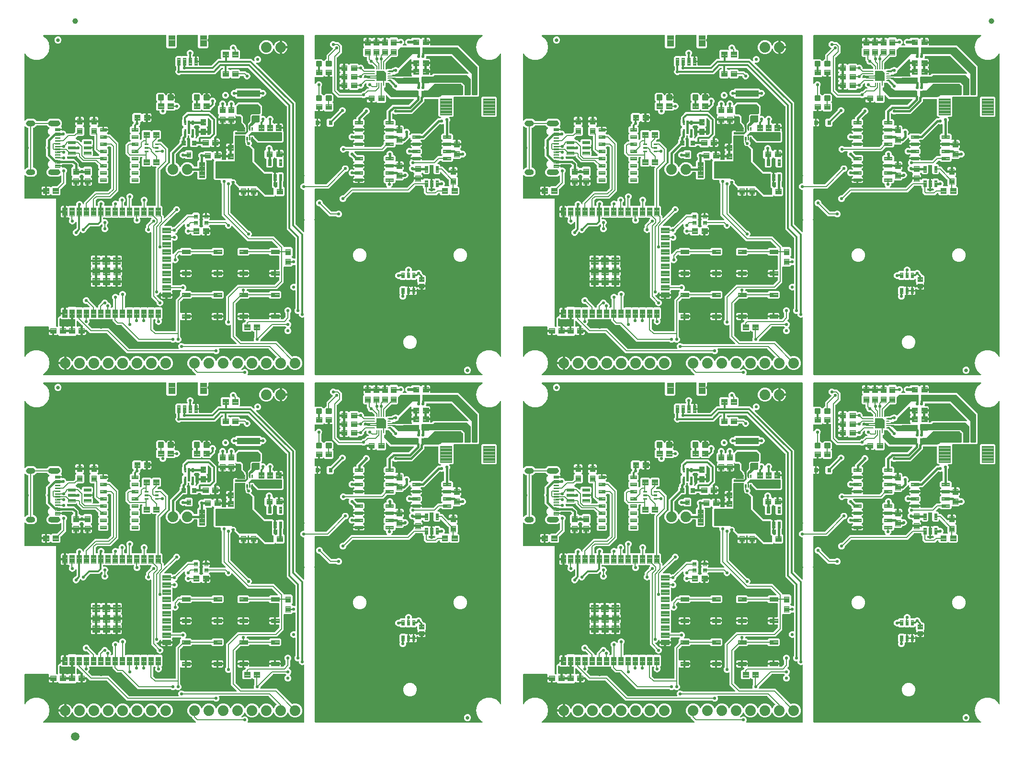
<source format=gtl>
G04 EAGLE Gerber RS-274X export*
G75*
%MOMM*%
%FSLAX34Y34*%
%LPD*%
%INTop Copper*%
%IPPOS*%
%AMOC8*
5,1,8,0,0,1.08239X$1,22.5*%
G01*
%ADD10C,0.100000*%
%ADD11C,0.300000*%
%ADD12C,0.100800*%
%ADD13C,0.635000*%
%ADD14C,0.102000*%
%ADD15C,0.654000*%
%ADD16C,1.879600*%
%ADD17C,0.200000*%
%ADD18C,0.101600*%
%ADD19C,0.099000*%
%ADD20C,0.106400*%
%ADD21C,0.105000*%
%ADD22C,0.096000*%
%ADD23C,0.100581*%
%ADD24C,0.099059*%
%ADD25C,0.104000*%
%ADD26C,0.102869*%
%ADD27C,1.000000*%
%ADD28C,1.500000*%
%ADD29C,0.558800*%
%ADD30C,0.304800*%
%ADD31C,0.254000*%
%ADD32C,0.203200*%
%ADD33C,0.381000*%
%ADD34C,0.131319*%
%ADD35C,0.182881*%
%ADD36C,0.508000*%

G36*
X813040Y4075D02*
X813040Y4075D01*
X813114Y4075D01*
X813180Y4095D01*
X813249Y4105D01*
X813316Y4135D01*
X813386Y4155D01*
X813445Y4192D01*
X813508Y4221D01*
X813564Y4268D01*
X813626Y4308D01*
X813672Y4360D01*
X813725Y4404D01*
X813766Y4466D01*
X813815Y4521D01*
X813844Y4583D01*
X813883Y4641D01*
X813905Y4711D01*
X813936Y4778D01*
X813948Y4846D01*
X813968Y4912D01*
X813970Y4986D01*
X813982Y5058D01*
X813974Y5127D01*
X813976Y5196D01*
X813957Y5267D01*
X813948Y5341D01*
X813921Y5404D01*
X813904Y5471D01*
X813866Y5535D01*
X813838Y5602D01*
X813799Y5647D01*
X813759Y5716D01*
X813669Y5800D01*
X813620Y5858D01*
X807915Y10644D01*
X803929Y17549D01*
X802545Y25400D01*
X803929Y33251D01*
X807915Y40155D01*
X814022Y45280D01*
X821514Y48007D01*
X829486Y48007D01*
X836978Y45280D01*
X843085Y40156D01*
X844941Y36941D01*
X844953Y36926D01*
X844961Y36908D01*
X845040Y36814D01*
X845116Y36717D01*
X845132Y36706D01*
X845145Y36691D01*
X845247Y36622D01*
X845346Y36551D01*
X845365Y36544D01*
X845381Y36533D01*
X845499Y36496D01*
X845614Y36454D01*
X845634Y36453D01*
X845652Y36447D01*
X845775Y36444D01*
X845898Y36436D01*
X845917Y36441D01*
X845936Y36440D01*
X846055Y36471D01*
X846175Y36498D01*
X846193Y36507D01*
X846211Y36512D01*
X846317Y36574D01*
X846425Y36633D01*
X846439Y36647D01*
X846456Y36657D01*
X846540Y36747D01*
X846627Y36833D01*
X846637Y36850D01*
X846650Y36864D01*
X846706Y36974D01*
X846766Y37081D01*
X846771Y37100D01*
X846780Y37118D01*
X846792Y37190D01*
X846831Y37358D01*
X846829Y37409D01*
X846835Y37449D01*
X846835Y572151D01*
X846833Y572171D01*
X846835Y572190D01*
X846813Y572311D01*
X846795Y572433D01*
X846787Y572451D01*
X846784Y572470D01*
X846729Y572580D01*
X846679Y572692D01*
X846667Y572707D01*
X846658Y572725D01*
X846575Y572816D01*
X846496Y572909D01*
X846479Y572920D01*
X846466Y572935D01*
X846361Y572999D01*
X846259Y573067D01*
X846240Y573073D01*
X846224Y573083D01*
X846105Y573116D01*
X845988Y573153D01*
X845968Y573153D01*
X845949Y573158D01*
X845827Y573157D01*
X845704Y573160D01*
X845685Y573155D01*
X845665Y573155D01*
X845547Y573119D01*
X845429Y573088D01*
X845412Y573078D01*
X845393Y573072D01*
X845290Y573006D01*
X845184Y572943D01*
X845171Y572929D01*
X845154Y572918D01*
X845108Y572861D01*
X844990Y572736D01*
X844966Y572690D01*
X844941Y572659D01*
X843085Y569444D01*
X836978Y564320D01*
X829486Y561593D01*
X821514Y561593D01*
X814022Y564320D01*
X807915Y569444D01*
X803929Y576349D01*
X802545Y584200D01*
X803929Y592051D01*
X807915Y598955D01*
X813620Y603742D01*
X813669Y603797D01*
X813725Y603845D01*
X813764Y603902D01*
X813810Y603954D01*
X813842Y604020D01*
X813883Y604081D01*
X813904Y604147D01*
X813934Y604210D01*
X813946Y604282D01*
X813968Y604352D01*
X813970Y604421D01*
X813982Y604490D01*
X813974Y604563D01*
X813976Y604636D01*
X813958Y604703D01*
X813951Y604772D01*
X813923Y604840D01*
X813904Y604911D01*
X813869Y604971D01*
X813842Y605035D01*
X813796Y605093D01*
X813759Y605156D01*
X813708Y605203D01*
X813665Y605257D01*
X813605Y605300D01*
X813551Y605350D01*
X813490Y605382D01*
X813433Y605422D01*
X813364Y605446D01*
X813298Y605480D01*
X813240Y605490D01*
X813165Y605516D01*
X813043Y605523D01*
X812967Y605535D01*
X518414Y605535D01*
X518356Y605527D01*
X518298Y605529D01*
X518216Y605507D01*
X518132Y605495D01*
X518079Y605472D01*
X518023Y605457D01*
X517950Y605414D01*
X517873Y605379D01*
X517828Y605341D01*
X517778Y605312D01*
X517720Y605250D01*
X517656Y605196D01*
X517624Y605147D01*
X517584Y605104D01*
X517545Y605029D01*
X517498Y604959D01*
X517481Y604903D01*
X517454Y604851D01*
X517443Y604783D01*
X517413Y604688D01*
X517410Y604588D01*
X517399Y604520D01*
X517399Y580383D01*
X517390Y580371D01*
X517330Y580307D01*
X517304Y580257D01*
X517271Y580213D01*
X517251Y580160D01*
X517244Y580150D01*
X517236Y580124D01*
X517200Y580054D01*
X517192Y580006D01*
X517170Y579948D01*
X517166Y579903D01*
X517159Y579879D01*
X517156Y579793D01*
X517145Y579723D01*
X517145Y563389D01*
X517149Y563360D01*
X517146Y563330D01*
X517169Y563219D01*
X517185Y563107D01*
X517197Y563080D01*
X517202Y563052D01*
X517255Y562951D01*
X517301Y562848D01*
X517320Y562825D01*
X517333Y562799D01*
X517411Y562717D01*
X517484Y562631D01*
X517509Y562614D01*
X517529Y562593D01*
X517627Y562536D01*
X517721Y562473D01*
X517749Y562464D01*
X517774Y562449D01*
X517884Y562422D01*
X517992Y562387D01*
X518022Y562387D01*
X518050Y562379D01*
X518163Y562383D01*
X518276Y562380D01*
X518305Y562387D01*
X518334Y562388D01*
X518442Y562423D01*
X518551Y562452D01*
X518577Y562467D01*
X518605Y562476D01*
X518669Y562521D01*
X518796Y562597D01*
X518839Y562643D01*
X518878Y562671D01*
X519246Y563039D01*
X530014Y563039D01*
X532682Y560371D01*
X532729Y560336D01*
X532769Y560293D01*
X532842Y560251D01*
X532909Y560200D01*
X532964Y560179D01*
X533014Y560149D01*
X533096Y560129D01*
X533175Y560099D01*
X533233Y560094D01*
X533290Y560079D01*
X533374Y560082D01*
X533458Y560075D01*
X533516Y560087D01*
X533574Y560088D01*
X533654Y560114D01*
X533737Y560131D01*
X533789Y560158D01*
X533845Y560176D01*
X533901Y560216D01*
X533989Y560262D01*
X534062Y560331D01*
X534118Y560371D01*
X536786Y563039D01*
X537090Y563039D01*
X537148Y563047D01*
X537206Y563045D01*
X537288Y563067D01*
X537372Y563079D01*
X537425Y563102D01*
X537481Y563117D01*
X537554Y563160D01*
X537631Y563195D01*
X537676Y563233D01*
X537726Y563262D01*
X537784Y563324D01*
X537848Y563378D01*
X537880Y563427D01*
X537920Y563470D01*
X537959Y563545D01*
X538006Y563615D01*
X538023Y563671D01*
X538050Y563723D01*
X538061Y563791D01*
X538091Y563886D01*
X538094Y563986D01*
X538105Y564054D01*
X538105Y570644D01*
X540784Y573322D01*
X549194Y581733D01*
X549263Y581825D01*
X549337Y581912D01*
X549349Y581938D01*
X549365Y581960D01*
X549406Y582067D01*
X549453Y582172D01*
X549457Y582200D01*
X549467Y582226D01*
X549476Y582340D01*
X549492Y582454D01*
X549488Y582481D01*
X549490Y582509D01*
X549468Y582622D01*
X549451Y582735D01*
X549440Y582760D01*
X549434Y582788D01*
X549381Y582890D01*
X549334Y582994D01*
X549316Y583015D01*
X549303Y583040D01*
X549224Y583123D01*
X549150Y583211D01*
X549129Y583224D01*
X549107Y583246D01*
X548878Y583381D01*
X548865Y583389D01*
X546600Y584327D01*
X544957Y585970D01*
X544067Y588118D01*
X544067Y590442D01*
X544957Y592590D01*
X546600Y594233D01*
X548748Y595123D01*
X551072Y595123D01*
X553220Y594233D01*
X553811Y593642D01*
X553881Y593590D01*
X553944Y593530D01*
X553994Y593504D01*
X554038Y593471D01*
X554120Y593440D01*
X554198Y593400D01*
X554245Y593392D01*
X554304Y593370D01*
X554451Y593358D01*
X554529Y593345D01*
X559214Y593345D01*
X565405Y587154D01*
X565405Y574896D01*
X562726Y572218D01*
X556812Y566304D01*
X556760Y566234D01*
X556700Y566170D01*
X556674Y566121D01*
X556641Y566077D01*
X556610Y565995D01*
X556570Y565917D01*
X556562Y565869D01*
X556540Y565811D01*
X556528Y565663D01*
X556515Y565586D01*
X556515Y508834D01*
X556527Y508748D01*
X556530Y508660D01*
X556547Y508608D01*
X556555Y508553D01*
X556590Y508473D01*
X556617Y508390D01*
X556645Y508350D01*
X556671Y508293D01*
X556767Y508180D01*
X556812Y508116D01*
X561456Y503472D01*
X561526Y503420D01*
X561590Y503360D01*
X561639Y503334D01*
X561684Y503301D01*
X561765Y503270D01*
X561843Y503230D01*
X561891Y503222D01*
X561949Y503200D01*
X562097Y503188D01*
X562174Y503175D01*
X598631Y503175D01*
X598718Y503187D01*
X598805Y503190D01*
X598858Y503207D01*
X598913Y503215D01*
X598993Y503250D01*
X599076Y503277D01*
X599115Y503305D01*
X599172Y503331D01*
X599285Y503427D01*
X599349Y503472D01*
X600575Y504698D01*
X602723Y505588D01*
X603559Y505588D01*
X603645Y505600D01*
X603733Y505603D01*
X603786Y505620D01*
X603840Y505628D01*
X603920Y505663D01*
X604003Y505690D01*
X604043Y505718D01*
X604100Y505744D01*
X604213Y505840D01*
X604277Y505885D01*
X609186Y510795D01*
X612090Y510795D01*
X612175Y510807D01*
X612261Y510809D01*
X612315Y510827D01*
X612371Y510835D01*
X612449Y510870D01*
X612531Y510896D01*
X612579Y510928D01*
X612630Y510951D01*
X612696Y511006D01*
X612767Y511054D01*
X612804Y511098D01*
X612847Y511134D01*
X612895Y511206D01*
X612950Y511272D01*
X612974Y511324D01*
X613005Y511371D01*
X613031Y511453D01*
X613066Y511532D01*
X613074Y511588D01*
X613091Y511642D01*
X613093Y511728D01*
X613105Y511813D01*
X613097Y511869D01*
X613098Y511926D01*
X613076Y512009D01*
X613064Y512095D01*
X613041Y512146D01*
X613026Y512201D01*
X612982Y512275D01*
X612947Y512354D01*
X612910Y512397D01*
X612881Y512446D01*
X612818Y512505D01*
X612763Y512570D01*
X612721Y512596D01*
X612674Y512640D01*
X612545Y512706D01*
X612478Y512748D01*
X611370Y513207D01*
X609727Y514850D01*
X608837Y516998D01*
X608837Y519358D01*
X608833Y519387D01*
X608836Y519416D01*
X608813Y519527D01*
X608797Y519639D01*
X608785Y519666D01*
X608780Y519695D01*
X608727Y519795D01*
X608681Y519899D01*
X608662Y519921D01*
X608649Y519947D01*
X608571Y520029D01*
X608498Y520116D01*
X608473Y520132D01*
X608453Y520153D01*
X608355Y520211D01*
X608261Y520273D01*
X608233Y520282D01*
X608208Y520297D01*
X608098Y520325D01*
X607990Y520359D01*
X607960Y520360D01*
X607932Y520367D01*
X607819Y520364D01*
X607706Y520366D01*
X607677Y520359D01*
X607648Y520358D01*
X607540Y520323D01*
X607431Y520295D01*
X607405Y520280D01*
X607377Y520271D01*
X607314Y520225D01*
X607186Y520149D01*
X607143Y520104D01*
X607104Y520076D01*
X604310Y517282D01*
X604258Y517212D01*
X604198Y517148D01*
X604172Y517099D01*
X604139Y517054D01*
X604108Y516973D01*
X604068Y516895D01*
X604060Y516847D01*
X604038Y516789D01*
X604026Y516641D01*
X604013Y516564D01*
X604013Y515728D01*
X603123Y513580D01*
X601480Y511937D01*
X599332Y511047D01*
X597008Y511047D01*
X596233Y511368D01*
X596232Y511369D01*
X596230Y511369D01*
X596096Y511403D01*
X595958Y511439D01*
X595956Y511439D01*
X595955Y511439D01*
X595814Y511435D01*
X595674Y511431D01*
X595672Y511430D01*
X595671Y511430D01*
X595538Y511387D01*
X595403Y511344D01*
X595402Y511343D01*
X595400Y511343D01*
X595388Y511334D01*
X595167Y511186D01*
X595147Y511163D01*
X595127Y511148D01*
X592820Y508841D01*
X579880Y508841D01*
X578209Y510513D01*
X578162Y510548D01*
X578122Y510590D01*
X578049Y510633D01*
X577982Y510684D01*
X577927Y510704D01*
X577876Y510734D01*
X577795Y510755D01*
X577716Y510785D01*
X577658Y510790D01*
X577601Y510804D01*
X577517Y510801D01*
X577433Y510808D01*
X577375Y510797D01*
X577317Y510795D01*
X577236Y510769D01*
X577154Y510752D01*
X577102Y510726D01*
X577046Y510708D01*
X576990Y510667D01*
X576901Y510621D01*
X576829Y510553D01*
X576773Y510513D01*
X576217Y509957D01*
X575524Y509556D01*
X574750Y509349D01*
X571381Y509349D01*
X571381Y515874D01*
X571373Y515932D01*
X571374Y515990D01*
X571353Y516072D01*
X571341Y516155D01*
X571317Y516209D01*
X571303Y516265D01*
X571260Y516338D01*
X571225Y516415D01*
X571187Y516459D01*
X571157Y516510D01*
X571096Y516567D01*
X571041Y516632D01*
X570993Y516664D01*
X570950Y516704D01*
X570875Y516743D01*
X570805Y516789D01*
X570749Y516807D01*
X570697Y516834D01*
X570629Y516845D01*
X570534Y516875D01*
X570434Y516878D01*
X570366Y516889D01*
X569349Y516889D01*
X569349Y516891D01*
X570366Y516891D01*
X570424Y516899D01*
X570482Y516898D01*
X570564Y516919D01*
X570647Y516931D01*
X570701Y516955D01*
X570757Y516969D01*
X570830Y517012D01*
X570907Y517047D01*
X570951Y517085D01*
X571002Y517115D01*
X571059Y517176D01*
X571124Y517231D01*
X571156Y517279D01*
X571196Y517322D01*
X571235Y517397D01*
X571281Y517467D01*
X571299Y517523D01*
X571326Y517575D01*
X571337Y517643D01*
X571367Y517738D01*
X571370Y517838D01*
X571381Y517906D01*
X571381Y531114D01*
X571373Y531172D01*
X571374Y531230D01*
X571353Y531312D01*
X571341Y531395D01*
X571317Y531449D01*
X571303Y531505D01*
X571260Y531578D01*
X571225Y531655D01*
X571187Y531699D01*
X571157Y531750D01*
X571096Y531807D01*
X571041Y531872D01*
X570993Y531904D01*
X570950Y531944D01*
X570875Y531983D01*
X570805Y532029D01*
X570749Y532047D01*
X570697Y532074D01*
X570629Y532085D01*
X570534Y532115D01*
X570434Y532118D01*
X570366Y532129D01*
X569349Y532129D01*
X569349Y532131D01*
X570366Y532131D01*
X570424Y532139D01*
X570482Y532138D01*
X570564Y532159D01*
X570647Y532171D01*
X570701Y532195D01*
X570757Y532209D01*
X570830Y532252D01*
X570907Y532287D01*
X570951Y532325D01*
X571002Y532355D01*
X571059Y532416D01*
X571124Y532471D01*
X571156Y532519D01*
X571196Y532562D01*
X571235Y532637D01*
X571281Y532707D01*
X571299Y532763D01*
X571326Y532815D01*
X571337Y532883D01*
X571367Y532978D01*
X571370Y533078D01*
X571381Y533146D01*
X571381Y546354D01*
X571373Y546412D01*
X571374Y546470D01*
X571353Y546552D01*
X571341Y546635D01*
X571317Y546689D01*
X571303Y546745D01*
X571260Y546818D01*
X571225Y546895D01*
X571187Y546939D01*
X571157Y546990D01*
X571096Y547047D01*
X571041Y547112D01*
X570993Y547144D01*
X570950Y547184D01*
X570875Y547223D01*
X570805Y547269D01*
X570749Y547287D01*
X570697Y547314D01*
X570629Y547325D01*
X570534Y547355D01*
X570434Y547358D01*
X570366Y547369D01*
X569349Y547369D01*
X569349Y547371D01*
X570366Y547371D01*
X570424Y547379D01*
X570482Y547378D01*
X570564Y547399D01*
X570647Y547411D01*
X570701Y547435D01*
X570757Y547449D01*
X570830Y547492D01*
X570907Y547527D01*
X570951Y547565D01*
X571002Y547595D01*
X571059Y547656D01*
X571124Y547711D01*
X571156Y547759D01*
X571196Y547802D01*
X571235Y547877D01*
X571281Y547947D01*
X571299Y548003D01*
X571326Y548055D01*
X571337Y548123D01*
X571367Y548218D01*
X571370Y548318D01*
X571381Y548386D01*
X571381Y554911D01*
X574750Y554911D01*
X575524Y554704D01*
X576217Y554303D01*
X576773Y553747D01*
X576820Y553712D01*
X576860Y553670D01*
X576933Y553627D01*
X577000Y553576D01*
X577055Y553556D01*
X577105Y553526D01*
X577187Y553505D01*
X577266Y553475D01*
X577324Y553470D01*
X577381Y553456D01*
X577465Y553459D01*
X577549Y553452D01*
X577606Y553463D01*
X577665Y553465D01*
X577745Y553491D01*
X577828Y553508D01*
X577880Y553535D01*
X577935Y553552D01*
X577991Y553593D01*
X578080Y553639D01*
X578153Y553707D01*
X578209Y553747D01*
X579880Y555419D01*
X592820Y555419D01*
X595127Y553112D01*
X595128Y553111D01*
X595129Y553110D01*
X595247Y553021D01*
X595354Y552941D01*
X595355Y552941D01*
X595357Y552940D01*
X595490Y552889D01*
X595620Y552840D01*
X595621Y552840D01*
X595623Y552839D01*
X595767Y552828D01*
X595903Y552816D01*
X595904Y552817D01*
X595906Y552816D01*
X595922Y552820D01*
X596182Y552872D01*
X596209Y552886D01*
X596233Y552892D01*
X597008Y553213D01*
X599332Y553213D01*
X601480Y552323D01*
X603123Y550680D01*
X604013Y548532D01*
X604013Y547696D01*
X604025Y547610D01*
X604028Y547522D01*
X604045Y547470D01*
X604053Y547415D01*
X604088Y547335D01*
X604115Y547252D01*
X604143Y547212D01*
X604169Y547155D01*
X604265Y547042D01*
X604310Y546978D01*
X605526Y545762D01*
X605596Y545710D01*
X605660Y545650D01*
X605709Y545624D01*
X605754Y545591D01*
X605835Y545560D01*
X605913Y545520D01*
X605961Y545512D01*
X606019Y545490D01*
X606167Y545478D01*
X606244Y545465D01*
X621920Y545465D01*
X621978Y545473D01*
X622036Y545471D01*
X622118Y545493D01*
X622202Y545505D01*
X622255Y545528D01*
X622311Y545543D01*
X622384Y545586D01*
X622461Y545621D01*
X622506Y545659D01*
X622556Y545688D01*
X622614Y545750D01*
X622678Y545804D01*
X622710Y545853D01*
X622750Y545896D01*
X622789Y545971D01*
X622836Y546041D01*
X622853Y546097D01*
X622880Y546149D01*
X622891Y546217D01*
X622921Y546312D01*
X622924Y546412D01*
X622935Y546480D01*
X622935Y548186D01*
X622923Y548272D01*
X622920Y548360D01*
X622903Y548412D01*
X622895Y548467D01*
X622860Y548547D01*
X622833Y548630D01*
X622805Y548670D01*
X622779Y548727D01*
X622683Y548840D01*
X622638Y548904D01*
X618581Y552961D01*
X618511Y553013D01*
X618447Y553073D01*
X618398Y553099D01*
X618353Y553132D01*
X618272Y553163D01*
X618194Y553203D01*
X618146Y553211D01*
X618088Y553233D01*
X617940Y553245D01*
X617863Y553258D01*
X616058Y553258D01*
X613910Y554148D01*
X612267Y555791D01*
X611377Y557939D01*
X611377Y558775D01*
X611365Y558861D01*
X611362Y558949D01*
X611345Y559001D01*
X611337Y559056D01*
X611302Y559136D01*
X611275Y559219D01*
X611247Y559259D01*
X611221Y559316D01*
X611125Y559429D01*
X611080Y559493D01*
X609345Y561227D01*
X609345Y566136D01*
X609337Y566194D01*
X609339Y566252D01*
X609317Y566334D01*
X609305Y566418D01*
X609282Y566471D01*
X609267Y566527D01*
X609224Y566600D01*
X609189Y566677D01*
X609151Y566722D01*
X609122Y566772D01*
X609060Y566830D01*
X609006Y566894D01*
X608957Y566926D01*
X608914Y566966D01*
X608839Y567005D01*
X608769Y567052D01*
X608713Y567069D01*
X608661Y567096D01*
X608593Y567107D01*
X608498Y567137D01*
X608398Y567140D01*
X608330Y567151D01*
X604900Y567151D01*
X602821Y569230D01*
X602821Y582170D01*
X604493Y583841D01*
X604528Y583888D01*
X604570Y583928D01*
X604613Y584001D01*
X604664Y584068D01*
X604684Y584123D01*
X604714Y584174D01*
X604735Y584255D01*
X604765Y584334D01*
X604770Y584392D01*
X604784Y584449D01*
X604781Y584533D01*
X604788Y584617D01*
X604777Y584675D01*
X604775Y584733D01*
X604749Y584814D01*
X604732Y584896D01*
X604706Y584948D01*
X604688Y585004D01*
X604647Y585060D01*
X604601Y585149D01*
X604533Y585221D01*
X604493Y585277D01*
X603937Y585833D01*
X603536Y586526D01*
X603329Y587300D01*
X603329Y590669D01*
X609854Y590669D01*
X609912Y590677D01*
X609970Y590675D01*
X610052Y590697D01*
X610135Y590709D01*
X610189Y590733D01*
X610245Y590747D01*
X610318Y590790D01*
X610395Y590825D01*
X610439Y590863D01*
X610490Y590893D01*
X610547Y590954D01*
X610612Y591009D01*
X610644Y591057D01*
X610684Y591100D01*
X610723Y591175D01*
X610769Y591245D01*
X610787Y591301D01*
X610814Y591353D01*
X610825Y591421D01*
X610855Y591516D01*
X610858Y591616D01*
X610869Y591684D01*
X610869Y592701D01*
X610871Y592701D01*
X610871Y591684D01*
X610879Y591626D01*
X610878Y591568D01*
X610899Y591486D01*
X610911Y591403D01*
X610935Y591349D01*
X610949Y591293D01*
X610992Y591220D01*
X611027Y591143D01*
X611065Y591098D01*
X611095Y591048D01*
X611156Y590990D01*
X611211Y590926D01*
X611259Y590894D01*
X611302Y590854D01*
X611377Y590815D01*
X611447Y590769D01*
X611503Y590751D01*
X611555Y590724D01*
X611623Y590713D01*
X611718Y590683D01*
X611818Y590680D01*
X611886Y590669D01*
X625094Y590669D01*
X625152Y590677D01*
X625210Y590675D01*
X625292Y590697D01*
X625375Y590709D01*
X625429Y590733D01*
X625485Y590747D01*
X625558Y590790D01*
X625635Y590825D01*
X625679Y590863D01*
X625730Y590893D01*
X625787Y590954D01*
X625852Y591009D01*
X625884Y591057D01*
X625924Y591100D01*
X625963Y591175D01*
X626009Y591245D01*
X626027Y591301D01*
X626054Y591353D01*
X626065Y591421D01*
X626095Y591516D01*
X626098Y591616D01*
X626109Y591684D01*
X626109Y592701D01*
X626111Y592701D01*
X626111Y591684D01*
X626119Y591626D01*
X626118Y591568D01*
X626139Y591486D01*
X626151Y591403D01*
X626175Y591349D01*
X626189Y591293D01*
X626232Y591220D01*
X626267Y591143D01*
X626305Y591098D01*
X626335Y591048D01*
X626396Y590990D01*
X626451Y590926D01*
X626499Y590894D01*
X626542Y590854D01*
X626617Y590815D01*
X626687Y590769D01*
X626743Y590751D01*
X626795Y590724D01*
X626863Y590713D01*
X626958Y590683D01*
X627058Y590680D01*
X627126Y590669D01*
X640334Y590669D01*
X640392Y590677D01*
X640450Y590675D01*
X640532Y590697D01*
X640615Y590709D01*
X640669Y590733D01*
X640725Y590747D01*
X640798Y590790D01*
X640875Y590825D01*
X640919Y590863D01*
X640970Y590893D01*
X641027Y590954D01*
X641092Y591009D01*
X641124Y591057D01*
X641164Y591100D01*
X641203Y591175D01*
X641249Y591245D01*
X641267Y591301D01*
X641294Y591353D01*
X641305Y591421D01*
X641335Y591516D01*
X641338Y591616D01*
X641349Y591684D01*
X641349Y592701D01*
X642366Y592701D01*
X642424Y592709D01*
X642482Y592708D01*
X642564Y592729D01*
X642647Y592741D01*
X642701Y592765D01*
X642757Y592779D01*
X642830Y592822D01*
X642907Y592857D01*
X642951Y592895D01*
X643002Y592925D01*
X643059Y592986D01*
X643124Y593041D01*
X643156Y593089D01*
X643196Y593132D01*
X643235Y593207D01*
X643281Y593277D01*
X643299Y593333D01*
X643326Y593385D01*
X643337Y593453D01*
X643367Y593548D01*
X643370Y593648D01*
X643381Y593716D01*
X643381Y600741D01*
X646250Y600741D01*
X647024Y600534D01*
X647717Y600133D01*
X647893Y599957D01*
X647940Y599922D01*
X647980Y599880D01*
X648053Y599837D01*
X648120Y599786D01*
X648175Y599766D01*
X648225Y599736D01*
X648307Y599715D01*
X648386Y599685D01*
X648444Y599680D01*
X648501Y599666D01*
X648585Y599669D01*
X648669Y599662D01*
X648726Y599673D01*
X648785Y599675D01*
X648865Y599701D01*
X648948Y599718D01*
X649000Y599744D01*
X649055Y599762D01*
X649112Y599803D01*
X649200Y599849D01*
X649272Y599917D01*
X649329Y599957D01*
X650620Y601249D01*
X662560Y601249D01*
X664639Y599170D01*
X664639Y599007D01*
X664655Y598893D01*
X664665Y598779D01*
X664675Y598753D01*
X664679Y598725D01*
X664726Y598621D01*
X664767Y598513D01*
X664783Y598491D01*
X664795Y598466D01*
X664869Y598378D01*
X664938Y598287D01*
X664961Y598270D01*
X664978Y598249D01*
X665074Y598185D01*
X665166Y598117D01*
X665192Y598107D01*
X665215Y598091D01*
X665325Y598057D01*
X665432Y598016D01*
X665460Y598014D01*
X665486Y598006D01*
X665601Y598003D01*
X665715Y597994D01*
X665740Y597999D01*
X665770Y597998D01*
X666027Y598065D01*
X666043Y598069D01*
X668128Y598933D01*
X670452Y598933D01*
X672600Y598043D01*
X674243Y596400D01*
X675133Y594252D01*
X675133Y591928D01*
X674243Y589780D01*
X673191Y588728D01*
X673173Y588704D01*
X673151Y588685D01*
X673088Y588591D01*
X673020Y588501D01*
X673009Y588473D01*
X672993Y588449D01*
X672959Y588341D01*
X672919Y588235D01*
X672916Y588206D01*
X672907Y588178D01*
X672904Y588064D01*
X672895Y587952D01*
X672901Y587923D01*
X672900Y587894D01*
X672929Y587784D01*
X672951Y587673D01*
X672964Y587647D01*
X672972Y587619D01*
X673030Y587521D01*
X673082Y587421D01*
X673102Y587399D01*
X673117Y587374D01*
X673200Y587297D01*
X673278Y587215D01*
X673303Y587200D01*
X673324Y587180D01*
X673425Y587128D01*
X673523Y587071D01*
X673551Y587064D01*
X673578Y587050D01*
X673655Y587037D01*
X673798Y587001D01*
X673861Y587003D01*
X673909Y586995D01*
X678641Y586995D01*
X678670Y586999D01*
X678700Y586996D01*
X678811Y587019D01*
X678923Y587035D01*
X678950Y587047D01*
X678978Y587052D01*
X679079Y587105D01*
X679182Y587151D01*
X679205Y587170D01*
X679231Y587183D01*
X679313Y587261D01*
X679399Y587334D01*
X679416Y587359D01*
X679437Y587379D01*
X679494Y587477D01*
X679557Y587571D01*
X679566Y587599D01*
X679581Y587624D01*
X679608Y587734D01*
X679643Y587842D01*
X679643Y587872D01*
X679651Y587900D01*
X679647Y588013D01*
X679650Y588126D01*
X679643Y588155D01*
X679642Y588184D01*
X679607Y588292D01*
X679578Y588401D01*
X679563Y588427D01*
X679554Y588455D01*
X679509Y588519D01*
X679433Y588646D01*
X679387Y588689D01*
X679359Y588728D01*
X678307Y589780D01*
X677417Y591928D01*
X677417Y594252D01*
X678307Y596400D01*
X679950Y598043D01*
X682098Y598933D01*
X684422Y598933D01*
X684849Y598756D01*
X684879Y598748D01*
X684906Y598734D01*
X684984Y598721D01*
X685124Y598685D01*
X685188Y598687D01*
X685237Y598679D01*
X687000Y598679D01*
X687086Y598691D01*
X687174Y598694D01*
X687226Y598711D01*
X687281Y598719D01*
X687361Y598754D01*
X687444Y598781D01*
X687483Y598809D01*
X687540Y598835D01*
X687654Y598931D01*
X687717Y598976D01*
X689880Y601139D01*
X702820Y601139D01*
X704491Y599467D01*
X704538Y599432D01*
X704578Y599390D01*
X704651Y599347D01*
X704718Y599296D01*
X704773Y599276D01*
X704824Y599246D01*
X704905Y599225D01*
X704984Y599195D01*
X705042Y599190D01*
X705099Y599176D01*
X705183Y599179D01*
X705267Y599172D01*
X705325Y599183D01*
X705383Y599185D01*
X705464Y599211D01*
X705546Y599228D01*
X705598Y599254D01*
X705654Y599272D01*
X705710Y599313D01*
X705799Y599359D01*
X705871Y599427D01*
X705927Y599467D01*
X706483Y600023D01*
X707176Y600424D01*
X707950Y600631D01*
X711319Y600631D01*
X711319Y594106D01*
X711327Y594048D01*
X711325Y593990D01*
X711347Y593908D01*
X711359Y593825D01*
X711383Y593771D01*
X711397Y593715D01*
X711440Y593642D01*
X711475Y593565D01*
X711513Y593521D01*
X711543Y593470D01*
X711604Y593413D01*
X711659Y593348D01*
X711707Y593316D01*
X711750Y593276D01*
X711825Y593237D01*
X711895Y593191D01*
X711951Y593173D01*
X712003Y593146D01*
X712071Y593135D01*
X712166Y593105D01*
X712266Y593102D01*
X712334Y593091D01*
X713351Y593091D01*
X713351Y592074D01*
X713359Y592016D01*
X713358Y591958D01*
X713379Y591876D01*
X713391Y591793D01*
X713415Y591739D01*
X713429Y591683D01*
X713472Y591610D01*
X713507Y591533D01*
X713545Y591488D01*
X713575Y591438D01*
X713636Y591380D01*
X713691Y591316D01*
X713739Y591284D01*
X713782Y591244D01*
X713857Y591205D01*
X713927Y591159D01*
X713983Y591141D01*
X714035Y591114D01*
X714103Y591103D01*
X714198Y591073D01*
X714298Y591070D01*
X714366Y591059D01*
X721391Y591059D01*
X721391Y588114D01*
X721390Y588084D01*
X721379Y587991D01*
X721386Y587943D01*
X721385Y587894D01*
X721409Y587803D01*
X721424Y587710D01*
X721445Y587666D01*
X721457Y587619D01*
X721505Y587538D01*
X721545Y587453D01*
X721577Y587416D01*
X721602Y587374D01*
X721671Y587310D01*
X721733Y587239D01*
X721774Y587213D01*
X721809Y587180D01*
X721893Y587137D01*
X721972Y587086D01*
X722019Y587072D01*
X722063Y587050D01*
X722136Y587038D01*
X722245Y587006D01*
X722332Y587005D01*
X722394Y586995D01*
X771304Y586995D01*
X807975Y550324D01*
X807975Y498696D01*
X805594Y496315D01*
X763964Y496315D01*
X763906Y496307D01*
X763848Y496309D01*
X763766Y496287D01*
X763682Y496275D01*
X763629Y496252D01*
X763573Y496237D01*
X763500Y496194D01*
X763423Y496159D01*
X763378Y496121D01*
X763328Y496092D01*
X763270Y496030D01*
X763206Y495976D01*
X763174Y495927D01*
X763134Y495884D01*
X763095Y495809D01*
X763048Y495739D01*
X763031Y495683D01*
X763004Y495631D01*
X762993Y495563D01*
X762963Y495468D01*
X762960Y495368D01*
X762949Y495300D01*
X762949Y463045D01*
X760855Y460951D01*
X756263Y460951D01*
X756233Y460947D01*
X756204Y460950D01*
X756093Y460927D01*
X755981Y460911D01*
X755954Y460899D01*
X755925Y460894D01*
X755825Y460842D01*
X755722Y460795D01*
X755699Y460776D01*
X755673Y460763D01*
X755591Y460685D01*
X755505Y460612D01*
X755488Y460587D01*
X755467Y460567D01*
X755410Y460469D01*
X755347Y460375D01*
X755338Y460347D01*
X755323Y460322D01*
X755295Y460212D01*
X755261Y460104D01*
X755261Y460074D01*
X755253Y460046D01*
X755257Y459933D01*
X755254Y459820D01*
X755261Y459791D01*
X755262Y459762D01*
X755297Y459654D01*
X755326Y459545D01*
X755341Y459519D01*
X755350Y459491D01*
X755395Y459427D01*
X755471Y459300D01*
X755493Y459279D01*
X755495Y459276D01*
X755516Y459256D01*
X756413Y457092D01*
X756413Y454768D01*
X755601Y452808D01*
X755593Y452778D01*
X755579Y452751D01*
X755566Y452673D01*
X755530Y452533D01*
X755532Y452469D01*
X755524Y452420D01*
X755524Y432308D01*
X755532Y432250D01*
X755530Y432192D01*
X755552Y432110D01*
X755564Y432026D01*
X755587Y431973D01*
X755602Y431917D01*
X755645Y431844D01*
X755680Y431767D01*
X755718Y431722D01*
X755747Y431672D01*
X755809Y431614D01*
X755863Y431550D01*
X755912Y431518D01*
X755955Y431478D01*
X756030Y431439D01*
X756100Y431392D01*
X756156Y431375D01*
X756208Y431348D01*
X756276Y431337D01*
X756371Y431307D01*
X756471Y431304D01*
X756539Y431293D01*
X759412Y431293D01*
X761493Y429212D01*
X761493Y421584D01*
X761469Y421515D01*
X761425Y421400D01*
X761424Y421380D01*
X761417Y421362D01*
X761412Y421239D01*
X761402Y421117D01*
X761406Y421097D01*
X761405Y421078D01*
X761433Y420959D01*
X761458Y420838D01*
X761467Y420820D01*
X761471Y420801D01*
X761532Y420695D01*
X761589Y420585D01*
X761602Y420571D01*
X761612Y420554D01*
X761700Y420469D01*
X761784Y420379D01*
X761801Y420369D01*
X761815Y420356D01*
X761924Y420298D01*
X762030Y420236D01*
X762049Y420231D01*
X762066Y420221D01*
X762186Y420196D01*
X762305Y420165D01*
X762325Y420166D01*
X762344Y420162D01*
X762417Y420169D01*
X762589Y420174D01*
X762638Y420190D01*
X762678Y420194D01*
X763450Y420401D01*
X766319Y420401D01*
X766319Y414391D01*
X762000Y414391D01*
X761942Y414383D01*
X761884Y414384D01*
X761802Y414363D01*
X761718Y414351D01*
X761665Y414327D01*
X761609Y414313D01*
X761536Y414270D01*
X761459Y414235D01*
X761414Y414197D01*
X761364Y414167D01*
X761344Y414146D01*
X751523Y414146D01*
X751465Y414138D01*
X751406Y414140D01*
X751325Y414118D01*
X751241Y414106D01*
X751188Y414083D01*
X751135Y414069D01*
X751091Y414091D01*
X751023Y414102D01*
X750928Y414132D01*
X750828Y414135D01*
X750760Y414146D01*
X741298Y414146D01*
X741298Y415442D01*
X741506Y416216D01*
X741906Y416910D01*
X742473Y417477D01*
X742930Y417740D01*
X742969Y417771D01*
X743012Y417793D01*
X743080Y417858D01*
X743154Y417916D01*
X743183Y417955D01*
X743218Y417989D01*
X743266Y418070D01*
X743321Y418146D01*
X743337Y418192D01*
X743362Y418234D01*
X743385Y418325D01*
X743417Y418414D01*
X743420Y418462D01*
X743432Y418510D01*
X743429Y418603D01*
X743435Y418697D01*
X743424Y418745D01*
X743423Y418794D01*
X743394Y418883D01*
X743374Y418975D01*
X743350Y419018D01*
X743335Y419064D01*
X743292Y419125D01*
X743238Y419225D01*
X743177Y419287D01*
X743140Y419338D01*
X740790Y421688D01*
X740790Y429212D01*
X742871Y431293D01*
X744601Y431293D01*
X744659Y431301D01*
X744717Y431299D01*
X744799Y431321D01*
X744883Y431333D01*
X744936Y431356D01*
X744992Y431371D01*
X745065Y431414D01*
X745142Y431449D01*
X745187Y431487D01*
X745237Y431516D01*
X745295Y431578D01*
X745359Y431632D01*
X745391Y431681D01*
X745431Y431724D01*
X745470Y431799D01*
X745517Y431869D01*
X745534Y431925D01*
X745561Y431977D01*
X745572Y432045D01*
X745602Y432140D01*
X745605Y432240D01*
X745616Y432308D01*
X745616Y447177D01*
X745600Y447290D01*
X745590Y447405D01*
X745580Y447431D01*
X745576Y447458D01*
X745529Y447563D01*
X745488Y447670D01*
X745472Y447693D01*
X745460Y447718D01*
X745386Y447805D01*
X745317Y447897D01*
X745294Y447914D01*
X745277Y447935D01*
X745181Y447998D01*
X745089Y448067D01*
X745063Y448077D01*
X745040Y448092D01*
X744930Y448127D01*
X744823Y448168D01*
X744795Y448170D01*
X744769Y448178D01*
X744654Y448181D01*
X744540Y448190D01*
X744515Y448185D01*
X744485Y448185D01*
X744228Y448118D01*
X744212Y448115D01*
X742842Y447547D01*
X740518Y447547D01*
X739197Y448095D01*
X739195Y448095D01*
X739194Y448096D01*
X739061Y448130D01*
X738921Y448166D01*
X738920Y448165D01*
X738918Y448166D01*
X738777Y448161D01*
X738637Y448157D01*
X738636Y448157D01*
X738634Y448157D01*
X738500Y448113D01*
X738366Y448071D01*
X738365Y448070D01*
X738363Y448069D01*
X738351Y448060D01*
X738130Y447912D01*
X738110Y447889D01*
X738090Y447874D01*
X713911Y423695D01*
X710712Y420496D01*
X706239Y420496D01*
X706152Y420484D01*
X706065Y420481D01*
X706012Y420464D01*
X705957Y420456D01*
X705877Y420421D01*
X705794Y420394D01*
X705755Y420366D01*
X705698Y420340D01*
X705585Y420244D01*
X705521Y420199D01*
X704660Y419338D01*
X704630Y419299D01*
X704594Y419266D01*
X704545Y419185D01*
X704489Y419110D01*
X704471Y419065D01*
X704446Y419023D01*
X704421Y418933D01*
X704387Y418845D01*
X704383Y418796D01*
X704370Y418749D01*
X704372Y418655D01*
X704364Y418561D01*
X704373Y418514D01*
X704374Y418465D01*
X704401Y418375D01*
X704420Y418283D01*
X704442Y418239D01*
X704456Y418193D01*
X704507Y418114D01*
X704551Y418030D01*
X704584Y417995D01*
X704611Y417954D01*
X704668Y417907D01*
X704747Y417824D01*
X704821Y417780D01*
X704870Y417740D01*
X705327Y417477D01*
X705894Y416910D01*
X706294Y416216D01*
X706502Y415442D01*
X706502Y414146D01*
X697040Y414146D01*
X696982Y414138D01*
X696923Y414140D01*
X696842Y414118D01*
X696758Y414106D01*
X696705Y414083D01*
X696652Y414069D01*
X696608Y414091D01*
X696540Y414102D01*
X696445Y414132D01*
X696345Y414135D01*
X696277Y414146D01*
X686815Y414146D01*
X686815Y415442D01*
X687023Y416216D01*
X687423Y416910D01*
X687990Y417477D01*
X688447Y417740D01*
X688486Y417771D01*
X688529Y417793D01*
X688597Y417858D01*
X688671Y417916D01*
X688700Y417955D01*
X688735Y417989D01*
X688782Y418070D01*
X688838Y418146D01*
X688854Y418192D01*
X688879Y418234D01*
X688902Y418325D01*
X688934Y418414D01*
X688937Y418462D01*
X688949Y418510D01*
X688946Y418603D01*
X688952Y418697D01*
X688941Y418745D01*
X688940Y418794D01*
X688911Y418883D01*
X688891Y418975D01*
X688867Y419018D01*
X688852Y419064D01*
X688809Y419125D01*
X688755Y419225D01*
X688694Y419286D01*
X688657Y419338D01*
X686307Y421688D01*
X686307Y423241D01*
X686303Y423270D01*
X686306Y423299D01*
X686283Y423410D01*
X686267Y423522D01*
X686255Y423549D01*
X686250Y423578D01*
X686198Y423678D01*
X686151Y423782D01*
X686132Y423804D01*
X686119Y423830D01*
X686041Y423912D01*
X685968Y423999D01*
X685943Y424015D01*
X685923Y424036D01*
X685825Y424093D01*
X685731Y424156D01*
X685703Y424165D01*
X685678Y424180D01*
X685568Y424208D01*
X685460Y424242D01*
X685430Y424243D01*
X685402Y424250D01*
X685289Y424246D01*
X685176Y424249D01*
X685147Y424242D01*
X685118Y424241D01*
X685010Y424206D01*
X684901Y424177D01*
X684875Y424162D01*
X684847Y424153D01*
X684784Y424108D01*
X684656Y424032D01*
X684613Y423986D01*
X684574Y423958D01*
X681205Y420589D01*
X679621Y419005D01*
X676422Y415806D01*
X675814Y415806D01*
X675756Y415798D01*
X675698Y415800D01*
X675616Y415778D01*
X675532Y415766D01*
X675479Y415743D01*
X675423Y415728D01*
X675350Y415685D01*
X675273Y415650D01*
X675228Y415612D01*
X675178Y415583D01*
X675120Y415521D01*
X675056Y415467D01*
X675024Y415418D01*
X674984Y415375D01*
X674945Y415300D01*
X674898Y415230D01*
X674881Y415174D01*
X674854Y415122D01*
X674843Y415054D01*
X674813Y414959D01*
X674810Y414859D01*
X674799Y414791D01*
X674799Y414290D01*
X672720Y412211D01*
X660908Y412211D01*
X660850Y412203D01*
X660792Y412205D01*
X660710Y412183D01*
X660626Y412171D01*
X660573Y412148D01*
X660517Y412133D01*
X660444Y412090D01*
X660367Y412055D01*
X660322Y412017D01*
X660272Y411988D01*
X660214Y411926D01*
X660150Y411872D01*
X660118Y411823D01*
X660078Y411780D01*
X660039Y411705D01*
X659992Y411635D01*
X659975Y411579D01*
X659948Y411527D01*
X659937Y411459D01*
X659907Y411364D01*
X659904Y411264D01*
X659893Y411196D01*
X659893Y408988D01*
X657812Y406907D01*
X645486Y406907D01*
X645400Y406895D01*
X645312Y406892D01*
X645259Y406875D01*
X645205Y406867D01*
X645125Y406832D01*
X645042Y406805D01*
X645002Y406777D01*
X644945Y406751D01*
X644832Y406655D01*
X644768Y406610D01*
X637954Y399795D01*
X588775Y399795D01*
X588661Y399779D01*
X588547Y399769D01*
X588521Y399759D01*
X588493Y399755D01*
X588389Y399709D01*
X588281Y399667D01*
X588259Y399651D01*
X588234Y399639D01*
X588146Y399565D01*
X588055Y399496D01*
X588038Y399473D01*
X588017Y399456D01*
X587953Y399360D01*
X587885Y399268D01*
X587875Y399242D01*
X587859Y399219D01*
X587825Y399109D01*
X587784Y399002D01*
X587782Y398974D01*
X587774Y398948D01*
X587771Y398833D01*
X587761Y398719D01*
X587767Y398694D01*
X587766Y398664D01*
X587833Y398407D01*
X587837Y398392D01*
X588201Y397512D01*
X588217Y397486D01*
X588226Y397456D01*
X588272Y397392D01*
X588346Y397268D01*
X588392Y397223D01*
X588421Y397183D01*
X588880Y396725D01*
X592114Y393490D01*
X592184Y393438D01*
X592248Y393378D01*
X592297Y393352D01*
X592341Y393319D01*
X592423Y393288D01*
X592501Y393248D01*
X592548Y393240D01*
X592607Y393218D01*
X592755Y393206D01*
X592832Y393193D01*
X603329Y393193D01*
X605410Y391112D01*
X605410Y383588D01*
X603060Y381238D01*
X603030Y381199D01*
X602994Y381166D01*
X602945Y381085D01*
X602889Y381010D01*
X602871Y380965D01*
X602846Y380923D01*
X602821Y380833D01*
X602787Y380745D01*
X602783Y380696D01*
X602771Y380649D01*
X602772Y380555D01*
X602764Y380461D01*
X602773Y380414D01*
X602774Y380365D01*
X602801Y380275D01*
X602820Y380183D01*
X602842Y380139D01*
X602856Y380093D01*
X602908Y380014D01*
X602951Y379930D01*
X602984Y379895D01*
X603011Y379854D01*
X603068Y379807D01*
X603147Y379724D01*
X603221Y379680D01*
X603270Y379640D01*
X603727Y379377D01*
X604294Y378810D01*
X604694Y378116D01*
X604902Y377342D01*
X604902Y376046D01*
X595440Y376046D01*
X595382Y376038D01*
X595323Y376040D01*
X595242Y376018D01*
X595158Y376006D01*
X595105Y375983D01*
X595052Y375969D01*
X595008Y375991D01*
X594940Y376002D01*
X594845Y376032D01*
X594745Y376035D01*
X594677Y376046D01*
X585215Y376046D01*
X585215Y377342D01*
X585423Y378116D01*
X585823Y378810D01*
X586390Y379377D01*
X586847Y379640D01*
X586886Y379671D01*
X586929Y379693D01*
X586997Y379758D01*
X587071Y379816D01*
X587100Y379855D01*
X587135Y379889D01*
X587183Y379970D01*
X587238Y380046D01*
X587254Y380092D01*
X587279Y380134D01*
X587302Y380225D01*
X587334Y380314D01*
X587337Y380362D01*
X587349Y380410D01*
X587346Y380503D01*
X587352Y380597D01*
X587341Y380645D01*
X587340Y380694D01*
X587311Y380783D01*
X587291Y380875D01*
X587267Y380918D01*
X587252Y380964D01*
X587209Y381025D01*
X587155Y381125D01*
X587094Y381187D01*
X587057Y381238D01*
X584707Y383588D01*
X584707Y386465D01*
X584695Y386552D01*
X584692Y386639D01*
X584675Y386692D01*
X584667Y386747D01*
X584632Y386826D01*
X584605Y386910D01*
X584577Y386949D01*
X584551Y387006D01*
X584455Y387119D01*
X584410Y387183D01*
X582763Y388830D01*
X582693Y388882D01*
X582629Y388942D01*
X582580Y388968D01*
X582536Y389001D01*
X582454Y389032D01*
X582376Y389072D01*
X582329Y389080D01*
X582270Y389102D01*
X582122Y389114D01*
X582045Y389127D01*
X581768Y389127D01*
X579620Y390017D01*
X577977Y391660D01*
X577087Y393808D01*
X577087Y396132D01*
X578023Y398391D01*
X578052Y398503D01*
X578086Y398612D01*
X578087Y398640D01*
X578094Y398667D01*
X578091Y398781D01*
X578094Y398896D01*
X578087Y398923D01*
X578086Y398951D01*
X578051Y399060D01*
X578022Y399171D01*
X578008Y399195D01*
X577999Y399222D01*
X577935Y399317D01*
X577877Y399416D01*
X577856Y399435D01*
X577841Y399458D01*
X577753Y399532D01*
X577669Y399610D01*
X577645Y399623D01*
X577623Y399641D01*
X577519Y399687D01*
X577416Y399740D01*
X577392Y399744D01*
X577364Y399756D01*
X577100Y399793D01*
X577085Y399795D01*
X572309Y399795D01*
X572222Y399783D01*
X572135Y399780D01*
X572082Y399763D01*
X572027Y399755D01*
X571947Y399720D01*
X571864Y399693D01*
X571825Y399665D01*
X571768Y399639D01*
X571655Y399543D01*
X571591Y399498D01*
X571000Y398907D01*
X568852Y398017D01*
X566528Y398017D01*
X564380Y398907D01*
X562737Y400550D01*
X561847Y402698D01*
X561847Y405022D01*
X562737Y407170D01*
X564380Y408813D01*
X566528Y409703D01*
X568852Y409703D01*
X571000Y408813D01*
X571591Y408222D01*
X571661Y408170D01*
X571724Y408110D01*
X571774Y408084D01*
X571818Y408051D01*
X571900Y408020D01*
X571978Y407980D01*
X572025Y407972D01*
X572084Y407950D01*
X572231Y407938D01*
X572309Y407925D01*
X584464Y407925D01*
X584512Y407932D01*
X584561Y407929D01*
X584652Y407951D01*
X584745Y407965D01*
X584790Y407984D01*
X584837Y407996D01*
X584919Y408042D01*
X585005Y408081D01*
X585042Y408112D01*
X585084Y408136D01*
X585150Y408204D01*
X585222Y408264D01*
X585249Y408305D01*
X585283Y408340D01*
X585327Y408423D01*
X585379Y408501D01*
X585394Y408548D01*
X585417Y408591D01*
X585437Y408683D01*
X585465Y408772D01*
X585466Y408821D01*
X585477Y408869D01*
X585469Y408943D01*
X585472Y409056D01*
X585450Y409140D01*
X585444Y409203D01*
X585215Y410058D01*
X585215Y411354D01*
X594677Y411354D01*
X594735Y411362D01*
X594794Y411360D01*
X594875Y411382D01*
X594959Y411394D01*
X595012Y411417D01*
X595065Y411431D01*
X595109Y411409D01*
X595177Y411398D01*
X595272Y411368D01*
X595372Y411365D01*
X595440Y411354D01*
X604902Y411354D01*
X604902Y410058D01*
X604673Y409203D01*
X604667Y409154D01*
X604652Y409108D01*
X604649Y409014D01*
X604638Y408921D01*
X604646Y408872D01*
X604645Y408824D01*
X604668Y408733D01*
X604683Y408640D01*
X604704Y408596D01*
X604716Y408549D01*
X604764Y408468D01*
X604805Y408383D01*
X604837Y408346D01*
X604862Y408304D01*
X604930Y408240D01*
X604992Y408169D01*
X605033Y408143D01*
X605069Y408110D01*
X605153Y408067D01*
X605232Y408016D01*
X605279Y408002D01*
X605322Y407980D01*
X605395Y407968D01*
X605505Y407936D01*
X605591Y407935D01*
X605653Y407925D01*
X634166Y407925D01*
X634252Y407937D01*
X634340Y407940D01*
X634392Y407957D01*
X634447Y407965D01*
X634527Y408000D01*
X634610Y408027D01*
X634650Y408055D01*
X634707Y408081D01*
X634820Y408177D01*
X634884Y408222D01*
X638893Y412231D01*
X638945Y412301D01*
X639005Y412365D01*
X639031Y412414D01*
X639064Y412458D01*
X639095Y412540D01*
X639135Y412618D01*
X639143Y412666D01*
X639165Y412724D01*
X639177Y412872D01*
X639190Y412949D01*
X639190Y416512D01*
X641060Y418382D01*
X641095Y418429D01*
X641138Y418469D01*
X641180Y418542D01*
X641231Y418609D01*
X641252Y418664D01*
X641281Y418714D01*
X641302Y418796D01*
X641332Y418875D01*
X641337Y418933D01*
X641352Y418990D01*
X641349Y419074D01*
X641356Y419158D01*
X641344Y419216D01*
X641342Y419274D01*
X641317Y419354D01*
X641300Y419437D01*
X641273Y419489D01*
X641255Y419545D01*
X641215Y419601D01*
X641169Y419689D01*
X641100Y419762D01*
X641060Y419818D01*
X639190Y421688D01*
X639190Y429212D01*
X641540Y431562D01*
X641570Y431601D01*
X641606Y431634D01*
X641655Y431715D01*
X641711Y431790D01*
X641729Y431835D01*
X641754Y431877D01*
X641779Y431967D01*
X641813Y432055D01*
X641817Y432104D01*
X641829Y432151D01*
X641828Y432245D01*
X641836Y432339D01*
X641827Y432386D01*
X641826Y432435D01*
X641799Y432525D01*
X641780Y432617D01*
X641758Y432661D01*
X641744Y432707D01*
X641692Y432786D01*
X641649Y432870D01*
X641616Y432905D01*
X641589Y432946D01*
X641532Y432993D01*
X641453Y433076D01*
X641379Y433120D01*
X641330Y433160D01*
X640873Y433423D01*
X640306Y433990D01*
X639906Y434684D01*
X639698Y435458D01*
X639698Y436754D01*
X649160Y436754D01*
X649218Y436762D01*
X649277Y436760D01*
X649358Y436782D01*
X649442Y436794D01*
X649495Y436817D01*
X649548Y436831D01*
X649592Y436809D01*
X649660Y436798D01*
X649755Y436768D01*
X649855Y436765D01*
X649923Y436754D01*
X659385Y436754D01*
X659385Y436744D01*
X659393Y436686D01*
X659391Y436628D01*
X659413Y436546D01*
X659425Y436463D01*
X659448Y436409D01*
X659463Y436353D01*
X659506Y436280D01*
X659541Y436203D01*
X659579Y436158D01*
X659608Y436108D01*
X659670Y436050D01*
X659724Y435986D01*
X659773Y435954D01*
X659816Y435914D01*
X659891Y435875D01*
X659961Y435829D01*
X660017Y435811D01*
X660069Y435784D01*
X660137Y435773D01*
X660232Y435743D01*
X660332Y435740D01*
X660400Y435729D01*
X665734Y435729D01*
X665792Y435737D01*
X665850Y435735D01*
X665932Y435757D01*
X666015Y435769D01*
X666069Y435793D01*
X666125Y435807D01*
X666198Y435850D01*
X666275Y435885D01*
X666319Y435923D01*
X666370Y435953D01*
X666427Y436014D01*
X666492Y436069D01*
X666524Y436117D01*
X666564Y436160D01*
X666603Y436235D01*
X666649Y436305D01*
X666667Y436361D01*
X666694Y436413D01*
X666705Y436481D01*
X666735Y436576D01*
X666738Y436676D01*
X666749Y436744D01*
X666749Y437761D01*
X667766Y437761D01*
X667824Y437769D01*
X667882Y437768D01*
X667964Y437789D01*
X668047Y437801D01*
X668101Y437825D01*
X668157Y437839D01*
X668230Y437882D01*
X668307Y437917D01*
X668351Y437955D01*
X668402Y437985D01*
X668459Y438046D01*
X668524Y438101D01*
X668556Y438149D01*
X668596Y438192D01*
X668635Y438267D01*
X668681Y438337D01*
X668699Y438393D01*
X668726Y438445D01*
X668737Y438513D01*
X668767Y438608D01*
X668770Y438708D01*
X668781Y438776D01*
X668781Y445801D01*
X671650Y445801D01*
X672424Y445594D01*
X673117Y445193D01*
X673683Y444627D01*
X674084Y443934D01*
X674291Y443160D01*
X674291Y439895D01*
X674295Y439865D01*
X674292Y439836D01*
X674315Y439725D01*
X674331Y439613D01*
X674343Y439586D01*
X674348Y439558D01*
X674400Y439457D01*
X674447Y439354D01*
X674466Y439331D01*
X674479Y439305D01*
X674557Y439223D01*
X674630Y439137D01*
X674655Y439120D01*
X674675Y439099D01*
X674773Y439042D01*
X674867Y438979D01*
X674895Y438970D01*
X674920Y438955D01*
X675030Y438928D01*
X675138Y438893D01*
X675167Y438893D01*
X675196Y438885D01*
X675309Y438889D01*
X675422Y438886D01*
X675451Y438893D01*
X675480Y438894D01*
X675588Y438929D01*
X675697Y438958D01*
X675723Y438973D01*
X675751Y438982D01*
X675814Y439027D01*
X675942Y439103D01*
X675985Y439149D01*
X676024Y439177D01*
X676140Y439293D01*
X678288Y440183D01*
X680612Y440183D01*
X682760Y439293D01*
X684403Y437650D01*
X685293Y435502D01*
X685293Y433178D01*
X684481Y431218D01*
X684473Y431188D01*
X684459Y431161D01*
X684446Y431083D01*
X684410Y430943D01*
X684412Y430879D01*
X684404Y430830D01*
X684404Y429760D01*
X684408Y429731D01*
X684405Y429701D01*
X684428Y429590D01*
X684444Y429478D01*
X684456Y429451D01*
X684461Y429423D01*
X684514Y429322D01*
X684560Y429219D01*
X684579Y429196D01*
X684592Y429170D01*
X684670Y429088D01*
X684743Y429002D01*
X684768Y428986D01*
X684788Y428964D01*
X684886Y428907D01*
X684980Y428844D01*
X685008Y428835D01*
X685033Y428821D01*
X685143Y428793D01*
X685251Y428758D01*
X685281Y428758D01*
X685309Y428750D01*
X685422Y428754D01*
X685535Y428751D01*
X685564Y428759D01*
X685593Y428759D01*
X685701Y428794D01*
X685810Y428823D01*
X685836Y428838D01*
X685864Y428847D01*
X685927Y428892D01*
X686055Y428968D01*
X686098Y429014D01*
X686137Y429042D01*
X688388Y431293D01*
X704929Y431293D01*
X705495Y430727D01*
X705542Y430692D01*
X705582Y430649D01*
X705655Y430606D01*
X705722Y430556D01*
X705777Y430535D01*
X705828Y430505D01*
X705909Y430485D01*
X705988Y430455D01*
X706046Y430450D01*
X706103Y430435D01*
X706187Y430438D01*
X706271Y430431D01*
X706329Y430443D01*
X706387Y430444D01*
X706467Y430470D01*
X706550Y430487D01*
X706602Y430514D01*
X706658Y430532D01*
X706714Y430572D01*
X706802Y430618D01*
X706875Y430687D01*
X706931Y430727D01*
X734548Y458344D01*
X738170Y458344D01*
X738200Y458348D01*
X738231Y458346D01*
X738308Y458363D01*
X738451Y458384D01*
X738510Y458410D01*
X738558Y458421D01*
X739951Y458998D01*
X740025Y459042D01*
X740104Y459077D01*
X740147Y459114D01*
X740196Y459143D01*
X740255Y459205D01*
X740321Y459261D01*
X740352Y459308D01*
X740391Y459349D01*
X740431Y459426D01*
X740478Y459497D01*
X740495Y459551D01*
X740521Y459602D01*
X740538Y459686D01*
X740564Y459768D01*
X740566Y459825D01*
X740577Y459881D01*
X740569Y459966D01*
X740571Y460052D01*
X740557Y460107D01*
X740552Y460164D01*
X740521Y460244D01*
X740500Y460327D01*
X740471Y460376D01*
X740450Y460429D01*
X740398Y460498D01*
X740354Y460572D01*
X740313Y460611D01*
X740278Y460656D01*
X740210Y460708D01*
X740147Y460766D01*
X740096Y460792D01*
X740051Y460826D01*
X739970Y460857D01*
X739894Y460896D01*
X739845Y460904D01*
X739785Y460927D01*
X739640Y460938D01*
X739563Y460951D01*
X737945Y460951D01*
X735851Y463045D01*
X735851Y491490D01*
X735843Y491548D01*
X735845Y491606D01*
X735823Y491688D01*
X735811Y491772D01*
X735788Y491825D01*
X735773Y491881D01*
X735730Y491954D01*
X735695Y492031D01*
X735657Y492076D01*
X735628Y492126D01*
X735566Y492184D01*
X735512Y492248D01*
X735463Y492280D01*
X735420Y492320D01*
X735345Y492359D01*
X735275Y492406D01*
X735219Y492423D01*
X735167Y492450D01*
X735099Y492461D01*
X735004Y492491D01*
X734904Y492494D01*
X734836Y492505D01*
X711699Y492505D01*
X711641Y492497D01*
X711583Y492499D01*
X711501Y492477D01*
X711417Y492465D01*
X711364Y492442D01*
X711308Y492427D01*
X711235Y492384D01*
X711158Y492349D01*
X711113Y492311D01*
X711063Y492282D01*
X711005Y492220D01*
X710941Y492166D01*
X710909Y492117D01*
X710869Y492074D01*
X710830Y491999D01*
X710783Y491929D01*
X710766Y491873D01*
X710739Y491821D01*
X710728Y491753D01*
X710698Y491658D01*
X710695Y491558D01*
X710684Y491490D01*
X710684Y487778D01*
X689122Y466216D01*
X663910Y466216D01*
X663880Y466212D01*
X663849Y466214D01*
X663772Y466197D01*
X663629Y466176D01*
X663570Y466150D01*
X663522Y466139D01*
X661562Y465327D01*
X659238Y465327D01*
X657090Y466217D01*
X656228Y467079D01*
X656205Y467096D01*
X656186Y467119D01*
X656092Y467182D01*
X656001Y467250D01*
X655974Y467260D01*
X655949Y467276D01*
X655841Y467311D01*
X655736Y467351D01*
X655706Y467353D01*
X655678Y467362D01*
X655565Y467365D01*
X655452Y467374D01*
X655424Y467369D01*
X655394Y467369D01*
X655285Y467341D01*
X655173Y467319D01*
X655147Y467305D01*
X655119Y467298D01*
X655022Y467240D01*
X654921Y467188D01*
X654900Y467167D01*
X654875Y467152D01*
X654797Y467070D01*
X654715Y466992D01*
X654700Y466967D01*
X654680Y466945D01*
X654629Y466844D01*
X654571Y466747D01*
X654564Y466718D01*
X654551Y466692D01*
X654538Y466615D01*
X654501Y466471D01*
X654503Y466409D01*
X654495Y466361D01*
X654495Y457708D01*
X654503Y457650D01*
X654502Y457592D01*
X654523Y457510D01*
X654535Y457426D01*
X654559Y457373D01*
X654574Y457317D01*
X654617Y457244D01*
X654651Y457167D01*
X654689Y457122D01*
X654719Y457072D01*
X654781Y457014D01*
X654835Y456950D01*
X654884Y456918D01*
X654926Y456878D01*
X655001Y456839D01*
X655072Y456792D01*
X655127Y456775D01*
X655179Y456748D01*
X655247Y456737D01*
X655343Y456707D01*
X655442Y456704D01*
X655510Y456693D01*
X657812Y456693D01*
X659893Y454612D01*
X659893Y446984D01*
X659869Y446915D01*
X659825Y446800D01*
X659824Y446780D01*
X659817Y446762D01*
X659812Y446639D01*
X659802Y446517D01*
X659806Y446497D01*
X659805Y446478D01*
X659833Y446359D01*
X659858Y446238D01*
X659867Y446220D01*
X659871Y446201D01*
X659932Y446095D01*
X659989Y445985D01*
X660002Y445971D01*
X660012Y445954D01*
X660100Y445868D01*
X660184Y445779D01*
X660201Y445769D01*
X660215Y445756D01*
X660324Y445698D01*
X660430Y445636D01*
X660449Y445631D01*
X660466Y445621D01*
X660586Y445596D01*
X660705Y445565D01*
X660725Y445566D01*
X660744Y445562D01*
X660817Y445569D01*
X660989Y445574D01*
X661038Y445590D01*
X661078Y445594D01*
X661850Y445801D01*
X664719Y445801D01*
X664719Y439791D01*
X660400Y439791D01*
X660342Y439783D01*
X660284Y439784D01*
X660202Y439763D01*
X660118Y439751D01*
X660065Y439727D01*
X660009Y439713D01*
X659936Y439670D01*
X659859Y439635D01*
X659814Y439597D01*
X659764Y439567D01*
X659744Y439546D01*
X649923Y439546D01*
X649865Y439538D01*
X649806Y439540D01*
X649725Y439518D01*
X649641Y439506D01*
X649588Y439483D01*
X649535Y439469D01*
X649491Y439491D01*
X649423Y439502D01*
X649328Y439532D01*
X649228Y439535D01*
X649160Y439546D01*
X639698Y439546D01*
X639698Y440842D01*
X639906Y441616D01*
X640306Y442310D01*
X640873Y442877D01*
X641330Y443140D01*
X641369Y443171D01*
X641412Y443193D01*
X641480Y443258D01*
X641554Y443316D01*
X641583Y443355D01*
X641618Y443389D01*
X641665Y443470D01*
X641721Y443546D01*
X641737Y443592D01*
X641762Y443634D01*
X641785Y443725D01*
X641817Y443814D01*
X641820Y443862D01*
X641832Y443910D01*
X641829Y444003D01*
X641835Y444097D01*
X641824Y444145D01*
X641823Y444194D01*
X641794Y444283D01*
X641774Y444375D01*
X641750Y444418D01*
X641735Y444464D01*
X641692Y444525D01*
X641638Y444625D01*
X641577Y444686D01*
X641540Y444738D01*
X639190Y447088D01*
X639190Y454612D01*
X641271Y456693D01*
X643573Y456693D01*
X643630Y456701D01*
X643689Y456699D01*
X643770Y456721D01*
X643854Y456733D01*
X643907Y456756D01*
X643964Y456771D01*
X644036Y456814D01*
X644113Y456849D01*
X644158Y456887D01*
X644208Y456916D01*
X644266Y456978D01*
X644330Y457032D01*
X644363Y457081D01*
X644403Y457124D01*
X644441Y457199D01*
X644488Y457269D01*
X644506Y457325D01*
X644532Y457377D01*
X644544Y457445D01*
X644574Y457540D01*
X644576Y457640D01*
X644588Y457708D01*
X644588Y472523D01*
X647787Y475722D01*
X647787Y475723D01*
X654538Y482474D01*
X683328Y482474D01*
X683414Y482486D01*
X683502Y482489D01*
X683554Y482506D01*
X683609Y482514D01*
X683689Y482549D01*
X683772Y482576D01*
X683811Y482604D01*
X683868Y482630D01*
X683982Y482726D01*
X684045Y482771D01*
X692046Y490772D01*
X692064Y490796D01*
X692087Y490815D01*
X692149Y490909D01*
X692217Y490999D01*
X692228Y491027D01*
X692244Y491051D01*
X692278Y491159D01*
X692319Y491265D01*
X692321Y491294D01*
X692330Y491322D01*
X692333Y491436D01*
X692342Y491548D01*
X692336Y491577D01*
X692337Y491606D01*
X692309Y491716D01*
X692286Y491827D01*
X692273Y491853D01*
X692265Y491881D01*
X692208Y491979D01*
X692155Y492079D01*
X692135Y492101D01*
X692120Y492126D01*
X692038Y492203D01*
X691960Y492285D01*
X691934Y492300D01*
X691913Y492320D01*
X691812Y492372D01*
X691714Y492429D01*
X691686Y492436D01*
X691660Y492450D01*
X691582Y492463D01*
X691439Y492499D01*
X691376Y492497D01*
X691329Y492505D01*
X651096Y492505D01*
X648418Y495184D01*
X644892Y498710D01*
X644868Y498727D01*
X644849Y498750D01*
X644755Y498813D01*
X644665Y498881D01*
X644637Y498891D01*
X644613Y498907D01*
X644505Y498942D01*
X644399Y498982D01*
X644370Y498984D01*
X644342Y498993D01*
X644228Y498996D01*
X644116Y499005D01*
X644087Y499000D01*
X644058Y499000D01*
X643948Y498972D01*
X643837Y498950D01*
X643811Y498936D01*
X643783Y498929D01*
X643685Y498871D01*
X643585Y498819D01*
X643563Y498798D01*
X643538Y498783D01*
X643461Y498701D01*
X643379Y498623D01*
X643364Y498597D01*
X643344Y498576D01*
X643292Y498475D01*
X643235Y498377D01*
X643228Y498349D01*
X643214Y498323D01*
X643201Y498246D01*
X643165Y498102D01*
X643167Y498039D01*
X643159Y497992D01*
X643159Y488060D01*
X641080Y485981D01*
X628140Y485981D01*
X626469Y487653D01*
X626422Y487688D01*
X626382Y487730D01*
X626309Y487773D01*
X626242Y487824D01*
X626187Y487844D01*
X626136Y487874D01*
X626055Y487895D01*
X625976Y487925D01*
X625918Y487930D01*
X625861Y487944D01*
X625777Y487941D01*
X625693Y487948D01*
X625635Y487937D01*
X625577Y487935D01*
X625496Y487909D01*
X625414Y487892D01*
X625362Y487866D01*
X625306Y487848D01*
X625250Y487807D01*
X625161Y487761D01*
X625089Y487693D01*
X625033Y487653D01*
X624477Y487097D01*
X623784Y486696D01*
X623010Y486489D01*
X619641Y486489D01*
X619641Y493014D01*
X619633Y493072D01*
X619634Y493130D01*
X619613Y493212D01*
X619601Y493295D01*
X619577Y493349D01*
X619563Y493405D01*
X619520Y493478D01*
X619485Y493555D01*
X619447Y493599D01*
X619417Y493650D01*
X619356Y493707D01*
X619301Y493772D01*
X619253Y493804D01*
X619210Y493844D01*
X619135Y493883D01*
X619065Y493929D01*
X619009Y493947D01*
X618957Y493974D01*
X618889Y493985D01*
X618794Y494015D01*
X618694Y494018D01*
X618626Y494029D01*
X617609Y494029D01*
X617609Y495046D01*
X617601Y495104D01*
X617602Y495162D01*
X617581Y495244D01*
X617569Y495327D01*
X617545Y495381D01*
X617531Y495437D01*
X617488Y495510D01*
X617453Y495587D01*
X617415Y495631D01*
X617385Y495682D01*
X617324Y495739D01*
X617269Y495804D01*
X617221Y495836D01*
X617178Y495876D01*
X617103Y495915D01*
X617033Y495961D01*
X616977Y495979D01*
X616925Y496006D01*
X616857Y496017D01*
X616762Y496047D01*
X616662Y496050D01*
X616594Y496061D01*
X608885Y496061D01*
X608798Y496049D01*
X608710Y496046D01*
X608658Y496029D01*
X608603Y496021D01*
X608523Y495986D01*
X608440Y495959D01*
X608401Y495931D01*
X608344Y495905D01*
X608231Y495809D01*
X608167Y495764D01*
X607195Y494792D01*
X605047Y493902D01*
X602723Y493902D01*
X600545Y494804D01*
X600486Y494860D01*
X600436Y494886D01*
X600392Y494919D01*
X600310Y494950D01*
X600232Y494990D01*
X600185Y494998D01*
X600126Y495020D01*
X599979Y495032D01*
X599901Y495045D01*
X558386Y495045D01*
X548385Y505046D01*
X548385Y531194D01*
X548377Y531252D01*
X548379Y531310D01*
X548357Y531392D01*
X548345Y531476D01*
X548322Y531529D01*
X548307Y531585D01*
X548264Y531658D01*
X548229Y531735D01*
X548191Y531780D01*
X548162Y531830D01*
X548100Y531888D01*
X548046Y531952D01*
X547997Y531984D01*
X547954Y532024D01*
X547879Y532063D01*
X547809Y532110D01*
X547753Y532127D01*
X547701Y532154D01*
X547633Y532165D01*
X547538Y532195D01*
X547438Y532198D01*
X547370Y532209D01*
X543931Y532209D01*
X543931Y538734D01*
X543923Y538792D01*
X543924Y538850D01*
X543903Y538932D01*
X543891Y539015D01*
X543867Y539069D01*
X543853Y539125D01*
X543810Y539198D01*
X543775Y539275D01*
X543737Y539319D01*
X543707Y539370D01*
X543646Y539427D01*
X543591Y539492D01*
X543543Y539524D01*
X543500Y539564D01*
X543425Y539603D01*
X543355Y539649D01*
X543299Y539667D01*
X543247Y539694D01*
X543179Y539705D01*
X543084Y539735D01*
X542984Y539738D01*
X542916Y539749D01*
X540884Y539749D01*
X540826Y539741D01*
X540768Y539742D01*
X540686Y539721D01*
X540603Y539709D01*
X540549Y539685D01*
X540493Y539671D01*
X540420Y539628D01*
X540343Y539593D01*
X540298Y539555D01*
X540248Y539525D01*
X540190Y539464D01*
X540126Y539409D01*
X540094Y539361D01*
X540054Y539318D01*
X540015Y539243D01*
X539969Y539173D01*
X539951Y539117D01*
X539924Y539065D01*
X539913Y538997D01*
X539883Y538902D01*
X539880Y538802D01*
X539869Y538734D01*
X539869Y532209D01*
X536500Y532209D01*
X535726Y532416D01*
X535033Y532817D01*
X534477Y533373D01*
X534430Y533408D01*
X534390Y533450D01*
X534317Y533493D01*
X534250Y533544D01*
X534195Y533564D01*
X534145Y533594D01*
X534063Y533615D01*
X533984Y533645D01*
X533926Y533650D01*
X533869Y533664D01*
X533785Y533661D01*
X533701Y533668D01*
X533644Y533657D01*
X533585Y533655D01*
X533505Y533629D01*
X533422Y533612D01*
X533370Y533585D01*
X533315Y533568D01*
X533259Y533527D01*
X533170Y533481D01*
X533097Y533413D01*
X533041Y533373D01*
X531370Y531701D01*
X518160Y531701D01*
X518102Y531693D01*
X518044Y531695D01*
X517962Y531673D01*
X517878Y531661D01*
X517825Y531638D01*
X517769Y531623D01*
X517696Y531580D01*
X517619Y531545D01*
X517574Y531507D01*
X517524Y531478D01*
X517466Y531416D01*
X517402Y531362D01*
X517370Y531313D01*
X517330Y531270D01*
X517291Y531195D01*
X517244Y531125D01*
X517227Y531069D01*
X517200Y531017D01*
X517189Y530949D01*
X517159Y530854D01*
X517156Y530754D01*
X517145Y530686D01*
X517145Y520750D01*
X517157Y520665D01*
X517159Y520579D01*
X517177Y520525D01*
X517185Y520469D01*
X517220Y520391D01*
X517246Y520309D01*
X517278Y520261D01*
X517301Y520210D01*
X517356Y520144D01*
X517404Y520073D01*
X517448Y520036D01*
X517484Y519993D01*
X517556Y519945D01*
X517622Y519890D01*
X517674Y519866D01*
X517721Y519835D01*
X517803Y519809D01*
X517882Y519774D01*
X517938Y519766D01*
X517992Y519749D01*
X518078Y519747D01*
X518163Y519735D01*
X518219Y519743D01*
X518276Y519742D01*
X518359Y519764D01*
X518444Y519776D01*
X518496Y519799D01*
X518551Y519814D01*
X518625Y519858D01*
X518704Y519893D01*
X518747Y519930D01*
X518796Y519959D01*
X518855Y520022D01*
X518920Y520077D01*
X518946Y520119D01*
X518990Y520166D01*
X519056Y520295D01*
X519098Y520362D01*
X519557Y521470D01*
X521200Y523113D01*
X523348Y524003D01*
X525672Y524003D01*
X527820Y523113D01*
X529463Y521470D01*
X530353Y519322D01*
X530353Y516998D01*
X529463Y514850D01*
X528992Y514379D01*
X528940Y514309D01*
X528880Y514246D01*
X528854Y514196D01*
X528821Y514152D01*
X528790Y514070D01*
X528750Y513992D01*
X528742Y513945D01*
X528720Y513886D01*
X528708Y513739D01*
X528695Y513661D01*
X528695Y503094D01*
X528703Y503036D01*
X528701Y502978D01*
X528723Y502896D01*
X528735Y502812D01*
X528758Y502759D01*
X528773Y502703D01*
X528816Y502630D01*
X528851Y502553D01*
X528889Y502508D01*
X528918Y502458D01*
X528980Y502400D01*
X529034Y502336D01*
X529083Y502304D01*
X529126Y502264D01*
X529201Y502225D01*
X529271Y502178D01*
X529327Y502161D01*
X529379Y502134D01*
X529447Y502123D01*
X529542Y502093D01*
X529642Y502090D01*
X529710Y502079D01*
X530014Y502079D01*
X532682Y499411D01*
X532729Y499376D01*
X532769Y499333D01*
X532842Y499291D01*
X532909Y499240D01*
X532964Y499219D01*
X533014Y499189D01*
X533096Y499169D01*
X533175Y499139D01*
X533233Y499134D01*
X533290Y499119D01*
X533374Y499122D01*
X533458Y499115D01*
X533516Y499127D01*
X533574Y499128D01*
X533654Y499154D01*
X533737Y499171D01*
X533789Y499198D01*
X533845Y499216D01*
X533901Y499256D01*
X533989Y499302D01*
X534062Y499371D01*
X534118Y499411D01*
X536786Y502079D01*
X547554Y502079D01*
X550219Y499414D01*
X550219Y488646D01*
X549109Y487536D01*
X549074Y487489D01*
X549031Y487449D01*
X548988Y487376D01*
X548938Y487309D01*
X548917Y487254D01*
X548887Y487204D01*
X548867Y487122D01*
X548837Y487043D01*
X548832Y486985D01*
X548817Y486928D01*
X548820Y486844D01*
X548813Y486760D01*
X548824Y486702D01*
X548826Y486644D01*
X548852Y486564D01*
X548869Y486481D01*
X548896Y486429D01*
X548914Y486373D01*
X548954Y486317D01*
X549000Y486229D01*
X549069Y486156D01*
X549109Y486100D01*
X550449Y484760D01*
X550449Y472820D01*
X548370Y470741D01*
X535430Y470741D01*
X533759Y472413D01*
X533712Y472448D01*
X533672Y472490D01*
X533599Y472533D01*
X533532Y472584D01*
X533477Y472604D01*
X533426Y472634D01*
X533345Y472655D01*
X533266Y472685D01*
X533208Y472690D01*
X533151Y472704D01*
X533067Y472701D01*
X532983Y472708D01*
X532925Y472697D01*
X532867Y472695D01*
X532786Y472669D01*
X532704Y472652D01*
X532652Y472626D01*
X532596Y472608D01*
X532540Y472567D01*
X532451Y472521D01*
X532379Y472453D01*
X532323Y472413D01*
X531767Y471857D01*
X531074Y471456D01*
X530300Y471249D01*
X526931Y471249D01*
X526931Y477774D01*
X526923Y477832D01*
X526924Y477890D01*
X526903Y477972D01*
X526891Y478055D01*
X526867Y478109D01*
X526853Y478165D01*
X526810Y478238D01*
X526775Y478315D01*
X526737Y478359D01*
X526707Y478410D01*
X526646Y478467D01*
X526591Y478532D01*
X526543Y478564D01*
X526500Y478604D01*
X526425Y478643D01*
X526355Y478689D01*
X526299Y478707D01*
X526247Y478734D01*
X526179Y478745D01*
X526084Y478775D01*
X525984Y478778D01*
X525916Y478789D01*
X523884Y478789D01*
X523826Y478781D01*
X523768Y478782D01*
X523686Y478761D01*
X523603Y478749D01*
X523549Y478725D01*
X523493Y478711D01*
X523420Y478668D01*
X523343Y478633D01*
X523298Y478595D01*
X523248Y478565D01*
X523190Y478504D01*
X523126Y478449D01*
X523094Y478401D01*
X523054Y478358D01*
X523015Y478283D01*
X522969Y478213D01*
X522951Y478157D01*
X522924Y478105D01*
X522913Y478037D01*
X522883Y477942D01*
X522880Y477842D01*
X522869Y477774D01*
X522869Y471249D01*
X519500Y471249D01*
X518726Y471456D01*
X518668Y471490D01*
X518631Y471505D01*
X518599Y471527D01*
X518500Y471558D01*
X518404Y471597D01*
X518365Y471601D01*
X518328Y471612D01*
X518224Y471615D01*
X518121Y471626D01*
X518083Y471619D01*
X518044Y471620D01*
X517944Y471594D01*
X517841Y471575D01*
X517806Y471558D01*
X517769Y471548D01*
X517680Y471495D01*
X517587Y471449D01*
X517558Y471423D01*
X517524Y471403D01*
X517453Y471327D01*
X517377Y471257D01*
X517356Y471224D01*
X517330Y471195D01*
X517282Y471103D01*
X517228Y471015D01*
X517218Y470977D01*
X517200Y470942D01*
X517187Y470866D01*
X517153Y470741D01*
X517154Y470666D01*
X517145Y470611D01*
X517145Y458406D01*
X517152Y458358D01*
X517149Y458309D01*
X517171Y458218D01*
X517185Y458125D01*
X517205Y458080D01*
X517216Y458033D01*
X517262Y457951D01*
X517301Y457865D01*
X517332Y457828D01*
X517356Y457785D01*
X517424Y457720D01*
X517484Y457648D01*
X517525Y457621D01*
X517560Y457587D01*
X517643Y457543D01*
X517721Y457491D01*
X517768Y457476D01*
X517811Y457453D01*
X517903Y457433D01*
X517992Y457405D01*
X518041Y457404D01*
X518089Y457393D01*
X518163Y457400D01*
X518276Y457397D01*
X518360Y457419D01*
X518423Y457425D01*
X518853Y457541D01*
X520326Y457541D01*
X520326Y451409D01*
X520334Y451351D01*
X520332Y451293D01*
X520354Y451211D01*
X520366Y451128D01*
X520389Y451074D01*
X520404Y451018D01*
X520447Y450945D01*
X520482Y450868D01*
X520498Y450850D01*
X520472Y450800D01*
X520425Y450730D01*
X520408Y450674D01*
X520381Y450622D01*
X520370Y450554D01*
X520340Y450459D01*
X520337Y450359D01*
X520326Y450291D01*
X520326Y444159D01*
X518853Y444159D01*
X518423Y444275D01*
X518374Y444281D01*
X518328Y444295D01*
X518234Y444298D01*
X518141Y444309D01*
X518092Y444301D01*
X518044Y444303D01*
X517953Y444279D01*
X517860Y444264D01*
X517816Y444243D01*
X517769Y444231D01*
X517688Y444183D01*
X517603Y444143D01*
X517566Y444110D01*
X517524Y444085D01*
X517460Y444017D01*
X517389Y443955D01*
X517363Y443914D01*
X517330Y443878D01*
X517287Y443795D01*
X517236Y443715D01*
X517222Y443668D01*
X517200Y443625D01*
X517188Y443552D01*
X517156Y443443D01*
X517155Y443356D01*
X517145Y443294D01*
X517145Y361153D01*
X517148Y361129D01*
X517146Y361104D01*
X517168Y360988D01*
X517185Y360871D01*
X517195Y360849D01*
X517199Y360825D01*
X517236Y360757D01*
X517301Y360612D01*
X517323Y360585D01*
X517153Y359220D01*
X517154Y359147D01*
X517145Y359094D01*
X517145Y357721D01*
X517087Y357635D01*
X517016Y357541D01*
X517007Y357518D01*
X516993Y357498D01*
X516971Y357424D01*
X516915Y357275D01*
X516910Y357219D01*
X516897Y357176D01*
X516839Y356707D01*
X516839Y356699D01*
X516837Y356691D01*
X516841Y356558D01*
X516843Y356423D01*
X516845Y356415D01*
X516846Y356407D01*
X516887Y356280D01*
X516926Y356151D01*
X516931Y356145D01*
X516933Y356137D01*
X516963Y356095D01*
X517082Y355913D01*
X517110Y355888D01*
X517128Y355863D01*
X517399Y355593D01*
X517399Y342900D01*
X517407Y342842D01*
X517405Y342784D01*
X517427Y342702D01*
X517439Y342618D01*
X517462Y342565D01*
X517477Y342509D01*
X517520Y342436D01*
X517555Y342359D01*
X517593Y342314D01*
X517622Y342264D01*
X517684Y342206D01*
X517738Y342142D01*
X517787Y342110D01*
X517830Y342070D01*
X517905Y342031D01*
X517975Y341984D01*
X518031Y341967D01*
X518083Y341940D01*
X518151Y341929D01*
X518246Y341899D01*
X518346Y341896D01*
X518414Y341885D01*
X537646Y341885D01*
X537732Y341897D01*
X537820Y341900D01*
X537872Y341917D01*
X537927Y341925D01*
X538007Y341960D01*
X538090Y341987D01*
X538130Y342015D01*
X538187Y342041D01*
X538300Y342137D01*
X538364Y342182D01*
X565360Y369178D01*
X565412Y369248D01*
X565472Y369312D01*
X565498Y369361D01*
X565531Y369406D01*
X565562Y369487D01*
X565602Y369565D01*
X565610Y369613D01*
X565632Y369671D01*
X565644Y369819D01*
X565657Y369896D01*
X565657Y370732D01*
X566547Y372880D01*
X568190Y374523D01*
X570338Y375413D01*
X572662Y375413D01*
X574810Y374523D01*
X576453Y372880D01*
X577343Y370732D01*
X577343Y368408D01*
X576622Y366667D01*
X576600Y366583D01*
X576569Y366503D01*
X576565Y366446D01*
X576551Y366391D01*
X576553Y366305D01*
X576546Y366220D01*
X576550Y366200D01*
X576508Y366181D01*
X576426Y366155D01*
X576386Y366126D01*
X576327Y366099D01*
X576217Y366005D01*
X576153Y365960D01*
X574810Y364617D01*
X572662Y363727D01*
X571826Y363727D01*
X571740Y363715D01*
X571652Y363712D01*
X571600Y363695D01*
X571545Y363687D01*
X571465Y363652D01*
X571382Y363625D01*
X571342Y363597D01*
X571285Y363571D01*
X571172Y363475D01*
X571108Y363430D01*
X541434Y333755D01*
X518414Y333755D01*
X518356Y333747D01*
X518298Y333749D01*
X518216Y333727D01*
X518132Y333715D01*
X518079Y333692D01*
X518023Y333677D01*
X517950Y333634D01*
X517873Y333599D01*
X517828Y333561D01*
X517778Y333532D01*
X517720Y333470D01*
X517656Y333416D01*
X517624Y333367D01*
X517584Y333324D01*
X517545Y333249D01*
X517498Y333179D01*
X517481Y333123D01*
X517454Y333071D01*
X517443Y333003D01*
X517413Y332908D01*
X517410Y332808D01*
X517399Y332740D01*
X517399Y280677D01*
X516705Y279984D01*
X516639Y279896D01*
X516567Y279812D01*
X516554Y279782D01*
X516534Y279756D01*
X516495Y279654D01*
X516449Y279554D01*
X516445Y279521D01*
X516433Y279491D01*
X516424Y279381D01*
X516408Y279272D01*
X516412Y279240D01*
X516409Y279207D01*
X516431Y279100D01*
X516446Y278991D01*
X516458Y278964D01*
X516465Y278929D01*
X516570Y278728D01*
X516589Y278687D01*
X516833Y278335D01*
X516897Y277824D01*
X516904Y277800D01*
X516904Y277776D01*
X516941Y277663D01*
X516972Y277549D01*
X516984Y277528D01*
X516992Y277505D01*
X517036Y277443D01*
X517119Y277306D01*
X517145Y277283D01*
X517145Y275906D01*
X517155Y275835D01*
X517153Y275780D01*
X517323Y274418D01*
X517276Y274326D01*
X517217Y274224D01*
X517211Y274200D01*
X517200Y274178D01*
X517188Y274102D01*
X517150Y273948D01*
X517152Y273891D01*
X517145Y273847D01*
X517145Y119853D01*
X517148Y119829D01*
X517146Y119804D01*
X517168Y119688D01*
X517185Y119571D01*
X517195Y119549D01*
X517199Y119525D01*
X517236Y119457D01*
X517301Y119312D01*
X517323Y119285D01*
X517153Y117920D01*
X517154Y117847D01*
X517145Y117794D01*
X517145Y116237D01*
X517157Y116151D01*
X517160Y116063D01*
X517177Y116011D01*
X517185Y115956D01*
X517220Y115876D01*
X517247Y115793D01*
X517275Y115754D01*
X517301Y115696D01*
X517397Y115583D01*
X517399Y115580D01*
X517399Y85047D01*
X517380Y85023D01*
X517378Y85015D01*
X517373Y85009D01*
X517327Y84882D01*
X517279Y84757D01*
X517279Y84749D01*
X517276Y84741D01*
X517274Y84690D01*
X517256Y84474D01*
X517263Y84437D01*
X517262Y84406D01*
X517323Y83918D01*
X517276Y83826D01*
X517217Y83724D01*
X517211Y83700D01*
X517200Y83678D01*
X517188Y83602D01*
X517150Y83448D01*
X517152Y83391D01*
X517145Y83347D01*
X517145Y18253D01*
X517148Y18229D01*
X517146Y18204D01*
X517152Y18174D01*
X517151Y18162D01*
X517161Y18126D01*
X517168Y18088D01*
X517185Y17971D01*
X517195Y17949D01*
X517199Y17925D01*
X517236Y17857D01*
X517301Y17712D01*
X517323Y17686D01*
X517262Y17194D01*
X517262Y17186D01*
X517260Y17178D01*
X517264Y17045D01*
X517266Y16910D01*
X517269Y16902D01*
X517269Y16894D01*
X517310Y16767D01*
X517350Y16638D01*
X517354Y16631D01*
X517357Y16624D01*
X517386Y16582D01*
X517399Y16563D01*
X517399Y5080D01*
X517407Y5022D01*
X517405Y4964D01*
X517427Y4882D01*
X517439Y4798D01*
X517462Y4745D01*
X517477Y4689D01*
X517520Y4616D01*
X517555Y4539D01*
X517593Y4494D01*
X517622Y4444D01*
X517684Y4386D01*
X517738Y4322D01*
X517787Y4290D01*
X517830Y4250D01*
X517905Y4211D01*
X517975Y4164D01*
X518031Y4147D01*
X518083Y4120D01*
X518151Y4109D01*
X518246Y4079D01*
X518346Y4076D01*
X518414Y4065D01*
X812967Y4065D01*
X813040Y4075D01*
G37*
G36*
X1694420Y618755D02*
X1694420Y618755D01*
X1694494Y618755D01*
X1694560Y618775D01*
X1694629Y618785D01*
X1694696Y618815D01*
X1694766Y618835D01*
X1694825Y618872D01*
X1694888Y618901D01*
X1694944Y618948D01*
X1695006Y618988D01*
X1695052Y619040D01*
X1695105Y619084D01*
X1695146Y619146D01*
X1695195Y619201D01*
X1695224Y619263D01*
X1695263Y619321D01*
X1695285Y619391D01*
X1695316Y619458D01*
X1695328Y619526D01*
X1695348Y619592D01*
X1695350Y619666D01*
X1695362Y619738D01*
X1695354Y619807D01*
X1695356Y619876D01*
X1695337Y619947D01*
X1695328Y620021D01*
X1695301Y620084D01*
X1695284Y620151D01*
X1695246Y620215D01*
X1695218Y620282D01*
X1695179Y620327D01*
X1695139Y620396D01*
X1695049Y620480D01*
X1695000Y620538D01*
X1689295Y625324D01*
X1685309Y632229D01*
X1683925Y640080D01*
X1685309Y647931D01*
X1689295Y654835D01*
X1695402Y659960D01*
X1702894Y662687D01*
X1710866Y662687D01*
X1718358Y659960D01*
X1724465Y654836D01*
X1726321Y651621D01*
X1726333Y651606D01*
X1726341Y651588D01*
X1726420Y651494D01*
X1726496Y651397D01*
X1726512Y651386D01*
X1726525Y651371D01*
X1726627Y651302D01*
X1726726Y651231D01*
X1726745Y651224D01*
X1726761Y651213D01*
X1726879Y651176D01*
X1726994Y651134D01*
X1727014Y651133D01*
X1727032Y651127D01*
X1727155Y651124D01*
X1727278Y651116D01*
X1727297Y651121D01*
X1727316Y651120D01*
X1727435Y651151D01*
X1727555Y651178D01*
X1727573Y651187D01*
X1727591Y651192D01*
X1727697Y651254D01*
X1727805Y651313D01*
X1727819Y651327D01*
X1727836Y651337D01*
X1727920Y651427D01*
X1728007Y651513D01*
X1728017Y651530D01*
X1728030Y651544D01*
X1728086Y651654D01*
X1728146Y651761D01*
X1728151Y651780D01*
X1728160Y651798D01*
X1728172Y651870D01*
X1728211Y652038D01*
X1728209Y652089D01*
X1728215Y652129D01*
X1728215Y1186831D01*
X1728213Y1186851D01*
X1728215Y1186870D01*
X1728193Y1186991D01*
X1728175Y1187113D01*
X1728167Y1187131D01*
X1728164Y1187150D01*
X1728109Y1187260D01*
X1728059Y1187372D01*
X1728047Y1187387D01*
X1728038Y1187405D01*
X1727955Y1187496D01*
X1727876Y1187589D01*
X1727859Y1187600D01*
X1727846Y1187615D01*
X1727741Y1187679D01*
X1727639Y1187747D01*
X1727620Y1187753D01*
X1727604Y1187763D01*
X1727485Y1187796D01*
X1727368Y1187833D01*
X1727348Y1187833D01*
X1727329Y1187838D01*
X1727207Y1187837D01*
X1727084Y1187840D01*
X1727065Y1187835D01*
X1727045Y1187835D01*
X1726927Y1187799D01*
X1726809Y1187768D01*
X1726792Y1187758D01*
X1726773Y1187752D01*
X1726670Y1187686D01*
X1726564Y1187623D01*
X1726551Y1187609D01*
X1726534Y1187598D01*
X1726488Y1187541D01*
X1726370Y1187416D01*
X1726346Y1187370D01*
X1726321Y1187339D01*
X1724465Y1184125D01*
X1718358Y1179000D01*
X1710866Y1176273D01*
X1702894Y1176273D01*
X1695402Y1179000D01*
X1689295Y1184124D01*
X1685309Y1191029D01*
X1683925Y1198880D01*
X1685309Y1206731D01*
X1689295Y1213635D01*
X1695000Y1218422D01*
X1695049Y1218477D01*
X1695105Y1218525D01*
X1695144Y1218582D01*
X1695190Y1218634D01*
X1695222Y1218700D01*
X1695263Y1218761D01*
X1695284Y1218827D01*
X1695314Y1218890D01*
X1695326Y1218962D01*
X1695348Y1219032D01*
X1695350Y1219101D01*
X1695362Y1219170D01*
X1695354Y1219243D01*
X1695356Y1219316D01*
X1695338Y1219383D01*
X1695331Y1219452D01*
X1695303Y1219520D01*
X1695284Y1219591D01*
X1695249Y1219651D01*
X1695222Y1219715D01*
X1695176Y1219773D01*
X1695139Y1219836D01*
X1695088Y1219883D01*
X1695045Y1219937D01*
X1694985Y1219980D01*
X1694931Y1220030D01*
X1694870Y1220062D01*
X1694813Y1220102D01*
X1694744Y1220126D01*
X1694678Y1220160D01*
X1694620Y1220170D01*
X1694545Y1220196D01*
X1694423Y1220203D01*
X1694347Y1220215D01*
X1399794Y1220215D01*
X1399736Y1220207D01*
X1399678Y1220209D01*
X1399596Y1220187D01*
X1399512Y1220175D01*
X1399459Y1220152D01*
X1399403Y1220137D01*
X1399330Y1220094D01*
X1399253Y1220059D01*
X1399208Y1220021D01*
X1399158Y1219992D01*
X1399100Y1219930D01*
X1399036Y1219876D01*
X1399004Y1219827D01*
X1398964Y1219784D01*
X1398925Y1219709D01*
X1398878Y1219639D01*
X1398861Y1219583D01*
X1398834Y1219531D01*
X1398823Y1219463D01*
X1398793Y1219368D01*
X1398790Y1219268D01*
X1398779Y1219200D01*
X1398779Y1195063D01*
X1398770Y1195051D01*
X1398710Y1194987D01*
X1398684Y1194937D01*
X1398651Y1194893D01*
X1398631Y1194840D01*
X1398624Y1194830D01*
X1398616Y1194804D01*
X1398580Y1194734D01*
X1398572Y1194686D01*
X1398550Y1194628D01*
X1398546Y1194583D01*
X1398539Y1194559D01*
X1398536Y1194473D01*
X1398525Y1194403D01*
X1398525Y1178069D01*
X1398529Y1178040D01*
X1398526Y1178010D01*
X1398549Y1177899D01*
X1398565Y1177787D01*
X1398577Y1177760D01*
X1398582Y1177732D01*
X1398635Y1177631D01*
X1398681Y1177528D01*
X1398700Y1177505D01*
X1398713Y1177479D01*
X1398791Y1177397D01*
X1398864Y1177311D01*
X1398889Y1177294D01*
X1398909Y1177273D01*
X1399007Y1177216D01*
X1399101Y1177153D01*
X1399129Y1177144D01*
X1399154Y1177129D01*
X1399264Y1177102D01*
X1399372Y1177067D01*
X1399402Y1177067D01*
X1399430Y1177059D01*
X1399543Y1177063D01*
X1399656Y1177060D01*
X1399685Y1177067D01*
X1399714Y1177068D01*
X1399822Y1177103D01*
X1399931Y1177132D01*
X1399957Y1177147D01*
X1399985Y1177156D01*
X1400049Y1177201D01*
X1400176Y1177277D01*
X1400219Y1177323D01*
X1400258Y1177351D01*
X1400626Y1177719D01*
X1411394Y1177719D01*
X1414062Y1175051D01*
X1414109Y1175016D01*
X1414149Y1174973D01*
X1414222Y1174931D01*
X1414289Y1174880D01*
X1414344Y1174859D01*
X1414394Y1174829D01*
X1414476Y1174809D01*
X1414555Y1174779D01*
X1414613Y1174774D01*
X1414670Y1174759D01*
X1414754Y1174762D01*
X1414838Y1174755D01*
X1414896Y1174767D01*
X1414954Y1174768D01*
X1415034Y1174794D01*
X1415117Y1174811D01*
X1415169Y1174838D01*
X1415225Y1174856D01*
X1415281Y1174896D01*
X1415369Y1174942D01*
X1415442Y1175011D01*
X1415498Y1175051D01*
X1418166Y1177719D01*
X1418470Y1177719D01*
X1418528Y1177727D01*
X1418586Y1177725D01*
X1418668Y1177747D01*
X1418752Y1177759D01*
X1418805Y1177782D01*
X1418861Y1177797D01*
X1418934Y1177840D01*
X1419011Y1177875D01*
X1419056Y1177913D01*
X1419106Y1177942D01*
X1419164Y1178004D01*
X1419228Y1178058D01*
X1419260Y1178107D01*
X1419300Y1178150D01*
X1419339Y1178225D01*
X1419386Y1178295D01*
X1419403Y1178351D01*
X1419430Y1178403D01*
X1419441Y1178471D01*
X1419471Y1178566D01*
X1419474Y1178666D01*
X1419485Y1178734D01*
X1419485Y1185324D01*
X1422164Y1188002D01*
X1430574Y1196413D01*
X1430643Y1196505D01*
X1430717Y1196592D01*
X1430729Y1196618D01*
X1430745Y1196640D01*
X1430786Y1196747D01*
X1430833Y1196852D01*
X1430837Y1196880D01*
X1430847Y1196906D01*
X1430856Y1197020D01*
X1430872Y1197134D01*
X1430868Y1197161D01*
X1430870Y1197189D01*
X1430848Y1197302D01*
X1430831Y1197415D01*
X1430820Y1197440D01*
X1430814Y1197468D01*
X1430761Y1197570D01*
X1430714Y1197674D01*
X1430696Y1197695D01*
X1430683Y1197720D01*
X1430604Y1197803D01*
X1430530Y1197891D01*
X1430509Y1197904D01*
X1430487Y1197926D01*
X1430258Y1198061D01*
X1430245Y1198069D01*
X1427980Y1199007D01*
X1426337Y1200650D01*
X1425447Y1202798D01*
X1425447Y1205122D01*
X1426337Y1207270D01*
X1427980Y1208913D01*
X1430128Y1209803D01*
X1432452Y1209803D01*
X1434600Y1208913D01*
X1435191Y1208322D01*
X1435261Y1208270D01*
X1435324Y1208210D01*
X1435374Y1208184D01*
X1435418Y1208151D01*
X1435500Y1208120D01*
X1435578Y1208080D01*
X1435625Y1208072D01*
X1435684Y1208050D01*
X1435831Y1208038D01*
X1435909Y1208025D01*
X1440594Y1208025D01*
X1446785Y1201834D01*
X1446785Y1189576D01*
X1438192Y1180984D01*
X1438140Y1180914D01*
X1438080Y1180850D01*
X1438054Y1180801D01*
X1438021Y1180756D01*
X1437990Y1180675D01*
X1437950Y1180597D01*
X1437942Y1180549D01*
X1437920Y1180491D01*
X1437908Y1180343D01*
X1437895Y1180266D01*
X1437895Y1123514D01*
X1437907Y1123428D01*
X1437910Y1123340D01*
X1437927Y1123288D01*
X1437935Y1123233D01*
X1437970Y1123153D01*
X1437997Y1123070D01*
X1438025Y1123030D01*
X1438051Y1122973D01*
X1438147Y1122860D01*
X1438192Y1122796D01*
X1442836Y1118152D01*
X1442906Y1118100D01*
X1442970Y1118040D01*
X1443019Y1118014D01*
X1443064Y1117981D01*
X1443145Y1117950D01*
X1443223Y1117910D01*
X1443271Y1117902D01*
X1443329Y1117880D01*
X1443477Y1117868D01*
X1443554Y1117855D01*
X1480011Y1117855D01*
X1480098Y1117867D01*
X1480185Y1117870D01*
X1480238Y1117887D01*
X1480293Y1117895D01*
X1480373Y1117930D01*
X1480456Y1117957D01*
X1480495Y1117985D01*
X1480552Y1118011D01*
X1480665Y1118107D01*
X1480729Y1118152D01*
X1481955Y1119378D01*
X1484103Y1120268D01*
X1484939Y1120268D01*
X1485025Y1120280D01*
X1485113Y1120283D01*
X1485166Y1120300D01*
X1485220Y1120308D01*
X1485300Y1120343D01*
X1485383Y1120370D01*
X1485423Y1120398D01*
X1485480Y1120424D01*
X1485593Y1120520D01*
X1485657Y1120565D01*
X1490566Y1125475D01*
X1493470Y1125475D01*
X1493555Y1125487D01*
X1493641Y1125489D01*
X1493695Y1125507D01*
X1493751Y1125515D01*
X1493829Y1125550D01*
X1493911Y1125576D01*
X1493959Y1125608D01*
X1494010Y1125631D01*
X1494076Y1125686D01*
X1494147Y1125734D01*
X1494184Y1125778D01*
X1494227Y1125814D01*
X1494275Y1125886D01*
X1494330Y1125952D01*
X1494354Y1126004D01*
X1494385Y1126051D01*
X1494411Y1126133D01*
X1494446Y1126212D01*
X1494454Y1126268D01*
X1494471Y1126322D01*
X1494473Y1126408D01*
X1494485Y1126493D01*
X1494477Y1126549D01*
X1494478Y1126606D01*
X1494456Y1126689D01*
X1494444Y1126775D01*
X1494421Y1126826D01*
X1494406Y1126881D01*
X1494362Y1126955D01*
X1494327Y1127034D01*
X1494290Y1127077D01*
X1494261Y1127126D01*
X1494198Y1127185D01*
X1494143Y1127250D01*
X1494101Y1127276D01*
X1494054Y1127320D01*
X1493925Y1127386D01*
X1493858Y1127428D01*
X1492750Y1127887D01*
X1491107Y1129530D01*
X1490217Y1131678D01*
X1490217Y1134038D01*
X1490213Y1134067D01*
X1490216Y1134096D01*
X1490193Y1134207D01*
X1490177Y1134319D01*
X1490165Y1134346D01*
X1490160Y1134375D01*
X1490107Y1134475D01*
X1490061Y1134579D01*
X1490042Y1134601D01*
X1490029Y1134627D01*
X1489951Y1134709D01*
X1489878Y1134796D01*
X1489853Y1134812D01*
X1489833Y1134833D01*
X1489735Y1134891D01*
X1489641Y1134953D01*
X1489613Y1134962D01*
X1489588Y1134977D01*
X1489478Y1135005D01*
X1489370Y1135039D01*
X1489340Y1135040D01*
X1489312Y1135047D01*
X1489199Y1135044D01*
X1489086Y1135046D01*
X1489057Y1135039D01*
X1489028Y1135038D01*
X1488920Y1135003D01*
X1488811Y1134975D01*
X1488785Y1134960D01*
X1488757Y1134951D01*
X1488694Y1134905D01*
X1488566Y1134829D01*
X1488523Y1134784D01*
X1488484Y1134756D01*
X1485690Y1131962D01*
X1485638Y1131892D01*
X1485578Y1131828D01*
X1485552Y1131779D01*
X1485519Y1131734D01*
X1485488Y1131653D01*
X1485448Y1131575D01*
X1485440Y1131527D01*
X1485418Y1131469D01*
X1485406Y1131321D01*
X1485393Y1131244D01*
X1485393Y1130408D01*
X1484503Y1128260D01*
X1482860Y1126617D01*
X1480712Y1125727D01*
X1478388Y1125727D01*
X1477613Y1126048D01*
X1477612Y1126049D01*
X1477610Y1126049D01*
X1477476Y1126083D01*
X1477338Y1126119D01*
X1477336Y1126119D01*
X1477335Y1126119D01*
X1477194Y1126115D01*
X1477054Y1126111D01*
X1477052Y1126110D01*
X1477051Y1126110D01*
X1476918Y1126067D01*
X1476783Y1126024D01*
X1476782Y1126023D01*
X1476780Y1126023D01*
X1476768Y1126014D01*
X1476547Y1125866D01*
X1476527Y1125843D01*
X1476507Y1125828D01*
X1474200Y1123521D01*
X1461260Y1123521D01*
X1459589Y1125193D01*
X1459542Y1125228D01*
X1459502Y1125270D01*
X1459429Y1125313D01*
X1459362Y1125364D01*
X1459307Y1125384D01*
X1459256Y1125414D01*
X1459175Y1125435D01*
X1459096Y1125465D01*
X1459038Y1125470D01*
X1458981Y1125484D01*
X1458897Y1125481D01*
X1458813Y1125488D01*
X1458755Y1125477D01*
X1458697Y1125475D01*
X1458616Y1125449D01*
X1458534Y1125432D01*
X1458482Y1125406D01*
X1458426Y1125388D01*
X1458370Y1125347D01*
X1458281Y1125301D01*
X1458209Y1125233D01*
X1458153Y1125193D01*
X1457597Y1124637D01*
X1456904Y1124236D01*
X1456130Y1124029D01*
X1452761Y1124029D01*
X1452761Y1130554D01*
X1452753Y1130612D01*
X1452754Y1130670D01*
X1452733Y1130752D01*
X1452721Y1130835D01*
X1452697Y1130889D01*
X1452683Y1130945D01*
X1452640Y1131018D01*
X1452605Y1131095D01*
X1452567Y1131139D01*
X1452537Y1131190D01*
X1452476Y1131247D01*
X1452421Y1131312D01*
X1452373Y1131344D01*
X1452330Y1131384D01*
X1452255Y1131423D01*
X1452185Y1131469D01*
X1452129Y1131487D01*
X1452077Y1131514D01*
X1452009Y1131525D01*
X1451914Y1131555D01*
X1451814Y1131558D01*
X1451746Y1131569D01*
X1450729Y1131569D01*
X1450729Y1131571D01*
X1451746Y1131571D01*
X1451804Y1131579D01*
X1451862Y1131578D01*
X1451944Y1131599D01*
X1452027Y1131611D01*
X1452081Y1131635D01*
X1452137Y1131649D01*
X1452210Y1131692D01*
X1452287Y1131727D01*
X1452331Y1131765D01*
X1452382Y1131795D01*
X1452439Y1131856D01*
X1452504Y1131911D01*
X1452536Y1131959D01*
X1452576Y1132002D01*
X1452615Y1132077D01*
X1452661Y1132147D01*
X1452679Y1132203D01*
X1452706Y1132255D01*
X1452717Y1132323D01*
X1452747Y1132418D01*
X1452750Y1132518D01*
X1452761Y1132586D01*
X1452761Y1145794D01*
X1452753Y1145852D01*
X1452754Y1145910D01*
X1452733Y1145992D01*
X1452721Y1146075D01*
X1452697Y1146129D01*
X1452683Y1146185D01*
X1452640Y1146258D01*
X1452605Y1146335D01*
X1452567Y1146379D01*
X1452537Y1146430D01*
X1452476Y1146487D01*
X1452421Y1146552D01*
X1452373Y1146584D01*
X1452330Y1146624D01*
X1452255Y1146663D01*
X1452185Y1146709D01*
X1452129Y1146727D01*
X1452077Y1146754D01*
X1452009Y1146765D01*
X1451914Y1146795D01*
X1451814Y1146798D01*
X1451746Y1146809D01*
X1450729Y1146809D01*
X1450729Y1146811D01*
X1451746Y1146811D01*
X1451804Y1146819D01*
X1451862Y1146818D01*
X1451944Y1146839D01*
X1452027Y1146851D01*
X1452081Y1146875D01*
X1452137Y1146889D01*
X1452210Y1146932D01*
X1452287Y1146967D01*
X1452331Y1147005D01*
X1452382Y1147035D01*
X1452439Y1147096D01*
X1452504Y1147151D01*
X1452536Y1147199D01*
X1452576Y1147242D01*
X1452615Y1147317D01*
X1452661Y1147387D01*
X1452679Y1147443D01*
X1452706Y1147495D01*
X1452717Y1147563D01*
X1452747Y1147658D01*
X1452750Y1147758D01*
X1452761Y1147826D01*
X1452761Y1161034D01*
X1452753Y1161092D01*
X1452754Y1161150D01*
X1452733Y1161232D01*
X1452721Y1161315D01*
X1452697Y1161369D01*
X1452683Y1161425D01*
X1452640Y1161498D01*
X1452605Y1161575D01*
X1452567Y1161619D01*
X1452537Y1161670D01*
X1452476Y1161727D01*
X1452421Y1161792D01*
X1452373Y1161824D01*
X1452330Y1161864D01*
X1452255Y1161903D01*
X1452185Y1161949D01*
X1452129Y1161967D01*
X1452077Y1161994D01*
X1452009Y1162005D01*
X1451914Y1162035D01*
X1451814Y1162038D01*
X1451746Y1162049D01*
X1450729Y1162049D01*
X1450729Y1162051D01*
X1451746Y1162051D01*
X1451804Y1162059D01*
X1451862Y1162058D01*
X1451944Y1162079D01*
X1452027Y1162091D01*
X1452081Y1162115D01*
X1452137Y1162129D01*
X1452210Y1162172D01*
X1452287Y1162207D01*
X1452331Y1162245D01*
X1452382Y1162275D01*
X1452439Y1162336D01*
X1452504Y1162391D01*
X1452536Y1162439D01*
X1452576Y1162482D01*
X1452615Y1162557D01*
X1452661Y1162627D01*
X1452679Y1162683D01*
X1452706Y1162735D01*
X1452717Y1162803D01*
X1452747Y1162898D01*
X1452750Y1162998D01*
X1452761Y1163066D01*
X1452761Y1169591D01*
X1456130Y1169591D01*
X1456904Y1169384D01*
X1457597Y1168983D01*
X1458153Y1168427D01*
X1458200Y1168392D01*
X1458240Y1168350D01*
X1458313Y1168307D01*
X1458380Y1168256D01*
X1458435Y1168236D01*
X1458485Y1168206D01*
X1458567Y1168185D01*
X1458646Y1168155D01*
X1458704Y1168150D01*
X1458761Y1168136D01*
X1458845Y1168139D01*
X1458929Y1168132D01*
X1458986Y1168143D01*
X1459045Y1168145D01*
X1459125Y1168171D01*
X1459208Y1168188D01*
X1459260Y1168215D01*
X1459315Y1168232D01*
X1459371Y1168273D01*
X1459460Y1168319D01*
X1459533Y1168387D01*
X1459589Y1168427D01*
X1461260Y1170099D01*
X1474200Y1170099D01*
X1476507Y1167792D01*
X1476508Y1167791D01*
X1476509Y1167790D01*
X1476627Y1167701D01*
X1476734Y1167621D01*
X1476735Y1167621D01*
X1476737Y1167620D01*
X1476870Y1167569D01*
X1477000Y1167520D01*
X1477001Y1167520D01*
X1477003Y1167519D01*
X1477147Y1167508D01*
X1477283Y1167496D01*
X1477284Y1167497D01*
X1477286Y1167496D01*
X1477302Y1167500D01*
X1477562Y1167552D01*
X1477589Y1167566D01*
X1477613Y1167572D01*
X1478388Y1167893D01*
X1480712Y1167893D01*
X1482860Y1167003D01*
X1484503Y1165360D01*
X1485393Y1163212D01*
X1485393Y1162376D01*
X1485405Y1162290D01*
X1485408Y1162202D01*
X1485425Y1162150D01*
X1485433Y1162095D01*
X1485468Y1162015D01*
X1485495Y1161932D01*
X1485523Y1161892D01*
X1485549Y1161835D01*
X1485645Y1161722D01*
X1485690Y1161658D01*
X1486906Y1160442D01*
X1486976Y1160390D01*
X1487040Y1160330D01*
X1487089Y1160304D01*
X1487134Y1160271D01*
X1487215Y1160240D01*
X1487293Y1160200D01*
X1487341Y1160192D01*
X1487399Y1160170D01*
X1487547Y1160158D01*
X1487624Y1160145D01*
X1503300Y1160145D01*
X1503358Y1160153D01*
X1503416Y1160151D01*
X1503498Y1160173D01*
X1503582Y1160185D01*
X1503635Y1160208D01*
X1503691Y1160223D01*
X1503764Y1160266D01*
X1503841Y1160301D01*
X1503886Y1160339D01*
X1503936Y1160368D01*
X1503994Y1160430D01*
X1504058Y1160484D01*
X1504090Y1160533D01*
X1504130Y1160576D01*
X1504169Y1160651D01*
X1504216Y1160721D01*
X1504233Y1160777D01*
X1504260Y1160829D01*
X1504271Y1160897D01*
X1504301Y1160992D01*
X1504304Y1161092D01*
X1504315Y1161160D01*
X1504315Y1162866D01*
X1504303Y1162952D01*
X1504300Y1163040D01*
X1504283Y1163092D01*
X1504275Y1163147D01*
X1504240Y1163227D01*
X1504213Y1163310D01*
X1504185Y1163350D01*
X1504159Y1163407D01*
X1504063Y1163520D01*
X1504018Y1163584D01*
X1499961Y1167641D01*
X1499891Y1167693D01*
X1499827Y1167753D01*
X1499778Y1167779D01*
X1499733Y1167812D01*
X1499652Y1167843D01*
X1499574Y1167883D01*
X1499526Y1167891D01*
X1499468Y1167913D01*
X1499320Y1167925D01*
X1499243Y1167938D01*
X1497438Y1167938D01*
X1495290Y1168828D01*
X1493647Y1170471D01*
X1492757Y1172619D01*
X1492757Y1173455D01*
X1492745Y1173541D01*
X1492742Y1173629D01*
X1492725Y1173681D01*
X1492717Y1173736D01*
X1492682Y1173816D01*
X1492655Y1173899D01*
X1492627Y1173939D01*
X1492601Y1173996D01*
X1492505Y1174109D01*
X1492460Y1174173D01*
X1490725Y1175907D01*
X1490725Y1180816D01*
X1490717Y1180874D01*
X1490719Y1180932D01*
X1490697Y1181014D01*
X1490685Y1181098D01*
X1490662Y1181151D01*
X1490647Y1181207D01*
X1490604Y1181280D01*
X1490569Y1181357D01*
X1490531Y1181402D01*
X1490502Y1181452D01*
X1490440Y1181510D01*
X1490386Y1181574D01*
X1490337Y1181606D01*
X1490294Y1181646D01*
X1490219Y1181685D01*
X1490149Y1181732D01*
X1490093Y1181749D01*
X1490041Y1181776D01*
X1489973Y1181787D01*
X1489878Y1181817D01*
X1489778Y1181820D01*
X1489710Y1181831D01*
X1486280Y1181831D01*
X1484201Y1183910D01*
X1484201Y1196850D01*
X1485873Y1198521D01*
X1485908Y1198568D01*
X1485950Y1198608D01*
X1485993Y1198681D01*
X1486044Y1198748D01*
X1486064Y1198803D01*
X1486094Y1198854D01*
X1486115Y1198935D01*
X1486145Y1199014D01*
X1486150Y1199072D01*
X1486164Y1199129D01*
X1486161Y1199213D01*
X1486168Y1199297D01*
X1486157Y1199355D01*
X1486155Y1199413D01*
X1486129Y1199494D01*
X1486112Y1199576D01*
X1486086Y1199628D01*
X1486068Y1199684D01*
X1486027Y1199740D01*
X1485981Y1199829D01*
X1485913Y1199901D01*
X1485873Y1199957D01*
X1485317Y1200513D01*
X1484916Y1201206D01*
X1484709Y1201980D01*
X1484709Y1205349D01*
X1491234Y1205349D01*
X1491292Y1205357D01*
X1491350Y1205355D01*
X1491432Y1205377D01*
X1491515Y1205389D01*
X1491569Y1205413D01*
X1491625Y1205427D01*
X1491698Y1205470D01*
X1491775Y1205505D01*
X1491819Y1205543D01*
X1491870Y1205573D01*
X1491927Y1205634D01*
X1491992Y1205689D01*
X1492024Y1205737D01*
X1492064Y1205780D01*
X1492103Y1205855D01*
X1492149Y1205925D01*
X1492167Y1205981D01*
X1492194Y1206033D01*
X1492205Y1206101D01*
X1492235Y1206196D01*
X1492238Y1206296D01*
X1492249Y1206364D01*
X1492249Y1207381D01*
X1492251Y1207381D01*
X1492251Y1206364D01*
X1492259Y1206306D01*
X1492258Y1206248D01*
X1492279Y1206166D01*
X1492291Y1206083D01*
X1492315Y1206029D01*
X1492329Y1205973D01*
X1492372Y1205900D01*
X1492407Y1205823D01*
X1492445Y1205778D01*
X1492475Y1205728D01*
X1492536Y1205670D01*
X1492591Y1205606D01*
X1492639Y1205574D01*
X1492682Y1205534D01*
X1492757Y1205495D01*
X1492827Y1205449D01*
X1492883Y1205431D01*
X1492935Y1205404D01*
X1493003Y1205393D01*
X1493098Y1205363D01*
X1493198Y1205360D01*
X1493266Y1205349D01*
X1506474Y1205349D01*
X1506532Y1205357D01*
X1506590Y1205355D01*
X1506672Y1205377D01*
X1506755Y1205389D01*
X1506809Y1205413D01*
X1506865Y1205427D01*
X1506938Y1205470D01*
X1507015Y1205505D01*
X1507059Y1205543D01*
X1507110Y1205573D01*
X1507167Y1205634D01*
X1507232Y1205689D01*
X1507264Y1205737D01*
X1507304Y1205780D01*
X1507343Y1205855D01*
X1507389Y1205925D01*
X1507407Y1205981D01*
X1507434Y1206033D01*
X1507445Y1206101D01*
X1507475Y1206196D01*
X1507478Y1206296D01*
X1507489Y1206364D01*
X1507489Y1207381D01*
X1507491Y1207381D01*
X1507491Y1206364D01*
X1507499Y1206306D01*
X1507498Y1206248D01*
X1507519Y1206166D01*
X1507531Y1206083D01*
X1507555Y1206029D01*
X1507569Y1205973D01*
X1507612Y1205900D01*
X1507647Y1205823D01*
X1507685Y1205778D01*
X1507715Y1205728D01*
X1507776Y1205670D01*
X1507831Y1205606D01*
X1507879Y1205574D01*
X1507922Y1205534D01*
X1507997Y1205495D01*
X1508067Y1205449D01*
X1508123Y1205431D01*
X1508175Y1205404D01*
X1508243Y1205393D01*
X1508338Y1205363D01*
X1508438Y1205360D01*
X1508506Y1205349D01*
X1521714Y1205349D01*
X1521772Y1205357D01*
X1521830Y1205355D01*
X1521912Y1205377D01*
X1521995Y1205389D01*
X1522049Y1205413D01*
X1522105Y1205427D01*
X1522178Y1205470D01*
X1522255Y1205505D01*
X1522299Y1205543D01*
X1522350Y1205573D01*
X1522407Y1205634D01*
X1522472Y1205689D01*
X1522504Y1205737D01*
X1522544Y1205780D01*
X1522583Y1205855D01*
X1522629Y1205925D01*
X1522647Y1205981D01*
X1522674Y1206033D01*
X1522685Y1206101D01*
X1522715Y1206196D01*
X1522718Y1206296D01*
X1522729Y1206364D01*
X1522729Y1207381D01*
X1523746Y1207381D01*
X1523804Y1207389D01*
X1523862Y1207388D01*
X1523944Y1207409D01*
X1524027Y1207421D01*
X1524081Y1207445D01*
X1524137Y1207459D01*
X1524210Y1207502D01*
X1524287Y1207537D01*
X1524331Y1207575D01*
X1524382Y1207605D01*
X1524439Y1207666D01*
X1524504Y1207721D01*
X1524536Y1207769D01*
X1524576Y1207812D01*
X1524615Y1207887D01*
X1524661Y1207957D01*
X1524679Y1208013D01*
X1524706Y1208065D01*
X1524717Y1208133D01*
X1524747Y1208228D01*
X1524750Y1208328D01*
X1524761Y1208396D01*
X1524761Y1215421D01*
X1527630Y1215421D01*
X1528404Y1215214D01*
X1529097Y1214813D01*
X1529273Y1214637D01*
X1529320Y1214602D01*
X1529360Y1214560D01*
X1529433Y1214517D01*
X1529500Y1214466D01*
X1529555Y1214446D01*
X1529605Y1214416D01*
X1529687Y1214395D01*
X1529766Y1214365D01*
X1529824Y1214360D01*
X1529881Y1214346D01*
X1529965Y1214349D01*
X1530049Y1214342D01*
X1530106Y1214353D01*
X1530165Y1214355D01*
X1530245Y1214381D01*
X1530328Y1214398D01*
X1530380Y1214424D01*
X1530435Y1214442D01*
X1530492Y1214483D01*
X1530580Y1214529D01*
X1530652Y1214597D01*
X1530709Y1214637D01*
X1532000Y1215929D01*
X1543940Y1215929D01*
X1546019Y1213850D01*
X1546019Y1213687D01*
X1546035Y1213573D01*
X1546045Y1213459D01*
X1546055Y1213433D01*
X1546059Y1213405D01*
X1546106Y1213301D01*
X1546147Y1213193D01*
X1546163Y1213171D01*
X1546175Y1213146D01*
X1546249Y1213058D01*
X1546318Y1212967D01*
X1546341Y1212950D01*
X1546358Y1212929D01*
X1546454Y1212865D01*
X1546546Y1212797D01*
X1546572Y1212787D01*
X1546595Y1212771D01*
X1546705Y1212737D01*
X1546812Y1212696D01*
X1546840Y1212694D01*
X1546866Y1212686D01*
X1546981Y1212683D01*
X1547095Y1212674D01*
X1547120Y1212679D01*
X1547150Y1212678D01*
X1547407Y1212745D01*
X1547423Y1212749D01*
X1549508Y1213613D01*
X1551832Y1213613D01*
X1553980Y1212723D01*
X1555623Y1211080D01*
X1556513Y1208932D01*
X1556513Y1206608D01*
X1555623Y1204460D01*
X1554571Y1203408D01*
X1554553Y1203384D01*
X1554531Y1203365D01*
X1554468Y1203271D01*
X1554400Y1203181D01*
X1554389Y1203153D01*
X1554373Y1203129D01*
X1554339Y1203021D01*
X1554299Y1202915D01*
X1554296Y1202886D01*
X1554287Y1202858D01*
X1554284Y1202744D01*
X1554275Y1202632D01*
X1554281Y1202603D01*
X1554280Y1202574D01*
X1554309Y1202464D01*
X1554331Y1202353D01*
X1554344Y1202327D01*
X1554352Y1202299D01*
X1554410Y1202201D01*
X1554462Y1202101D01*
X1554482Y1202079D01*
X1554497Y1202054D01*
X1554580Y1201977D01*
X1554658Y1201895D01*
X1554683Y1201880D01*
X1554704Y1201860D01*
X1554805Y1201808D01*
X1554903Y1201751D01*
X1554931Y1201744D01*
X1554958Y1201730D01*
X1555035Y1201717D01*
X1555178Y1201681D01*
X1555241Y1201683D01*
X1555289Y1201675D01*
X1560021Y1201675D01*
X1560050Y1201679D01*
X1560080Y1201676D01*
X1560191Y1201699D01*
X1560303Y1201715D01*
X1560330Y1201727D01*
X1560358Y1201732D01*
X1560459Y1201785D01*
X1560562Y1201831D01*
X1560585Y1201850D01*
X1560611Y1201863D01*
X1560693Y1201941D01*
X1560779Y1202014D01*
X1560796Y1202039D01*
X1560817Y1202059D01*
X1560874Y1202157D01*
X1560937Y1202251D01*
X1560946Y1202279D01*
X1560961Y1202304D01*
X1560988Y1202414D01*
X1561023Y1202522D01*
X1561023Y1202552D01*
X1561031Y1202580D01*
X1561027Y1202693D01*
X1561030Y1202806D01*
X1561023Y1202835D01*
X1561022Y1202864D01*
X1560987Y1202972D01*
X1560958Y1203081D01*
X1560943Y1203107D01*
X1560934Y1203135D01*
X1560889Y1203199D01*
X1560813Y1203326D01*
X1560767Y1203369D01*
X1560739Y1203408D01*
X1559687Y1204460D01*
X1558797Y1206608D01*
X1558797Y1208932D01*
X1559687Y1211080D01*
X1561330Y1212723D01*
X1563478Y1213613D01*
X1565802Y1213613D01*
X1566229Y1213436D01*
X1566259Y1213428D01*
X1566286Y1213414D01*
X1566364Y1213401D01*
X1566504Y1213365D01*
X1566568Y1213367D01*
X1566617Y1213359D01*
X1568380Y1213359D01*
X1568466Y1213371D01*
X1568554Y1213374D01*
X1568606Y1213391D01*
X1568661Y1213399D01*
X1568741Y1213434D01*
X1568824Y1213461D01*
X1568863Y1213489D01*
X1568920Y1213515D01*
X1569034Y1213611D01*
X1569097Y1213656D01*
X1571260Y1215819D01*
X1584200Y1215819D01*
X1585871Y1214147D01*
X1585918Y1214112D01*
X1585958Y1214070D01*
X1586031Y1214027D01*
X1586098Y1213976D01*
X1586153Y1213956D01*
X1586204Y1213926D01*
X1586285Y1213905D01*
X1586364Y1213875D01*
X1586422Y1213870D01*
X1586479Y1213856D01*
X1586563Y1213859D01*
X1586647Y1213852D01*
X1586705Y1213863D01*
X1586763Y1213865D01*
X1586844Y1213891D01*
X1586926Y1213908D01*
X1586978Y1213934D01*
X1587034Y1213952D01*
X1587090Y1213993D01*
X1587179Y1214039D01*
X1587251Y1214107D01*
X1587307Y1214147D01*
X1587863Y1214703D01*
X1588556Y1215104D01*
X1589330Y1215311D01*
X1592699Y1215311D01*
X1592699Y1208786D01*
X1592707Y1208728D01*
X1592705Y1208670D01*
X1592727Y1208588D01*
X1592739Y1208505D01*
X1592763Y1208451D01*
X1592777Y1208395D01*
X1592820Y1208322D01*
X1592855Y1208245D01*
X1592893Y1208201D01*
X1592923Y1208150D01*
X1592984Y1208093D01*
X1593039Y1208028D01*
X1593087Y1207996D01*
X1593130Y1207956D01*
X1593205Y1207917D01*
X1593275Y1207871D01*
X1593331Y1207853D01*
X1593383Y1207826D01*
X1593451Y1207815D01*
X1593546Y1207785D01*
X1593646Y1207782D01*
X1593714Y1207771D01*
X1594731Y1207771D01*
X1594731Y1206754D01*
X1594739Y1206696D01*
X1594738Y1206638D01*
X1594759Y1206556D01*
X1594771Y1206473D01*
X1594795Y1206419D01*
X1594809Y1206363D01*
X1594852Y1206290D01*
X1594887Y1206213D01*
X1594925Y1206168D01*
X1594955Y1206118D01*
X1595016Y1206060D01*
X1595071Y1205996D01*
X1595119Y1205964D01*
X1595162Y1205924D01*
X1595237Y1205885D01*
X1595307Y1205839D01*
X1595363Y1205821D01*
X1595415Y1205794D01*
X1595483Y1205783D01*
X1595578Y1205753D01*
X1595678Y1205750D01*
X1595746Y1205739D01*
X1602771Y1205739D01*
X1602771Y1202794D01*
X1602770Y1202764D01*
X1602759Y1202671D01*
X1602766Y1202623D01*
X1602765Y1202574D01*
X1602789Y1202483D01*
X1602804Y1202390D01*
X1602825Y1202346D01*
X1602837Y1202299D01*
X1602885Y1202218D01*
X1602925Y1202133D01*
X1602957Y1202096D01*
X1602982Y1202054D01*
X1603051Y1201990D01*
X1603113Y1201919D01*
X1603154Y1201893D01*
X1603189Y1201860D01*
X1603273Y1201817D01*
X1603352Y1201766D01*
X1603399Y1201752D01*
X1603443Y1201730D01*
X1603516Y1201718D01*
X1603625Y1201686D01*
X1603712Y1201685D01*
X1603774Y1201675D01*
X1652684Y1201675D01*
X1655362Y1198996D01*
X1689355Y1165004D01*
X1689355Y1113376D01*
X1686974Y1110995D01*
X1645344Y1110995D01*
X1645286Y1110987D01*
X1645228Y1110989D01*
X1645146Y1110967D01*
X1645062Y1110955D01*
X1645009Y1110932D01*
X1644953Y1110917D01*
X1644880Y1110874D01*
X1644803Y1110839D01*
X1644758Y1110801D01*
X1644708Y1110772D01*
X1644650Y1110710D01*
X1644586Y1110656D01*
X1644554Y1110607D01*
X1644514Y1110564D01*
X1644475Y1110489D01*
X1644428Y1110419D01*
X1644411Y1110363D01*
X1644384Y1110311D01*
X1644373Y1110243D01*
X1644343Y1110148D01*
X1644340Y1110048D01*
X1644329Y1109980D01*
X1644329Y1077725D01*
X1642235Y1075631D01*
X1637643Y1075631D01*
X1637613Y1075627D01*
X1637584Y1075630D01*
X1637473Y1075607D01*
X1637361Y1075591D01*
X1637334Y1075579D01*
X1637305Y1075574D01*
X1637205Y1075522D01*
X1637102Y1075475D01*
X1637079Y1075456D01*
X1637053Y1075443D01*
X1636971Y1075365D01*
X1636885Y1075292D01*
X1636868Y1075267D01*
X1636847Y1075247D01*
X1636790Y1075149D01*
X1636727Y1075055D01*
X1636718Y1075027D01*
X1636703Y1075002D01*
X1636675Y1074892D01*
X1636641Y1074784D01*
X1636641Y1074754D01*
X1636633Y1074726D01*
X1636637Y1074613D01*
X1636634Y1074500D01*
X1636641Y1074471D01*
X1636642Y1074442D01*
X1636677Y1074334D01*
X1636706Y1074225D01*
X1636721Y1074199D01*
X1636730Y1074171D01*
X1636775Y1074107D01*
X1636851Y1073980D01*
X1636873Y1073959D01*
X1636875Y1073956D01*
X1636896Y1073936D01*
X1637793Y1071772D01*
X1637793Y1069448D01*
X1636981Y1067488D01*
X1636973Y1067458D01*
X1636959Y1067431D01*
X1636946Y1067353D01*
X1636910Y1067213D01*
X1636912Y1067149D01*
X1636904Y1067100D01*
X1636904Y1046988D01*
X1636912Y1046930D01*
X1636910Y1046872D01*
X1636932Y1046790D01*
X1636944Y1046706D01*
X1636967Y1046653D01*
X1636982Y1046597D01*
X1637025Y1046524D01*
X1637060Y1046447D01*
X1637098Y1046402D01*
X1637127Y1046352D01*
X1637189Y1046294D01*
X1637243Y1046230D01*
X1637292Y1046198D01*
X1637335Y1046158D01*
X1637410Y1046119D01*
X1637480Y1046072D01*
X1637536Y1046055D01*
X1637588Y1046028D01*
X1637656Y1046017D01*
X1637751Y1045987D01*
X1637851Y1045984D01*
X1637919Y1045973D01*
X1640792Y1045973D01*
X1642873Y1043892D01*
X1642873Y1036264D01*
X1642849Y1036195D01*
X1642805Y1036080D01*
X1642804Y1036060D01*
X1642797Y1036042D01*
X1642792Y1035919D01*
X1642782Y1035797D01*
X1642786Y1035777D01*
X1642785Y1035758D01*
X1642813Y1035639D01*
X1642838Y1035518D01*
X1642847Y1035500D01*
X1642851Y1035481D01*
X1642912Y1035375D01*
X1642969Y1035265D01*
X1642982Y1035251D01*
X1642992Y1035234D01*
X1643080Y1035149D01*
X1643164Y1035059D01*
X1643181Y1035049D01*
X1643195Y1035036D01*
X1643304Y1034978D01*
X1643410Y1034916D01*
X1643429Y1034911D01*
X1643446Y1034901D01*
X1643566Y1034876D01*
X1643685Y1034845D01*
X1643705Y1034846D01*
X1643724Y1034842D01*
X1643797Y1034849D01*
X1643969Y1034854D01*
X1644018Y1034870D01*
X1644058Y1034874D01*
X1644830Y1035081D01*
X1647699Y1035081D01*
X1647699Y1029071D01*
X1643380Y1029071D01*
X1643322Y1029063D01*
X1643264Y1029064D01*
X1643182Y1029043D01*
X1643098Y1029031D01*
X1643045Y1029007D01*
X1642989Y1028993D01*
X1642916Y1028950D01*
X1642839Y1028915D01*
X1642794Y1028877D01*
X1642744Y1028847D01*
X1642724Y1028826D01*
X1632903Y1028826D01*
X1632845Y1028818D01*
X1632786Y1028820D01*
X1632705Y1028798D01*
X1632621Y1028786D01*
X1632568Y1028763D01*
X1632515Y1028749D01*
X1632471Y1028771D01*
X1632403Y1028782D01*
X1632308Y1028812D01*
X1632208Y1028815D01*
X1632140Y1028826D01*
X1622678Y1028826D01*
X1622678Y1030122D01*
X1622886Y1030896D01*
X1623286Y1031590D01*
X1623853Y1032157D01*
X1624310Y1032420D01*
X1624349Y1032451D01*
X1624392Y1032473D01*
X1624460Y1032538D01*
X1624534Y1032596D01*
X1624563Y1032635D01*
X1624598Y1032669D01*
X1624646Y1032750D01*
X1624701Y1032826D01*
X1624717Y1032872D01*
X1624742Y1032914D01*
X1624765Y1033005D01*
X1624797Y1033094D01*
X1624800Y1033142D01*
X1624812Y1033190D01*
X1624809Y1033283D01*
X1624815Y1033377D01*
X1624804Y1033425D01*
X1624803Y1033474D01*
X1624774Y1033563D01*
X1624754Y1033655D01*
X1624730Y1033698D01*
X1624715Y1033744D01*
X1624672Y1033805D01*
X1624618Y1033905D01*
X1624557Y1033967D01*
X1624520Y1034018D01*
X1622170Y1036368D01*
X1622170Y1043892D01*
X1624251Y1045973D01*
X1625981Y1045973D01*
X1626039Y1045981D01*
X1626097Y1045979D01*
X1626179Y1046001D01*
X1626263Y1046013D01*
X1626316Y1046036D01*
X1626372Y1046051D01*
X1626445Y1046094D01*
X1626522Y1046129D01*
X1626567Y1046167D01*
X1626617Y1046196D01*
X1626675Y1046258D01*
X1626739Y1046312D01*
X1626771Y1046361D01*
X1626811Y1046404D01*
X1626850Y1046479D01*
X1626897Y1046549D01*
X1626914Y1046605D01*
X1626941Y1046657D01*
X1626952Y1046725D01*
X1626982Y1046820D01*
X1626985Y1046920D01*
X1626996Y1046988D01*
X1626996Y1061857D01*
X1626980Y1061970D01*
X1626970Y1062085D01*
X1626960Y1062111D01*
X1626956Y1062138D01*
X1626909Y1062243D01*
X1626868Y1062350D01*
X1626852Y1062373D01*
X1626840Y1062398D01*
X1626766Y1062485D01*
X1626697Y1062577D01*
X1626674Y1062594D01*
X1626657Y1062615D01*
X1626561Y1062678D01*
X1626469Y1062747D01*
X1626443Y1062757D01*
X1626420Y1062772D01*
X1626310Y1062807D01*
X1626203Y1062848D01*
X1626175Y1062850D01*
X1626149Y1062858D01*
X1626034Y1062861D01*
X1625920Y1062870D01*
X1625895Y1062865D01*
X1625865Y1062865D01*
X1625608Y1062798D01*
X1625592Y1062795D01*
X1624222Y1062227D01*
X1621898Y1062227D01*
X1620577Y1062775D01*
X1620575Y1062775D01*
X1620574Y1062776D01*
X1620441Y1062810D01*
X1620301Y1062846D01*
X1620300Y1062845D01*
X1620298Y1062846D01*
X1620157Y1062841D01*
X1620017Y1062837D01*
X1620016Y1062837D01*
X1620014Y1062837D01*
X1619880Y1062793D01*
X1619746Y1062751D01*
X1619745Y1062750D01*
X1619743Y1062749D01*
X1619731Y1062740D01*
X1619510Y1062592D01*
X1619490Y1062569D01*
X1619470Y1062554D01*
X1595291Y1038375D01*
X1592092Y1035176D01*
X1587619Y1035176D01*
X1587532Y1035164D01*
X1587445Y1035161D01*
X1587392Y1035144D01*
X1587337Y1035136D01*
X1587257Y1035101D01*
X1587174Y1035074D01*
X1587135Y1035046D01*
X1587078Y1035020D01*
X1586965Y1034924D01*
X1586901Y1034879D01*
X1586040Y1034018D01*
X1586010Y1033979D01*
X1585974Y1033946D01*
X1585925Y1033865D01*
X1585869Y1033790D01*
X1585851Y1033745D01*
X1585826Y1033703D01*
X1585801Y1033613D01*
X1585767Y1033525D01*
X1585763Y1033476D01*
X1585750Y1033429D01*
X1585752Y1033335D01*
X1585744Y1033241D01*
X1585753Y1033194D01*
X1585754Y1033145D01*
X1585781Y1033055D01*
X1585800Y1032963D01*
X1585822Y1032919D01*
X1585836Y1032873D01*
X1585887Y1032794D01*
X1585931Y1032710D01*
X1585964Y1032675D01*
X1585991Y1032634D01*
X1586048Y1032587D01*
X1586127Y1032504D01*
X1586201Y1032460D01*
X1586250Y1032420D01*
X1586707Y1032157D01*
X1587274Y1031590D01*
X1587674Y1030896D01*
X1587882Y1030122D01*
X1587882Y1028826D01*
X1578420Y1028826D01*
X1578362Y1028818D01*
X1578303Y1028820D01*
X1578222Y1028798D01*
X1578138Y1028786D01*
X1578085Y1028763D01*
X1578032Y1028749D01*
X1577988Y1028771D01*
X1577920Y1028782D01*
X1577825Y1028812D01*
X1577725Y1028815D01*
X1577657Y1028826D01*
X1568195Y1028826D01*
X1568195Y1030122D01*
X1568403Y1030896D01*
X1568803Y1031590D01*
X1569370Y1032157D01*
X1569827Y1032420D01*
X1569866Y1032451D01*
X1569909Y1032473D01*
X1569977Y1032538D01*
X1570051Y1032596D01*
X1570080Y1032635D01*
X1570115Y1032669D01*
X1570162Y1032750D01*
X1570218Y1032826D01*
X1570234Y1032872D01*
X1570259Y1032914D01*
X1570282Y1033005D01*
X1570314Y1033094D01*
X1570317Y1033142D01*
X1570329Y1033190D01*
X1570326Y1033283D01*
X1570332Y1033377D01*
X1570321Y1033425D01*
X1570320Y1033474D01*
X1570291Y1033563D01*
X1570271Y1033655D01*
X1570247Y1033698D01*
X1570232Y1033744D01*
X1570189Y1033805D01*
X1570135Y1033905D01*
X1570074Y1033966D01*
X1570037Y1034018D01*
X1567687Y1036368D01*
X1567687Y1037921D01*
X1567683Y1037950D01*
X1567686Y1037979D01*
X1567663Y1038090D01*
X1567647Y1038202D01*
X1567635Y1038229D01*
X1567630Y1038258D01*
X1567578Y1038358D01*
X1567531Y1038462D01*
X1567512Y1038484D01*
X1567499Y1038510D01*
X1567421Y1038592D01*
X1567348Y1038679D01*
X1567323Y1038695D01*
X1567303Y1038716D01*
X1567205Y1038773D01*
X1567111Y1038836D01*
X1567083Y1038845D01*
X1567058Y1038860D01*
X1566948Y1038888D01*
X1566840Y1038922D01*
X1566810Y1038923D01*
X1566782Y1038930D01*
X1566669Y1038926D01*
X1566556Y1038929D01*
X1566527Y1038922D01*
X1566498Y1038921D01*
X1566390Y1038886D01*
X1566281Y1038857D01*
X1566255Y1038842D01*
X1566227Y1038833D01*
X1566164Y1038788D01*
X1566036Y1038712D01*
X1565993Y1038666D01*
X1565954Y1038638D01*
X1561001Y1033685D01*
X1557802Y1030486D01*
X1557194Y1030486D01*
X1557136Y1030478D01*
X1557078Y1030480D01*
X1556996Y1030458D01*
X1556912Y1030446D01*
X1556859Y1030423D01*
X1556803Y1030408D01*
X1556730Y1030365D01*
X1556653Y1030330D01*
X1556608Y1030292D01*
X1556558Y1030263D01*
X1556500Y1030201D01*
X1556436Y1030147D01*
X1556404Y1030098D01*
X1556364Y1030055D01*
X1556325Y1029980D01*
X1556278Y1029910D01*
X1556261Y1029854D01*
X1556234Y1029802D01*
X1556223Y1029734D01*
X1556193Y1029639D01*
X1556190Y1029539D01*
X1556179Y1029471D01*
X1556179Y1028970D01*
X1554100Y1026891D01*
X1542288Y1026891D01*
X1542230Y1026883D01*
X1542172Y1026885D01*
X1542090Y1026863D01*
X1542006Y1026851D01*
X1541953Y1026828D01*
X1541897Y1026813D01*
X1541824Y1026770D01*
X1541747Y1026735D01*
X1541702Y1026697D01*
X1541652Y1026668D01*
X1541594Y1026606D01*
X1541530Y1026552D01*
X1541498Y1026503D01*
X1541458Y1026460D01*
X1541419Y1026385D01*
X1541372Y1026315D01*
X1541355Y1026259D01*
X1541328Y1026207D01*
X1541317Y1026139D01*
X1541287Y1026044D01*
X1541284Y1025944D01*
X1541273Y1025876D01*
X1541273Y1023668D01*
X1539192Y1021587D01*
X1526866Y1021587D01*
X1526780Y1021575D01*
X1526692Y1021572D01*
X1526639Y1021555D01*
X1526585Y1021547D01*
X1526505Y1021512D01*
X1526422Y1021485D01*
X1526382Y1021457D01*
X1526325Y1021431D01*
X1526212Y1021335D01*
X1526148Y1021290D01*
X1519334Y1014475D01*
X1470155Y1014475D01*
X1470041Y1014459D01*
X1469927Y1014449D01*
X1469901Y1014439D01*
X1469873Y1014435D01*
X1469769Y1014389D01*
X1469661Y1014347D01*
X1469639Y1014331D01*
X1469614Y1014319D01*
X1469526Y1014245D01*
X1469435Y1014176D01*
X1469418Y1014153D01*
X1469397Y1014136D01*
X1469333Y1014040D01*
X1469265Y1013948D01*
X1469255Y1013922D01*
X1469239Y1013899D01*
X1469205Y1013789D01*
X1469164Y1013682D01*
X1469162Y1013654D01*
X1469154Y1013628D01*
X1469151Y1013513D01*
X1469141Y1013399D01*
X1469147Y1013374D01*
X1469146Y1013344D01*
X1469213Y1013087D01*
X1469217Y1013072D01*
X1469581Y1012192D01*
X1469597Y1012166D01*
X1469606Y1012136D01*
X1469652Y1012072D01*
X1469726Y1011948D01*
X1469772Y1011903D01*
X1469801Y1011863D01*
X1470260Y1011405D01*
X1473494Y1008170D01*
X1473564Y1008118D01*
X1473628Y1008058D01*
X1473677Y1008032D01*
X1473721Y1007999D01*
X1473803Y1007968D01*
X1473881Y1007928D01*
X1473928Y1007920D01*
X1473987Y1007898D01*
X1474135Y1007886D01*
X1474212Y1007873D01*
X1484709Y1007873D01*
X1486790Y1005792D01*
X1486790Y998268D01*
X1484440Y995918D01*
X1484410Y995879D01*
X1484374Y995846D01*
X1484325Y995765D01*
X1484269Y995690D01*
X1484251Y995645D01*
X1484226Y995603D01*
X1484201Y995513D01*
X1484167Y995425D01*
X1484163Y995376D01*
X1484151Y995329D01*
X1484152Y995235D01*
X1484144Y995141D01*
X1484153Y995094D01*
X1484154Y995045D01*
X1484181Y994955D01*
X1484200Y994863D01*
X1484222Y994819D01*
X1484236Y994773D01*
X1484288Y994694D01*
X1484331Y994610D01*
X1484364Y994575D01*
X1484391Y994534D01*
X1484448Y994487D01*
X1484527Y994404D01*
X1484601Y994360D01*
X1484650Y994320D01*
X1485107Y994057D01*
X1485674Y993490D01*
X1486074Y992796D01*
X1486282Y992022D01*
X1486282Y990726D01*
X1476820Y990726D01*
X1476762Y990718D01*
X1476703Y990720D01*
X1476622Y990698D01*
X1476538Y990686D01*
X1476485Y990663D01*
X1476432Y990649D01*
X1476388Y990671D01*
X1476320Y990682D01*
X1476225Y990712D01*
X1476125Y990715D01*
X1476057Y990726D01*
X1466595Y990726D01*
X1466595Y992022D01*
X1466803Y992796D01*
X1467203Y993490D01*
X1467770Y994057D01*
X1468227Y994320D01*
X1468266Y994351D01*
X1468309Y994373D01*
X1468377Y994438D01*
X1468451Y994496D01*
X1468480Y994535D01*
X1468515Y994569D01*
X1468563Y994650D01*
X1468618Y994726D01*
X1468634Y994772D01*
X1468659Y994814D01*
X1468682Y994905D01*
X1468714Y994994D01*
X1468717Y995042D01*
X1468729Y995090D01*
X1468726Y995183D01*
X1468732Y995277D01*
X1468721Y995325D01*
X1468720Y995374D01*
X1468691Y995463D01*
X1468671Y995555D01*
X1468647Y995598D01*
X1468632Y995644D01*
X1468589Y995705D01*
X1468535Y995805D01*
X1468474Y995867D01*
X1468437Y995918D01*
X1466087Y998268D01*
X1466087Y1001145D01*
X1466075Y1001232D01*
X1466072Y1001319D01*
X1466055Y1001372D01*
X1466047Y1001427D01*
X1466012Y1001506D01*
X1465985Y1001590D01*
X1465957Y1001629D01*
X1465931Y1001686D01*
X1465835Y1001799D01*
X1465790Y1001863D01*
X1464143Y1003510D01*
X1464073Y1003562D01*
X1464009Y1003622D01*
X1463960Y1003648D01*
X1463916Y1003681D01*
X1463834Y1003712D01*
X1463756Y1003752D01*
X1463709Y1003760D01*
X1463650Y1003782D01*
X1463502Y1003794D01*
X1463425Y1003807D01*
X1463148Y1003807D01*
X1461000Y1004697D01*
X1459357Y1006340D01*
X1458467Y1008488D01*
X1458467Y1010812D01*
X1459403Y1013071D01*
X1459432Y1013183D01*
X1459466Y1013292D01*
X1459467Y1013320D01*
X1459474Y1013347D01*
X1459471Y1013461D01*
X1459474Y1013576D01*
X1459467Y1013603D01*
X1459466Y1013631D01*
X1459431Y1013740D01*
X1459402Y1013851D01*
X1459388Y1013875D01*
X1459379Y1013902D01*
X1459315Y1013997D01*
X1459257Y1014096D01*
X1459236Y1014115D01*
X1459221Y1014138D01*
X1459133Y1014212D01*
X1459049Y1014290D01*
X1459025Y1014303D01*
X1459003Y1014321D01*
X1458899Y1014367D01*
X1458796Y1014420D01*
X1458772Y1014424D01*
X1458744Y1014436D01*
X1458480Y1014473D01*
X1458465Y1014475D01*
X1453689Y1014475D01*
X1453602Y1014463D01*
X1453515Y1014460D01*
X1453462Y1014443D01*
X1453407Y1014435D01*
X1453327Y1014400D01*
X1453244Y1014373D01*
X1453205Y1014345D01*
X1453148Y1014319D01*
X1453034Y1014223D01*
X1452971Y1014178D01*
X1452380Y1013587D01*
X1450232Y1012697D01*
X1447908Y1012697D01*
X1445760Y1013587D01*
X1444117Y1015230D01*
X1443227Y1017378D01*
X1443227Y1019702D01*
X1444117Y1021850D01*
X1445760Y1023493D01*
X1447908Y1024383D01*
X1450232Y1024383D01*
X1452380Y1023493D01*
X1452971Y1022902D01*
X1453041Y1022850D01*
X1453104Y1022790D01*
X1453154Y1022764D01*
X1453198Y1022731D01*
X1453280Y1022700D01*
X1453358Y1022660D01*
X1453405Y1022652D01*
X1453464Y1022630D01*
X1453611Y1022618D01*
X1453689Y1022605D01*
X1465844Y1022605D01*
X1465892Y1022612D01*
X1465941Y1022609D01*
X1466032Y1022631D01*
X1466125Y1022645D01*
X1466170Y1022664D01*
X1466217Y1022676D01*
X1466299Y1022722D01*
X1466385Y1022761D01*
X1466422Y1022792D01*
X1466464Y1022816D01*
X1466530Y1022884D01*
X1466602Y1022944D01*
X1466629Y1022985D01*
X1466663Y1023020D01*
X1466707Y1023103D01*
X1466759Y1023181D01*
X1466774Y1023228D01*
X1466797Y1023271D01*
X1466817Y1023363D01*
X1466845Y1023452D01*
X1466846Y1023501D01*
X1466857Y1023549D01*
X1466849Y1023623D01*
X1466852Y1023736D01*
X1466830Y1023820D01*
X1466824Y1023883D01*
X1466595Y1024738D01*
X1466595Y1026034D01*
X1476057Y1026034D01*
X1476115Y1026042D01*
X1476174Y1026040D01*
X1476255Y1026062D01*
X1476339Y1026074D01*
X1476392Y1026097D01*
X1476445Y1026111D01*
X1476489Y1026089D01*
X1476557Y1026078D01*
X1476652Y1026048D01*
X1476752Y1026045D01*
X1476820Y1026034D01*
X1486282Y1026034D01*
X1486282Y1024738D01*
X1486053Y1023883D01*
X1486047Y1023834D01*
X1486032Y1023788D01*
X1486029Y1023694D01*
X1486018Y1023601D01*
X1486026Y1023552D01*
X1486025Y1023504D01*
X1486048Y1023413D01*
X1486063Y1023320D01*
X1486084Y1023276D01*
X1486096Y1023229D01*
X1486144Y1023148D01*
X1486185Y1023063D01*
X1486217Y1023026D01*
X1486242Y1022984D01*
X1486310Y1022920D01*
X1486372Y1022849D01*
X1486413Y1022823D01*
X1486449Y1022790D01*
X1486533Y1022747D01*
X1486612Y1022696D01*
X1486659Y1022682D01*
X1486702Y1022660D01*
X1486775Y1022648D01*
X1486885Y1022616D01*
X1486971Y1022615D01*
X1487033Y1022605D01*
X1515546Y1022605D01*
X1515632Y1022617D01*
X1515720Y1022620D01*
X1515772Y1022637D01*
X1515827Y1022645D01*
X1515907Y1022680D01*
X1515990Y1022707D01*
X1516030Y1022735D01*
X1516087Y1022761D01*
X1516200Y1022857D01*
X1516264Y1022902D01*
X1520273Y1026911D01*
X1520325Y1026981D01*
X1520385Y1027045D01*
X1520411Y1027094D01*
X1520444Y1027138D01*
X1520475Y1027220D01*
X1520515Y1027298D01*
X1520523Y1027346D01*
X1520545Y1027404D01*
X1520557Y1027552D01*
X1520570Y1027629D01*
X1520570Y1031192D01*
X1522440Y1033062D01*
X1522475Y1033109D01*
X1522518Y1033149D01*
X1522560Y1033222D01*
X1522611Y1033289D01*
X1522632Y1033344D01*
X1522661Y1033394D01*
X1522682Y1033476D01*
X1522712Y1033555D01*
X1522717Y1033613D01*
X1522732Y1033670D01*
X1522729Y1033754D01*
X1522736Y1033838D01*
X1522724Y1033896D01*
X1522722Y1033954D01*
X1522697Y1034034D01*
X1522680Y1034117D01*
X1522653Y1034169D01*
X1522635Y1034225D01*
X1522595Y1034281D01*
X1522549Y1034369D01*
X1522480Y1034442D01*
X1522440Y1034498D01*
X1520570Y1036368D01*
X1520570Y1043892D01*
X1522920Y1046242D01*
X1522950Y1046281D01*
X1522986Y1046314D01*
X1523035Y1046394D01*
X1523091Y1046470D01*
X1523109Y1046515D01*
X1523134Y1046557D01*
X1523159Y1046647D01*
X1523193Y1046735D01*
X1523197Y1046784D01*
X1523210Y1046831D01*
X1523208Y1046925D01*
X1523216Y1047019D01*
X1523207Y1047066D01*
X1523206Y1047115D01*
X1523179Y1047205D01*
X1523160Y1047297D01*
X1523138Y1047341D01*
X1523124Y1047387D01*
X1523073Y1047466D01*
X1523029Y1047550D01*
X1522996Y1047585D01*
X1522969Y1047626D01*
X1522912Y1047673D01*
X1522833Y1047756D01*
X1522759Y1047800D01*
X1522710Y1047840D01*
X1522253Y1048103D01*
X1521686Y1048670D01*
X1521286Y1049364D01*
X1521078Y1050138D01*
X1521078Y1051434D01*
X1530540Y1051434D01*
X1530598Y1051442D01*
X1530657Y1051440D01*
X1530738Y1051462D01*
X1530822Y1051474D01*
X1530875Y1051497D01*
X1530928Y1051511D01*
X1530972Y1051489D01*
X1531040Y1051478D01*
X1531135Y1051448D01*
X1531235Y1051445D01*
X1531303Y1051434D01*
X1540765Y1051434D01*
X1540765Y1051424D01*
X1540773Y1051366D01*
X1540771Y1051308D01*
X1540793Y1051226D01*
X1540805Y1051143D01*
X1540828Y1051089D01*
X1540843Y1051033D01*
X1540886Y1050960D01*
X1540921Y1050883D01*
X1540959Y1050838D01*
X1540988Y1050788D01*
X1541050Y1050730D01*
X1541104Y1050666D01*
X1541153Y1050634D01*
X1541196Y1050594D01*
X1541271Y1050555D01*
X1541341Y1050509D01*
X1541397Y1050491D01*
X1541449Y1050464D01*
X1541517Y1050453D01*
X1541612Y1050423D01*
X1541712Y1050420D01*
X1541780Y1050409D01*
X1547114Y1050409D01*
X1547172Y1050417D01*
X1547230Y1050415D01*
X1547312Y1050437D01*
X1547395Y1050449D01*
X1547449Y1050473D01*
X1547505Y1050487D01*
X1547578Y1050530D01*
X1547655Y1050565D01*
X1547699Y1050603D01*
X1547750Y1050633D01*
X1547807Y1050694D01*
X1547872Y1050749D01*
X1547904Y1050797D01*
X1547944Y1050840D01*
X1547983Y1050915D01*
X1548029Y1050985D01*
X1548047Y1051041D01*
X1548074Y1051093D01*
X1548085Y1051161D01*
X1548115Y1051256D01*
X1548118Y1051356D01*
X1548129Y1051424D01*
X1548129Y1052441D01*
X1549146Y1052441D01*
X1549204Y1052449D01*
X1549262Y1052448D01*
X1549344Y1052469D01*
X1549427Y1052481D01*
X1549481Y1052505D01*
X1549537Y1052519D01*
X1549610Y1052562D01*
X1549687Y1052597D01*
X1549731Y1052635D01*
X1549782Y1052665D01*
X1549839Y1052726D01*
X1549904Y1052781D01*
X1549936Y1052829D01*
X1549976Y1052872D01*
X1550015Y1052947D01*
X1550061Y1053017D01*
X1550079Y1053073D01*
X1550106Y1053125D01*
X1550117Y1053193D01*
X1550147Y1053288D01*
X1550150Y1053388D01*
X1550161Y1053456D01*
X1550161Y1060481D01*
X1553030Y1060481D01*
X1553804Y1060274D01*
X1554497Y1059873D01*
X1555063Y1059307D01*
X1555464Y1058614D01*
X1555671Y1057840D01*
X1555671Y1054575D01*
X1555675Y1054545D01*
X1555672Y1054516D01*
X1555695Y1054405D01*
X1555711Y1054293D01*
X1555723Y1054266D01*
X1555728Y1054238D01*
X1555780Y1054137D01*
X1555827Y1054034D01*
X1555846Y1054011D01*
X1555859Y1053985D01*
X1555937Y1053903D01*
X1556010Y1053817D01*
X1556035Y1053800D01*
X1556055Y1053779D01*
X1556153Y1053722D01*
X1556247Y1053659D01*
X1556275Y1053650D01*
X1556300Y1053635D01*
X1556410Y1053608D01*
X1556518Y1053573D01*
X1556547Y1053573D01*
X1556576Y1053565D01*
X1556689Y1053569D01*
X1556802Y1053566D01*
X1556831Y1053573D01*
X1556860Y1053574D01*
X1556968Y1053609D01*
X1557077Y1053638D01*
X1557103Y1053653D01*
X1557131Y1053662D01*
X1557194Y1053707D01*
X1557322Y1053783D01*
X1557365Y1053829D01*
X1557404Y1053857D01*
X1557520Y1053973D01*
X1559668Y1054863D01*
X1561992Y1054863D01*
X1564140Y1053973D01*
X1565783Y1052330D01*
X1566673Y1050182D01*
X1566673Y1047858D01*
X1565861Y1045898D01*
X1565853Y1045868D01*
X1565839Y1045841D01*
X1565826Y1045763D01*
X1565790Y1045623D01*
X1565792Y1045559D01*
X1565784Y1045510D01*
X1565784Y1044440D01*
X1565788Y1044411D01*
X1565785Y1044381D01*
X1565808Y1044270D01*
X1565824Y1044158D01*
X1565836Y1044131D01*
X1565841Y1044103D01*
X1565894Y1044002D01*
X1565940Y1043899D01*
X1565959Y1043876D01*
X1565972Y1043850D01*
X1566050Y1043768D01*
X1566123Y1043682D01*
X1566148Y1043666D01*
X1566168Y1043644D01*
X1566266Y1043587D01*
X1566360Y1043524D01*
X1566388Y1043515D01*
X1566413Y1043501D01*
X1566523Y1043473D01*
X1566631Y1043438D01*
X1566661Y1043438D01*
X1566689Y1043430D01*
X1566802Y1043434D01*
X1566915Y1043431D01*
X1566944Y1043439D01*
X1566973Y1043439D01*
X1567081Y1043474D01*
X1567190Y1043503D01*
X1567216Y1043518D01*
X1567244Y1043527D01*
X1567307Y1043572D01*
X1567435Y1043648D01*
X1567478Y1043694D01*
X1567517Y1043722D01*
X1569768Y1045973D01*
X1586309Y1045973D01*
X1586875Y1045407D01*
X1586922Y1045372D01*
X1586962Y1045329D01*
X1587035Y1045286D01*
X1587102Y1045236D01*
X1587157Y1045215D01*
X1587208Y1045185D01*
X1587289Y1045165D01*
X1587368Y1045135D01*
X1587426Y1045130D01*
X1587483Y1045115D01*
X1587567Y1045118D01*
X1587651Y1045111D01*
X1587709Y1045123D01*
X1587767Y1045124D01*
X1587847Y1045150D01*
X1587930Y1045167D01*
X1587982Y1045194D01*
X1588038Y1045212D01*
X1588094Y1045252D01*
X1588182Y1045298D01*
X1588255Y1045367D01*
X1588311Y1045407D01*
X1615928Y1073024D01*
X1619550Y1073024D01*
X1619580Y1073028D01*
X1619611Y1073026D01*
X1619688Y1073043D01*
X1619831Y1073064D01*
X1619890Y1073090D01*
X1619938Y1073101D01*
X1621331Y1073678D01*
X1621405Y1073722D01*
X1621484Y1073757D01*
X1621527Y1073794D01*
X1621576Y1073823D01*
X1621635Y1073885D01*
X1621701Y1073941D01*
X1621732Y1073988D01*
X1621771Y1074029D01*
X1621811Y1074106D01*
X1621858Y1074177D01*
X1621875Y1074231D01*
X1621901Y1074282D01*
X1621918Y1074366D01*
X1621944Y1074448D01*
X1621945Y1074505D01*
X1621956Y1074561D01*
X1621949Y1074646D01*
X1621951Y1074732D01*
X1621937Y1074787D01*
X1621932Y1074844D01*
X1621901Y1074924D01*
X1621879Y1075007D01*
X1621850Y1075056D01*
X1621830Y1075109D01*
X1621778Y1075178D01*
X1621734Y1075252D01*
X1621693Y1075291D01*
X1621658Y1075336D01*
X1621590Y1075388D01*
X1621527Y1075446D01*
X1621476Y1075472D01*
X1621431Y1075506D01*
X1621350Y1075537D01*
X1621274Y1075576D01*
X1621225Y1075584D01*
X1621165Y1075607D01*
X1621020Y1075618D01*
X1620943Y1075631D01*
X1619325Y1075631D01*
X1617231Y1077725D01*
X1617231Y1106170D01*
X1617223Y1106228D01*
X1617225Y1106286D01*
X1617203Y1106368D01*
X1617191Y1106452D01*
X1617168Y1106505D01*
X1617153Y1106561D01*
X1617110Y1106634D01*
X1617075Y1106711D01*
X1617037Y1106756D01*
X1617008Y1106806D01*
X1616946Y1106864D01*
X1616892Y1106928D01*
X1616843Y1106960D01*
X1616800Y1107000D01*
X1616725Y1107039D01*
X1616655Y1107086D01*
X1616599Y1107103D01*
X1616547Y1107130D01*
X1616479Y1107141D01*
X1616384Y1107171D01*
X1616284Y1107174D01*
X1616216Y1107185D01*
X1593079Y1107185D01*
X1593021Y1107177D01*
X1592963Y1107179D01*
X1592881Y1107157D01*
X1592797Y1107145D01*
X1592744Y1107122D01*
X1592688Y1107107D01*
X1592615Y1107064D01*
X1592538Y1107029D01*
X1592493Y1106991D01*
X1592443Y1106962D01*
X1592385Y1106900D01*
X1592321Y1106846D01*
X1592289Y1106797D01*
X1592249Y1106754D01*
X1592210Y1106679D01*
X1592163Y1106609D01*
X1592146Y1106553D01*
X1592119Y1106501D01*
X1592108Y1106433D01*
X1592078Y1106338D01*
X1592075Y1106238D01*
X1592064Y1106170D01*
X1592064Y1102458D01*
X1570502Y1080896D01*
X1545290Y1080896D01*
X1545260Y1080892D01*
X1545229Y1080894D01*
X1545152Y1080877D01*
X1545009Y1080856D01*
X1544950Y1080830D01*
X1544902Y1080819D01*
X1542942Y1080007D01*
X1540618Y1080007D01*
X1538470Y1080897D01*
X1537608Y1081759D01*
X1537585Y1081776D01*
X1537566Y1081799D01*
X1537472Y1081862D01*
X1537381Y1081930D01*
X1537354Y1081940D01*
X1537329Y1081956D01*
X1537221Y1081991D01*
X1537116Y1082031D01*
X1537086Y1082033D01*
X1537058Y1082042D01*
X1536945Y1082045D01*
X1536832Y1082054D01*
X1536804Y1082049D01*
X1536774Y1082049D01*
X1536665Y1082021D01*
X1536553Y1081999D01*
X1536527Y1081985D01*
X1536499Y1081978D01*
X1536402Y1081920D01*
X1536301Y1081868D01*
X1536280Y1081847D01*
X1536255Y1081832D01*
X1536177Y1081750D01*
X1536095Y1081672D01*
X1536080Y1081647D01*
X1536060Y1081625D01*
X1536009Y1081524D01*
X1535951Y1081427D01*
X1535944Y1081398D01*
X1535931Y1081372D01*
X1535918Y1081295D01*
X1535881Y1081151D01*
X1535883Y1081089D01*
X1535875Y1081041D01*
X1535875Y1072388D01*
X1535883Y1072330D01*
X1535882Y1072272D01*
X1535903Y1072190D01*
X1535915Y1072106D01*
X1535939Y1072053D01*
X1535954Y1071997D01*
X1535997Y1071924D01*
X1536031Y1071847D01*
X1536069Y1071802D01*
X1536099Y1071752D01*
X1536161Y1071694D01*
X1536215Y1071630D01*
X1536264Y1071598D01*
X1536306Y1071558D01*
X1536381Y1071519D01*
X1536452Y1071472D01*
X1536507Y1071455D01*
X1536559Y1071428D01*
X1536627Y1071417D01*
X1536723Y1071387D01*
X1536822Y1071384D01*
X1536890Y1071373D01*
X1539192Y1071373D01*
X1541273Y1069292D01*
X1541273Y1061664D01*
X1541249Y1061595D01*
X1541205Y1061480D01*
X1541204Y1061460D01*
X1541197Y1061442D01*
X1541192Y1061319D01*
X1541182Y1061197D01*
X1541186Y1061177D01*
X1541185Y1061158D01*
X1541213Y1061039D01*
X1541238Y1060918D01*
X1541247Y1060900D01*
X1541251Y1060881D01*
X1541312Y1060775D01*
X1541369Y1060665D01*
X1541382Y1060651D01*
X1541392Y1060634D01*
X1541480Y1060548D01*
X1541564Y1060459D01*
X1541581Y1060449D01*
X1541595Y1060436D01*
X1541704Y1060378D01*
X1541810Y1060316D01*
X1541829Y1060311D01*
X1541846Y1060301D01*
X1541966Y1060276D01*
X1542085Y1060245D01*
X1542105Y1060246D01*
X1542124Y1060242D01*
X1542197Y1060249D01*
X1542369Y1060254D01*
X1542418Y1060270D01*
X1542458Y1060274D01*
X1543230Y1060481D01*
X1546099Y1060481D01*
X1546099Y1054471D01*
X1541780Y1054471D01*
X1541722Y1054463D01*
X1541664Y1054464D01*
X1541582Y1054443D01*
X1541498Y1054431D01*
X1541445Y1054407D01*
X1541389Y1054393D01*
X1541316Y1054350D01*
X1541239Y1054315D01*
X1541194Y1054277D01*
X1541144Y1054247D01*
X1541124Y1054226D01*
X1531303Y1054226D01*
X1531245Y1054218D01*
X1531186Y1054220D01*
X1531105Y1054198D01*
X1531021Y1054186D01*
X1530968Y1054163D01*
X1530915Y1054149D01*
X1530871Y1054171D01*
X1530803Y1054182D01*
X1530708Y1054212D01*
X1530608Y1054215D01*
X1530540Y1054226D01*
X1521078Y1054226D01*
X1521078Y1055522D01*
X1521286Y1056296D01*
X1521686Y1056990D01*
X1522253Y1057557D01*
X1522710Y1057820D01*
X1522749Y1057851D01*
X1522792Y1057873D01*
X1522860Y1057938D01*
X1522934Y1057996D01*
X1522963Y1058035D01*
X1522998Y1058069D01*
X1523045Y1058150D01*
X1523101Y1058226D01*
X1523117Y1058272D01*
X1523142Y1058314D01*
X1523165Y1058405D01*
X1523197Y1058494D01*
X1523200Y1058542D01*
X1523212Y1058590D01*
X1523209Y1058683D01*
X1523215Y1058777D01*
X1523204Y1058825D01*
X1523203Y1058874D01*
X1523174Y1058963D01*
X1523154Y1059055D01*
X1523130Y1059098D01*
X1523115Y1059144D01*
X1523072Y1059205D01*
X1523018Y1059305D01*
X1522957Y1059366D01*
X1522920Y1059418D01*
X1520570Y1061768D01*
X1520570Y1069292D01*
X1522651Y1071373D01*
X1524953Y1071373D01*
X1525010Y1071381D01*
X1525069Y1071379D01*
X1525150Y1071401D01*
X1525234Y1071413D01*
X1525287Y1071436D01*
X1525344Y1071451D01*
X1525416Y1071494D01*
X1525493Y1071529D01*
X1525538Y1071567D01*
X1525588Y1071596D01*
X1525646Y1071658D01*
X1525710Y1071712D01*
X1525743Y1071761D01*
X1525783Y1071804D01*
X1525821Y1071879D01*
X1525868Y1071949D01*
X1525886Y1072005D01*
X1525912Y1072057D01*
X1525924Y1072125D01*
X1525954Y1072220D01*
X1525956Y1072320D01*
X1525968Y1072388D01*
X1525968Y1087203D01*
X1535918Y1097154D01*
X1564708Y1097154D01*
X1564794Y1097166D01*
X1564882Y1097169D01*
X1564934Y1097186D01*
X1564989Y1097194D01*
X1565069Y1097229D01*
X1565152Y1097256D01*
X1565191Y1097284D01*
X1565248Y1097310D01*
X1565362Y1097406D01*
X1565425Y1097451D01*
X1573426Y1105452D01*
X1573444Y1105476D01*
X1573467Y1105495D01*
X1573529Y1105589D01*
X1573597Y1105679D01*
X1573608Y1105707D01*
X1573624Y1105731D01*
X1573658Y1105839D01*
X1573699Y1105945D01*
X1573701Y1105974D01*
X1573710Y1106002D01*
X1573713Y1106116D01*
X1573722Y1106228D01*
X1573716Y1106257D01*
X1573717Y1106286D01*
X1573689Y1106396D01*
X1573666Y1106507D01*
X1573653Y1106533D01*
X1573645Y1106561D01*
X1573588Y1106659D01*
X1573535Y1106759D01*
X1573515Y1106781D01*
X1573500Y1106806D01*
X1573418Y1106883D01*
X1573340Y1106965D01*
X1573314Y1106980D01*
X1573293Y1107000D01*
X1573192Y1107052D01*
X1573094Y1107109D01*
X1573066Y1107116D01*
X1573040Y1107130D01*
X1572962Y1107143D01*
X1572819Y1107179D01*
X1572756Y1107177D01*
X1572709Y1107185D01*
X1532476Y1107185D01*
X1529798Y1109864D01*
X1526272Y1113390D01*
X1526248Y1113407D01*
X1526229Y1113430D01*
X1526135Y1113493D01*
X1526045Y1113561D01*
X1526017Y1113571D01*
X1525993Y1113587D01*
X1525885Y1113622D01*
X1525779Y1113662D01*
X1525750Y1113664D01*
X1525722Y1113673D01*
X1525608Y1113676D01*
X1525496Y1113685D01*
X1525467Y1113680D01*
X1525438Y1113680D01*
X1525328Y1113652D01*
X1525217Y1113630D01*
X1525191Y1113616D01*
X1525163Y1113609D01*
X1525065Y1113551D01*
X1524965Y1113499D01*
X1524943Y1113478D01*
X1524918Y1113463D01*
X1524841Y1113381D01*
X1524759Y1113303D01*
X1524744Y1113277D01*
X1524724Y1113256D01*
X1524672Y1113155D01*
X1524615Y1113057D01*
X1524608Y1113029D01*
X1524594Y1113003D01*
X1524581Y1112926D01*
X1524545Y1112782D01*
X1524547Y1112719D01*
X1524539Y1112672D01*
X1524539Y1102740D01*
X1522460Y1100661D01*
X1509520Y1100661D01*
X1507849Y1102333D01*
X1507802Y1102368D01*
X1507762Y1102410D01*
X1507689Y1102453D01*
X1507622Y1102504D01*
X1507567Y1102524D01*
X1507516Y1102554D01*
X1507435Y1102575D01*
X1507356Y1102605D01*
X1507298Y1102610D01*
X1507241Y1102624D01*
X1507157Y1102621D01*
X1507073Y1102628D01*
X1507015Y1102617D01*
X1506957Y1102615D01*
X1506876Y1102589D01*
X1506794Y1102572D01*
X1506742Y1102546D01*
X1506686Y1102528D01*
X1506630Y1102487D01*
X1506541Y1102441D01*
X1506469Y1102373D01*
X1506413Y1102333D01*
X1505857Y1101777D01*
X1505164Y1101376D01*
X1504390Y1101169D01*
X1501021Y1101169D01*
X1501021Y1107694D01*
X1501013Y1107752D01*
X1501014Y1107810D01*
X1500993Y1107892D01*
X1500981Y1107975D01*
X1500957Y1108029D01*
X1500943Y1108085D01*
X1500900Y1108158D01*
X1500865Y1108235D01*
X1500827Y1108279D01*
X1500797Y1108330D01*
X1500736Y1108387D01*
X1500681Y1108452D01*
X1500633Y1108484D01*
X1500590Y1108524D01*
X1500515Y1108563D01*
X1500445Y1108609D01*
X1500389Y1108627D01*
X1500337Y1108654D01*
X1500269Y1108665D01*
X1500174Y1108695D01*
X1500074Y1108698D01*
X1500006Y1108709D01*
X1498989Y1108709D01*
X1498989Y1109726D01*
X1498981Y1109784D01*
X1498982Y1109842D01*
X1498961Y1109924D01*
X1498949Y1110007D01*
X1498925Y1110061D01*
X1498911Y1110117D01*
X1498868Y1110190D01*
X1498833Y1110267D01*
X1498795Y1110311D01*
X1498765Y1110362D01*
X1498704Y1110419D01*
X1498649Y1110484D01*
X1498601Y1110516D01*
X1498558Y1110556D01*
X1498483Y1110595D01*
X1498413Y1110641D01*
X1498357Y1110659D01*
X1498305Y1110686D01*
X1498237Y1110697D01*
X1498142Y1110727D01*
X1498042Y1110730D01*
X1497974Y1110741D01*
X1490265Y1110741D01*
X1490178Y1110729D01*
X1490091Y1110726D01*
X1490038Y1110709D01*
X1489983Y1110701D01*
X1489903Y1110666D01*
X1489820Y1110639D01*
X1489781Y1110611D01*
X1489724Y1110585D01*
X1489610Y1110489D01*
X1489547Y1110444D01*
X1488575Y1109472D01*
X1486427Y1108582D01*
X1484103Y1108582D01*
X1481925Y1109484D01*
X1481866Y1109540D01*
X1481816Y1109566D01*
X1481772Y1109599D01*
X1481690Y1109630D01*
X1481612Y1109670D01*
X1481565Y1109678D01*
X1481506Y1109700D01*
X1481359Y1109712D01*
X1481281Y1109725D01*
X1439766Y1109725D01*
X1429765Y1119726D01*
X1429765Y1145874D01*
X1429757Y1145932D01*
X1429759Y1145990D01*
X1429737Y1146072D01*
X1429725Y1146156D01*
X1429702Y1146209D01*
X1429687Y1146265D01*
X1429644Y1146338D01*
X1429609Y1146415D01*
X1429571Y1146460D01*
X1429542Y1146510D01*
X1429480Y1146568D01*
X1429426Y1146632D01*
X1429377Y1146664D01*
X1429334Y1146704D01*
X1429259Y1146743D01*
X1429189Y1146790D01*
X1429133Y1146807D01*
X1429081Y1146834D01*
X1429013Y1146845D01*
X1428918Y1146875D01*
X1428818Y1146878D01*
X1428750Y1146889D01*
X1425311Y1146889D01*
X1425311Y1153414D01*
X1425303Y1153472D01*
X1425304Y1153530D01*
X1425283Y1153612D01*
X1425271Y1153695D01*
X1425247Y1153749D01*
X1425233Y1153805D01*
X1425190Y1153878D01*
X1425155Y1153955D01*
X1425117Y1153999D01*
X1425087Y1154050D01*
X1425026Y1154107D01*
X1424971Y1154172D01*
X1424923Y1154204D01*
X1424880Y1154244D01*
X1424805Y1154283D01*
X1424735Y1154329D01*
X1424679Y1154347D01*
X1424627Y1154374D01*
X1424559Y1154385D01*
X1424464Y1154415D01*
X1424364Y1154418D01*
X1424296Y1154429D01*
X1422264Y1154429D01*
X1422206Y1154421D01*
X1422148Y1154422D01*
X1422066Y1154401D01*
X1421983Y1154389D01*
X1421929Y1154365D01*
X1421873Y1154351D01*
X1421800Y1154308D01*
X1421723Y1154273D01*
X1421678Y1154235D01*
X1421628Y1154205D01*
X1421570Y1154144D01*
X1421506Y1154089D01*
X1421474Y1154041D01*
X1421434Y1153998D01*
X1421395Y1153923D01*
X1421349Y1153853D01*
X1421331Y1153797D01*
X1421304Y1153745D01*
X1421293Y1153677D01*
X1421263Y1153582D01*
X1421260Y1153482D01*
X1421249Y1153414D01*
X1421249Y1146889D01*
X1417880Y1146889D01*
X1417106Y1147096D01*
X1416413Y1147497D01*
X1415857Y1148053D01*
X1415810Y1148088D01*
X1415770Y1148130D01*
X1415697Y1148173D01*
X1415630Y1148224D01*
X1415575Y1148244D01*
X1415525Y1148274D01*
X1415443Y1148295D01*
X1415364Y1148325D01*
X1415306Y1148330D01*
X1415249Y1148344D01*
X1415165Y1148341D01*
X1415081Y1148348D01*
X1415024Y1148337D01*
X1414965Y1148335D01*
X1414885Y1148309D01*
X1414802Y1148292D01*
X1414750Y1148265D01*
X1414695Y1148248D01*
X1414639Y1148207D01*
X1414550Y1148161D01*
X1414477Y1148093D01*
X1414421Y1148053D01*
X1412750Y1146381D01*
X1399540Y1146381D01*
X1399482Y1146373D01*
X1399424Y1146375D01*
X1399342Y1146353D01*
X1399258Y1146341D01*
X1399205Y1146318D01*
X1399149Y1146303D01*
X1399076Y1146260D01*
X1398999Y1146225D01*
X1398954Y1146187D01*
X1398904Y1146158D01*
X1398846Y1146096D01*
X1398782Y1146042D01*
X1398750Y1145993D01*
X1398710Y1145950D01*
X1398671Y1145875D01*
X1398624Y1145805D01*
X1398607Y1145749D01*
X1398580Y1145697D01*
X1398569Y1145629D01*
X1398539Y1145534D01*
X1398536Y1145434D01*
X1398525Y1145366D01*
X1398525Y1135430D01*
X1398537Y1135345D01*
X1398539Y1135259D01*
X1398557Y1135205D01*
X1398565Y1135149D01*
X1398600Y1135071D01*
X1398626Y1134989D01*
X1398658Y1134941D01*
X1398681Y1134890D01*
X1398736Y1134824D01*
X1398784Y1134753D01*
X1398828Y1134716D01*
X1398864Y1134673D01*
X1398936Y1134625D01*
X1399002Y1134570D01*
X1399054Y1134546D01*
X1399101Y1134515D01*
X1399183Y1134489D01*
X1399262Y1134454D01*
X1399318Y1134446D01*
X1399372Y1134429D01*
X1399458Y1134427D01*
X1399543Y1134415D01*
X1399599Y1134423D01*
X1399656Y1134422D01*
X1399739Y1134444D01*
X1399825Y1134456D01*
X1399876Y1134479D01*
X1399931Y1134494D01*
X1400005Y1134538D01*
X1400084Y1134573D01*
X1400127Y1134610D01*
X1400176Y1134639D01*
X1400235Y1134702D01*
X1400300Y1134757D01*
X1400326Y1134799D01*
X1400370Y1134846D01*
X1400436Y1134975D01*
X1400478Y1135042D01*
X1400937Y1136150D01*
X1402580Y1137793D01*
X1404728Y1138683D01*
X1407052Y1138683D01*
X1409200Y1137793D01*
X1410843Y1136150D01*
X1411733Y1134002D01*
X1411733Y1131678D01*
X1410843Y1129530D01*
X1410372Y1129059D01*
X1410320Y1128989D01*
X1410260Y1128926D01*
X1410234Y1128876D01*
X1410201Y1128832D01*
X1410170Y1128750D01*
X1410130Y1128672D01*
X1410122Y1128625D01*
X1410100Y1128566D01*
X1410088Y1128419D01*
X1410075Y1128341D01*
X1410075Y1117774D01*
X1410083Y1117716D01*
X1410081Y1117658D01*
X1410103Y1117576D01*
X1410115Y1117492D01*
X1410138Y1117439D01*
X1410153Y1117383D01*
X1410196Y1117310D01*
X1410231Y1117233D01*
X1410269Y1117188D01*
X1410298Y1117138D01*
X1410360Y1117080D01*
X1410414Y1117016D01*
X1410463Y1116984D01*
X1410506Y1116944D01*
X1410581Y1116905D01*
X1410651Y1116858D01*
X1410707Y1116841D01*
X1410759Y1116814D01*
X1410827Y1116803D01*
X1410922Y1116773D01*
X1411022Y1116770D01*
X1411090Y1116759D01*
X1411394Y1116759D01*
X1414062Y1114091D01*
X1414109Y1114056D01*
X1414149Y1114013D01*
X1414222Y1113971D01*
X1414289Y1113920D01*
X1414344Y1113899D01*
X1414394Y1113869D01*
X1414476Y1113849D01*
X1414555Y1113819D01*
X1414613Y1113814D01*
X1414670Y1113799D01*
X1414754Y1113802D01*
X1414838Y1113795D01*
X1414896Y1113807D01*
X1414954Y1113808D01*
X1415034Y1113834D01*
X1415117Y1113851D01*
X1415169Y1113878D01*
X1415225Y1113896D01*
X1415281Y1113936D01*
X1415369Y1113982D01*
X1415442Y1114051D01*
X1415498Y1114091D01*
X1418166Y1116759D01*
X1428934Y1116759D01*
X1431599Y1114094D01*
X1431599Y1103326D01*
X1430489Y1102216D01*
X1430454Y1102169D01*
X1430411Y1102129D01*
X1430368Y1102056D01*
X1430318Y1101989D01*
X1430297Y1101934D01*
X1430267Y1101884D01*
X1430247Y1101802D01*
X1430217Y1101723D01*
X1430212Y1101665D01*
X1430197Y1101608D01*
X1430200Y1101524D01*
X1430193Y1101440D01*
X1430204Y1101382D01*
X1430206Y1101324D01*
X1430232Y1101244D01*
X1430249Y1101161D01*
X1430276Y1101109D01*
X1430294Y1101053D01*
X1430334Y1100997D01*
X1430380Y1100909D01*
X1430449Y1100836D01*
X1430489Y1100780D01*
X1431829Y1099440D01*
X1431829Y1087500D01*
X1429750Y1085421D01*
X1416810Y1085421D01*
X1415139Y1087093D01*
X1415092Y1087128D01*
X1415052Y1087170D01*
X1414979Y1087213D01*
X1414912Y1087264D01*
X1414857Y1087284D01*
X1414806Y1087314D01*
X1414725Y1087335D01*
X1414646Y1087365D01*
X1414588Y1087370D01*
X1414531Y1087384D01*
X1414447Y1087381D01*
X1414363Y1087388D01*
X1414305Y1087377D01*
X1414247Y1087375D01*
X1414166Y1087349D01*
X1414084Y1087332D01*
X1414032Y1087306D01*
X1413976Y1087288D01*
X1413920Y1087247D01*
X1413831Y1087201D01*
X1413759Y1087133D01*
X1413703Y1087093D01*
X1413147Y1086537D01*
X1412454Y1086136D01*
X1411680Y1085929D01*
X1408311Y1085929D01*
X1408311Y1092454D01*
X1408303Y1092512D01*
X1408304Y1092570D01*
X1408283Y1092652D01*
X1408271Y1092735D01*
X1408247Y1092789D01*
X1408233Y1092845D01*
X1408190Y1092918D01*
X1408155Y1092995D01*
X1408117Y1093039D01*
X1408087Y1093090D01*
X1408026Y1093147D01*
X1407971Y1093212D01*
X1407923Y1093244D01*
X1407880Y1093284D01*
X1407805Y1093323D01*
X1407735Y1093369D01*
X1407679Y1093387D01*
X1407627Y1093414D01*
X1407559Y1093425D01*
X1407464Y1093455D01*
X1407364Y1093458D01*
X1407296Y1093469D01*
X1405264Y1093469D01*
X1405206Y1093461D01*
X1405148Y1093462D01*
X1405066Y1093441D01*
X1404983Y1093429D01*
X1404929Y1093405D01*
X1404873Y1093391D01*
X1404800Y1093348D01*
X1404723Y1093313D01*
X1404678Y1093275D01*
X1404628Y1093245D01*
X1404570Y1093184D01*
X1404506Y1093129D01*
X1404474Y1093081D01*
X1404434Y1093038D01*
X1404395Y1092963D01*
X1404349Y1092893D01*
X1404331Y1092837D01*
X1404304Y1092785D01*
X1404293Y1092717D01*
X1404263Y1092622D01*
X1404260Y1092522D01*
X1404249Y1092454D01*
X1404249Y1085929D01*
X1400880Y1085929D01*
X1400106Y1086136D01*
X1400048Y1086170D01*
X1400011Y1086185D01*
X1399979Y1086207D01*
X1399880Y1086238D01*
X1399784Y1086277D01*
X1399745Y1086281D01*
X1399708Y1086292D01*
X1399604Y1086295D01*
X1399501Y1086306D01*
X1399463Y1086299D01*
X1399424Y1086300D01*
X1399324Y1086274D01*
X1399221Y1086255D01*
X1399186Y1086238D01*
X1399149Y1086228D01*
X1399060Y1086175D01*
X1398967Y1086129D01*
X1398938Y1086103D01*
X1398904Y1086083D01*
X1398833Y1086007D01*
X1398757Y1085937D01*
X1398736Y1085904D01*
X1398710Y1085875D01*
X1398662Y1085783D01*
X1398608Y1085695D01*
X1398598Y1085657D01*
X1398580Y1085622D01*
X1398567Y1085546D01*
X1398533Y1085421D01*
X1398534Y1085346D01*
X1398525Y1085291D01*
X1398525Y1073086D01*
X1398532Y1073038D01*
X1398529Y1072989D01*
X1398551Y1072898D01*
X1398565Y1072805D01*
X1398585Y1072760D01*
X1398596Y1072713D01*
X1398642Y1072631D01*
X1398681Y1072545D01*
X1398712Y1072508D01*
X1398736Y1072465D01*
X1398804Y1072400D01*
X1398864Y1072328D01*
X1398905Y1072301D01*
X1398940Y1072267D01*
X1399023Y1072223D01*
X1399101Y1072171D01*
X1399148Y1072156D01*
X1399191Y1072133D01*
X1399283Y1072113D01*
X1399372Y1072085D01*
X1399421Y1072084D01*
X1399469Y1072073D01*
X1399543Y1072080D01*
X1399656Y1072077D01*
X1399740Y1072099D01*
X1399803Y1072105D01*
X1400233Y1072221D01*
X1401706Y1072221D01*
X1401706Y1066089D01*
X1401714Y1066031D01*
X1401712Y1065973D01*
X1401734Y1065891D01*
X1401746Y1065808D01*
X1401769Y1065754D01*
X1401784Y1065698D01*
X1401827Y1065625D01*
X1401862Y1065548D01*
X1401878Y1065530D01*
X1401852Y1065480D01*
X1401805Y1065410D01*
X1401788Y1065354D01*
X1401761Y1065302D01*
X1401750Y1065234D01*
X1401720Y1065139D01*
X1401717Y1065039D01*
X1401706Y1064971D01*
X1401706Y1058839D01*
X1400233Y1058839D01*
X1399803Y1058955D01*
X1399754Y1058961D01*
X1399708Y1058975D01*
X1399614Y1058978D01*
X1399521Y1058989D01*
X1399472Y1058981D01*
X1399424Y1058983D01*
X1399333Y1058959D01*
X1399240Y1058944D01*
X1399196Y1058923D01*
X1399149Y1058911D01*
X1399068Y1058863D01*
X1398983Y1058823D01*
X1398946Y1058790D01*
X1398904Y1058765D01*
X1398840Y1058697D01*
X1398769Y1058635D01*
X1398743Y1058594D01*
X1398710Y1058558D01*
X1398667Y1058475D01*
X1398616Y1058395D01*
X1398602Y1058348D01*
X1398580Y1058305D01*
X1398568Y1058232D01*
X1398536Y1058123D01*
X1398535Y1058036D01*
X1398525Y1057974D01*
X1398525Y975833D01*
X1398528Y975809D01*
X1398526Y975784D01*
X1398548Y975668D01*
X1398565Y975551D01*
X1398575Y975529D01*
X1398579Y975505D01*
X1398616Y975437D01*
X1398681Y975292D01*
X1398703Y975265D01*
X1398533Y973900D01*
X1398534Y973827D01*
X1398525Y973774D01*
X1398525Y972401D01*
X1398467Y972315D01*
X1398396Y972221D01*
X1398387Y972198D01*
X1398373Y972178D01*
X1398351Y972104D01*
X1398295Y971955D01*
X1398290Y971899D01*
X1398277Y971856D01*
X1398219Y971387D01*
X1398219Y971379D01*
X1398217Y971371D01*
X1398221Y971238D01*
X1398223Y971103D01*
X1398225Y971095D01*
X1398226Y971087D01*
X1398267Y970960D01*
X1398306Y970831D01*
X1398311Y970824D01*
X1398313Y970817D01*
X1398343Y970775D01*
X1398462Y970593D01*
X1398490Y970568D01*
X1398508Y970543D01*
X1398779Y970273D01*
X1398779Y957580D01*
X1398787Y957522D01*
X1398785Y957464D01*
X1398807Y957382D01*
X1398819Y957298D01*
X1398842Y957245D01*
X1398857Y957189D01*
X1398900Y957116D01*
X1398935Y957039D01*
X1398973Y956994D01*
X1399002Y956944D01*
X1399064Y956886D01*
X1399118Y956822D01*
X1399167Y956790D01*
X1399210Y956750D01*
X1399285Y956711D01*
X1399355Y956664D01*
X1399411Y956647D01*
X1399463Y956620D01*
X1399531Y956609D01*
X1399626Y956579D01*
X1399726Y956576D01*
X1399794Y956565D01*
X1419026Y956565D01*
X1419112Y956577D01*
X1419200Y956580D01*
X1419252Y956597D01*
X1419307Y956605D01*
X1419387Y956640D01*
X1419470Y956667D01*
X1419510Y956695D01*
X1419567Y956721D01*
X1419680Y956817D01*
X1419744Y956862D01*
X1446740Y983858D01*
X1446792Y983928D01*
X1446852Y983992D01*
X1446878Y984041D01*
X1446911Y984086D01*
X1446942Y984167D01*
X1446982Y984245D01*
X1446990Y984293D01*
X1447012Y984351D01*
X1447024Y984499D01*
X1447037Y984576D01*
X1447037Y985412D01*
X1447927Y987560D01*
X1449570Y989203D01*
X1451718Y990093D01*
X1454042Y990093D01*
X1456190Y989203D01*
X1457833Y987560D01*
X1458723Y985412D01*
X1458723Y983088D01*
X1458001Y981347D01*
X1457980Y981263D01*
X1457949Y981183D01*
X1457945Y981126D01*
X1457931Y981071D01*
X1457933Y980985D01*
X1457926Y980900D01*
X1457930Y980880D01*
X1457888Y980861D01*
X1457806Y980835D01*
X1457766Y980806D01*
X1457707Y980779D01*
X1457597Y980685D01*
X1457533Y980640D01*
X1456190Y979297D01*
X1454042Y978407D01*
X1453206Y978407D01*
X1453120Y978395D01*
X1453032Y978392D01*
X1452980Y978375D01*
X1452925Y978367D01*
X1452845Y978332D01*
X1452762Y978305D01*
X1452722Y978277D01*
X1452665Y978251D01*
X1452552Y978155D01*
X1452488Y978110D01*
X1422814Y948435D01*
X1399794Y948435D01*
X1399736Y948427D01*
X1399678Y948429D01*
X1399596Y948407D01*
X1399512Y948395D01*
X1399459Y948372D01*
X1399403Y948357D01*
X1399330Y948314D01*
X1399253Y948279D01*
X1399208Y948241D01*
X1399158Y948212D01*
X1399100Y948150D01*
X1399036Y948096D01*
X1399004Y948047D01*
X1398964Y948004D01*
X1398925Y947929D01*
X1398878Y947859D01*
X1398861Y947803D01*
X1398834Y947751D01*
X1398823Y947683D01*
X1398793Y947588D01*
X1398790Y947488D01*
X1398779Y947420D01*
X1398779Y895357D01*
X1398085Y894664D01*
X1398019Y894576D01*
X1397947Y894492D01*
X1397934Y894462D01*
X1397914Y894436D01*
X1397875Y894334D01*
X1397829Y894234D01*
X1397825Y894201D01*
X1397813Y894171D01*
X1397804Y894061D01*
X1397788Y893952D01*
X1397792Y893920D01*
X1397789Y893887D01*
X1397811Y893780D01*
X1397826Y893671D01*
X1397838Y893644D01*
X1397845Y893609D01*
X1397950Y893408D01*
X1397969Y893367D01*
X1398213Y893015D01*
X1398277Y892504D01*
X1398284Y892480D01*
X1398284Y892456D01*
X1398321Y892343D01*
X1398352Y892229D01*
X1398364Y892208D01*
X1398372Y892185D01*
X1398417Y892122D01*
X1398499Y891986D01*
X1398525Y891963D01*
X1398525Y890586D01*
X1398535Y890515D01*
X1398533Y890460D01*
X1398703Y889098D01*
X1398656Y889006D01*
X1398597Y888904D01*
X1398591Y888880D01*
X1398580Y888858D01*
X1398568Y888782D01*
X1398530Y888628D01*
X1398532Y888571D01*
X1398525Y888527D01*
X1398525Y734533D01*
X1398528Y734509D01*
X1398526Y734484D01*
X1398548Y734368D01*
X1398565Y734251D01*
X1398575Y734229D01*
X1398579Y734205D01*
X1398616Y734137D01*
X1398681Y733992D01*
X1398703Y733965D01*
X1398533Y732600D01*
X1398534Y732527D01*
X1398525Y732474D01*
X1398525Y730917D01*
X1398537Y730831D01*
X1398540Y730743D01*
X1398557Y730691D01*
X1398565Y730636D01*
X1398600Y730556D01*
X1398627Y730473D01*
X1398655Y730434D01*
X1398681Y730376D01*
X1398777Y730263D01*
X1398779Y730260D01*
X1398779Y699727D01*
X1398761Y699703D01*
X1398758Y699695D01*
X1398753Y699689D01*
X1398707Y699563D01*
X1398659Y699437D01*
X1398659Y699429D01*
X1398656Y699421D01*
X1398654Y699370D01*
X1398636Y699154D01*
X1398643Y699117D01*
X1398642Y699086D01*
X1398703Y698598D01*
X1398656Y698506D01*
X1398597Y698404D01*
X1398591Y698380D01*
X1398580Y698358D01*
X1398568Y698282D01*
X1398530Y698128D01*
X1398532Y698071D01*
X1398525Y698027D01*
X1398525Y632933D01*
X1398528Y632909D01*
X1398526Y632884D01*
X1398532Y632854D01*
X1398531Y632842D01*
X1398541Y632806D01*
X1398548Y632768D01*
X1398565Y632651D01*
X1398575Y632629D01*
X1398579Y632605D01*
X1398616Y632537D01*
X1398681Y632392D01*
X1398703Y632365D01*
X1398642Y631874D01*
X1398642Y631866D01*
X1398640Y631858D01*
X1398644Y631723D01*
X1398646Y631590D01*
X1398649Y631582D01*
X1398649Y631574D01*
X1398690Y631446D01*
X1398730Y631318D01*
X1398734Y631311D01*
X1398737Y631303D01*
X1398766Y631262D01*
X1398779Y631243D01*
X1398779Y619760D01*
X1398787Y619702D01*
X1398785Y619644D01*
X1398807Y619562D01*
X1398819Y619478D01*
X1398842Y619425D01*
X1398857Y619369D01*
X1398900Y619296D01*
X1398935Y619219D01*
X1398973Y619174D01*
X1399002Y619124D01*
X1399064Y619066D01*
X1399118Y619002D01*
X1399167Y618970D01*
X1399210Y618930D01*
X1399285Y618891D01*
X1399355Y618844D01*
X1399411Y618827D01*
X1399463Y618800D01*
X1399531Y618789D01*
X1399626Y618759D01*
X1399726Y618756D01*
X1399794Y618745D01*
X1694347Y618745D01*
X1694420Y618755D01*
G37*
G36*
X813040Y618755D02*
X813040Y618755D01*
X813114Y618755D01*
X813180Y618775D01*
X813249Y618785D01*
X813316Y618815D01*
X813386Y618835D01*
X813445Y618872D01*
X813508Y618901D01*
X813564Y618948D01*
X813626Y618988D01*
X813672Y619040D01*
X813725Y619084D01*
X813766Y619146D01*
X813815Y619201D01*
X813844Y619263D01*
X813883Y619321D01*
X813905Y619391D01*
X813936Y619458D01*
X813948Y619526D01*
X813968Y619592D01*
X813970Y619666D01*
X813982Y619738D01*
X813974Y619807D01*
X813976Y619876D01*
X813957Y619947D01*
X813948Y620021D01*
X813921Y620084D01*
X813904Y620151D01*
X813866Y620215D01*
X813838Y620282D01*
X813799Y620327D01*
X813759Y620396D01*
X813669Y620480D01*
X813620Y620538D01*
X807915Y625324D01*
X803929Y632229D01*
X802545Y640080D01*
X803929Y647931D01*
X807915Y654835D01*
X814022Y659960D01*
X821514Y662687D01*
X829486Y662687D01*
X836978Y659960D01*
X843085Y654836D01*
X844941Y651621D01*
X844953Y651606D01*
X844961Y651588D01*
X845040Y651494D01*
X845116Y651397D01*
X845132Y651386D01*
X845145Y651371D01*
X845247Y651303D01*
X845346Y651231D01*
X845365Y651224D01*
X845381Y651213D01*
X845498Y651176D01*
X845614Y651135D01*
X845634Y651133D01*
X845652Y651127D01*
X845775Y651124D01*
X845898Y651116D01*
X845917Y651121D01*
X845936Y651120D01*
X846055Y651151D01*
X846175Y651178D01*
X846193Y651187D01*
X846211Y651192D01*
X846317Y651254D01*
X846425Y651313D01*
X846439Y651327D01*
X846456Y651337D01*
X846540Y651427D01*
X846627Y651513D01*
X846637Y651530D01*
X846650Y651544D01*
X846706Y651654D01*
X846766Y651761D01*
X846771Y651780D01*
X846780Y651798D01*
X846792Y651870D01*
X846831Y652038D01*
X846829Y652089D01*
X846835Y652129D01*
X846835Y1186831D01*
X846833Y1186851D01*
X846835Y1186870D01*
X846813Y1186991D01*
X846795Y1187113D01*
X846787Y1187131D01*
X846784Y1187150D01*
X846729Y1187260D01*
X846679Y1187372D01*
X846667Y1187387D01*
X846658Y1187405D01*
X846575Y1187496D01*
X846496Y1187589D01*
X846479Y1187600D01*
X846466Y1187615D01*
X846361Y1187679D01*
X846259Y1187747D01*
X846240Y1187753D01*
X846224Y1187763D01*
X846105Y1187796D01*
X845988Y1187833D01*
X845968Y1187833D01*
X845949Y1187838D01*
X845827Y1187837D01*
X845704Y1187840D01*
X845685Y1187835D01*
X845665Y1187835D01*
X845547Y1187799D01*
X845429Y1187768D01*
X845412Y1187758D01*
X845393Y1187752D01*
X845290Y1187686D01*
X845184Y1187623D01*
X845171Y1187609D01*
X845154Y1187598D01*
X845108Y1187541D01*
X844990Y1187416D01*
X844966Y1187370D01*
X844941Y1187339D01*
X843085Y1184125D01*
X836978Y1179000D01*
X829486Y1176273D01*
X821514Y1176273D01*
X814022Y1179000D01*
X807915Y1184124D01*
X803929Y1191029D01*
X802545Y1198880D01*
X803929Y1206731D01*
X807915Y1213635D01*
X813620Y1218422D01*
X813669Y1218477D01*
X813725Y1218525D01*
X813764Y1218582D01*
X813810Y1218634D01*
X813842Y1218700D01*
X813883Y1218761D01*
X813904Y1218827D01*
X813934Y1218890D01*
X813946Y1218962D01*
X813968Y1219032D01*
X813970Y1219101D01*
X813982Y1219170D01*
X813974Y1219243D01*
X813976Y1219316D01*
X813958Y1219383D01*
X813951Y1219452D01*
X813923Y1219520D01*
X813904Y1219591D01*
X813869Y1219651D01*
X813842Y1219715D01*
X813796Y1219773D01*
X813759Y1219836D01*
X813708Y1219883D01*
X813665Y1219937D01*
X813605Y1219980D01*
X813551Y1220030D01*
X813490Y1220062D01*
X813433Y1220102D01*
X813364Y1220126D01*
X813298Y1220160D01*
X813240Y1220170D01*
X813165Y1220196D01*
X813043Y1220203D01*
X812967Y1220215D01*
X518414Y1220215D01*
X518356Y1220207D01*
X518298Y1220209D01*
X518216Y1220187D01*
X518132Y1220175D01*
X518079Y1220152D01*
X518023Y1220137D01*
X517950Y1220094D01*
X517873Y1220059D01*
X517828Y1220021D01*
X517778Y1219992D01*
X517720Y1219930D01*
X517656Y1219876D01*
X517624Y1219827D01*
X517584Y1219784D01*
X517545Y1219709D01*
X517498Y1219639D01*
X517481Y1219583D01*
X517454Y1219531D01*
X517443Y1219463D01*
X517413Y1219368D01*
X517410Y1219268D01*
X517399Y1219200D01*
X517399Y1195063D01*
X517390Y1195051D01*
X517330Y1194987D01*
X517304Y1194937D01*
X517271Y1194893D01*
X517251Y1194840D01*
X517244Y1194830D01*
X517236Y1194804D01*
X517200Y1194734D01*
X517192Y1194686D01*
X517170Y1194628D01*
X517166Y1194583D01*
X517159Y1194559D01*
X517156Y1194473D01*
X517145Y1194403D01*
X517145Y1178069D01*
X517149Y1178040D01*
X517146Y1178010D01*
X517169Y1177899D01*
X517185Y1177787D01*
X517197Y1177760D01*
X517202Y1177732D01*
X517255Y1177631D01*
X517301Y1177528D01*
X517320Y1177505D01*
X517333Y1177479D01*
X517411Y1177397D01*
X517484Y1177311D01*
X517509Y1177294D01*
X517529Y1177273D01*
X517627Y1177216D01*
X517721Y1177153D01*
X517749Y1177144D01*
X517774Y1177129D01*
X517884Y1177102D01*
X517992Y1177067D01*
X518022Y1177067D01*
X518050Y1177059D01*
X518163Y1177063D01*
X518276Y1177060D01*
X518305Y1177067D01*
X518334Y1177068D01*
X518442Y1177103D01*
X518551Y1177132D01*
X518577Y1177147D01*
X518605Y1177156D01*
X518669Y1177201D01*
X518796Y1177277D01*
X518839Y1177323D01*
X518878Y1177351D01*
X519246Y1177719D01*
X530014Y1177719D01*
X532682Y1175051D01*
X532729Y1175016D01*
X532769Y1174973D01*
X532842Y1174931D01*
X532909Y1174880D01*
X532964Y1174859D01*
X533014Y1174829D01*
X533096Y1174809D01*
X533175Y1174779D01*
X533233Y1174774D01*
X533290Y1174759D01*
X533374Y1174762D01*
X533458Y1174755D01*
X533516Y1174767D01*
X533574Y1174768D01*
X533654Y1174794D01*
X533737Y1174811D01*
X533789Y1174838D01*
X533845Y1174856D01*
X533901Y1174896D01*
X533989Y1174942D01*
X534062Y1175011D01*
X534118Y1175051D01*
X536786Y1177719D01*
X537090Y1177719D01*
X537148Y1177727D01*
X537206Y1177725D01*
X537288Y1177747D01*
X537372Y1177759D01*
X537425Y1177782D01*
X537481Y1177797D01*
X537554Y1177840D01*
X537631Y1177875D01*
X537676Y1177913D01*
X537726Y1177942D01*
X537784Y1178004D01*
X537848Y1178058D01*
X537880Y1178107D01*
X537920Y1178150D01*
X537959Y1178225D01*
X538006Y1178295D01*
X538023Y1178351D01*
X538050Y1178403D01*
X538061Y1178471D01*
X538091Y1178566D01*
X538094Y1178666D01*
X538105Y1178734D01*
X538105Y1185324D01*
X549194Y1196413D01*
X549263Y1196504D01*
X549337Y1196592D01*
X549349Y1196618D01*
X549365Y1196640D01*
X549406Y1196747D01*
X549453Y1196852D01*
X549457Y1196880D01*
X549467Y1196906D01*
X549476Y1197020D01*
X549492Y1197134D01*
X549488Y1197161D01*
X549490Y1197189D01*
X549468Y1197302D01*
X549451Y1197415D01*
X549440Y1197440D01*
X549434Y1197468D01*
X549381Y1197570D01*
X549334Y1197674D01*
X549316Y1197695D01*
X549303Y1197720D01*
X549224Y1197803D01*
X549150Y1197891D01*
X549129Y1197904D01*
X549107Y1197926D01*
X548878Y1198061D01*
X548865Y1198069D01*
X546600Y1199007D01*
X544957Y1200650D01*
X544067Y1202798D01*
X544067Y1205122D01*
X544957Y1207270D01*
X546600Y1208913D01*
X548748Y1209803D01*
X551072Y1209803D01*
X553220Y1208913D01*
X553811Y1208322D01*
X553881Y1208270D01*
X553944Y1208210D01*
X553994Y1208184D01*
X554038Y1208151D01*
X554120Y1208120D01*
X554198Y1208080D01*
X554245Y1208072D01*
X554304Y1208050D01*
X554451Y1208038D01*
X554529Y1208025D01*
X559214Y1208025D01*
X565405Y1201834D01*
X565405Y1189576D01*
X556812Y1180984D01*
X556760Y1180914D01*
X556700Y1180850D01*
X556674Y1180801D01*
X556641Y1180756D01*
X556610Y1180675D01*
X556570Y1180597D01*
X556562Y1180549D01*
X556540Y1180491D01*
X556528Y1180343D01*
X556515Y1180266D01*
X556515Y1123514D01*
X556527Y1123428D01*
X556530Y1123340D01*
X556547Y1123288D01*
X556555Y1123233D01*
X556590Y1123153D01*
X556617Y1123070D01*
X556645Y1123030D01*
X556671Y1122973D01*
X556767Y1122860D01*
X556812Y1122796D01*
X561456Y1118152D01*
X561526Y1118100D01*
X561590Y1118040D01*
X561639Y1118014D01*
X561684Y1117981D01*
X561765Y1117950D01*
X561843Y1117910D01*
X561891Y1117902D01*
X561949Y1117880D01*
X562097Y1117868D01*
X562174Y1117855D01*
X598631Y1117855D01*
X598718Y1117867D01*
X598805Y1117870D01*
X598858Y1117887D01*
X598913Y1117895D01*
X598993Y1117930D01*
X599076Y1117957D01*
X599115Y1117985D01*
X599172Y1118011D01*
X599285Y1118107D01*
X599349Y1118152D01*
X600575Y1119378D01*
X602723Y1120268D01*
X603559Y1120268D01*
X603645Y1120280D01*
X603733Y1120283D01*
X603786Y1120300D01*
X603840Y1120308D01*
X603920Y1120343D01*
X604003Y1120370D01*
X604043Y1120398D01*
X604100Y1120424D01*
X604213Y1120520D01*
X604277Y1120565D01*
X609186Y1125475D01*
X612090Y1125475D01*
X612175Y1125487D01*
X612261Y1125489D01*
X612315Y1125507D01*
X612371Y1125515D01*
X612449Y1125550D01*
X612531Y1125576D01*
X612579Y1125608D01*
X612630Y1125631D01*
X612696Y1125686D01*
X612767Y1125734D01*
X612804Y1125778D01*
X612847Y1125814D01*
X612895Y1125886D01*
X612950Y1125952D01*
X612974Y1126004D01*
X613005Y1126051D01*
X613031Y1126133D01*
X613066Y1126212D01*
X613074Y1126268D01*
X613091Y1126322D01*
X613093Y1126408D01*
X613105Y1126493D01*
X613097Y1126549D01*
X613098Y1126606D01*
X613076Y1126689D01*
X613064Y1126774D01*
X613041Y1126826D01*
X613026Y1126881D01*
X612982Y1126955D01*
X612947Y1127034D01*
X612910Y1127077D01*
X612881Y1127126D01*
X612818Y1127185D01*
X612763Y1127250D01*
X612721Y1127276D01*
X612674Y1127320D01*
X612545Y1127386D01*
X612478Y1127428D01*
X611370Y1127887D01*
X609727Y1129530D01*
X608837Y1131678D01*
X608837Y1134038D01*
X608833Y1134067D01*
X608836Y1134096D01*
X608813Y1134207D01*
X608797Y1134319D01*
X608785Y1134346D01*
X608780Y1134375D01*
X608727Y1134475D01*
X608681Y1134579D01*
X608662Y1134601D01*
X608649Y1134627D01*
X608571Y1134709D01*
X608498Y1134796D01*
X608473Y1134812D01*
X608453Y1134833D01*
X608355Y1134891D01*
X608261Y1134953D01*
X608233Y1134962D01*
X608208Y1134977D01*
X608098Y1135005D01*
X607990Y1135039D01*
X607960Y1135040D01*
X607932Y1135047D01*
X607819Y1135044D01*
X607706Y1135046D01*
X607677Y1135039D01*
X607648Y1135038D01*
X607540Y1135003D01*
X607431Y1134975D01*
X607405Y1134960D01*
X607377Y1134951D01*
X607314Y1134905D01*
X607186Y1134829D01*
X607143Y1134784D01*
X607104Y1134756D01*
X604310Y1131962D01*
X604258Y1131892D01*
X604198Y1131828D01*
X604172Y1131779D01*
X604139Y1131734D01*
X604108Y1131653D01*
X604068Y1131575D01*
X604060Y1131527D01*
X604038Y1131469D01*
X604026Y1131321D01*
X604013Y1131244D01*
X604013Y1130408D01*
X603123Y1128260D01*
X601480Y1126617D01*
X599332Y1125727D01*
X597008Y1125727D01*
X596233Y1126048D01*
X596232Y1126049D01*
X596230Y1126049D01*
X596095Y1126084D01*
X595958Y1126119D01*
X595956Y1126119D01*
X595955Y1126119D01*
X595814Y1126115D01*
X595674Y1126111D01*
X595672Y1126110D01*
X595671Y1126110D01*
X595538Y1126067D01*
X595403Y1126024D01*
X595402Y1126023D01*
X595400Y1126023D01*
X595388Y1126014D01*
X595167Y1125866D01*
X595147Y1125843D01*
X595127Y1125828D01*
X592820Y1123521D01*
X579880Y1123521D01*
X578209Y1125193D01*
X578162Y1125228D01*
X578122Y1125270D01*
X578049Y1125313D01*
X577982Y1125364D01*
X577927Y1125384D01*
X577876Y1125414D01*
X577795Y1125435D01*
X577716Y1125465D01*
X577658Y1125470D01*
X577601Y1125484D01*
X577517Y1125481D01*
X577433Y1125488D01*
X577375Y1125477D01*
X577317Y1125475D01*
X577236Y1125449D01*
X577154Y1125432D01*
X577102Y1125406D01*
X577046Y1125388D01*
X576990Y1125347D01*
X576901Y1125301D01*
X576829Y1125233D01*
X576773Y1125193D01*
X576217Y1124637D01*
X575524Y1124236D01*
X574750Y1124029D01*
X571381Y1124029D01*
X571381Y1130554D01*
X571373Y1130612D01*
X571374Y1130670D01*
X571353Y1130752D01*
X571341Y1130835D01*
X571317Y1130889D01*
X571303Y1130945D01*
X571260Y1131018D01*
X571225Y1131095D01*
X571187Y1131139D01*
X571157Y1131190D01*
X571096Y1131247D01*
X571041Y1131312D01*
X570993Y1131344D01*
X570950Y1131384D01*
X570875Y1131423D01*
X570805Y1131469D01*
X570749Y1131487D01*
X570697Y1131514D01*
X570629Y1131525D01*
X570534Y1131555D01*
X570434Y1131558D01*
X570366Y1131569D01*
X569349Y1131569D01*
X569349Y1131571D01*
X570366Y1131571D01*
X570424Y1131579D01*
X570482Y1131578D01*
X570564Y1131599D01*
X570647Y1131611D01*
X570701Y1131635D01*
X570757Y1131649D01*
X570830Y1131692D01*
X570907Y1131727D01*
X570951Y1131765D01*
X571002Y1131795D01*
X571059Y1131856D01*
X571124Y1131911D01*
X571156Y1131959D01*
X571196Y1132002D01*
X571235Y1132077D01*
X571281Y1132147D01*
X571299Y1132203D01*
X571326Y1132255D01*
X571337Y1132323D01*
X571367Y1132418D01*
X571370Y1132518D01*
X571381Y1132586D01*
X571381Y1145794D01*
X571373Y1145852D01*
X571374Y1145910D01*
X571353Y1145992D01*
X571341Y1146075D01*
X571317Y1146129D01*
X571303Y1146185D01*
X571260Y1146258D01*
X571225Y1146335D01*
X571187Y1146379D01*
X571157Y1146430D01*
X571096Y1146487D01*
X571041Y1146552D01*
X570993Y1146584D01*
X570950Y1146624D01*
X570875Y1146663D01*
X570805Y1146709D01*
X570749Y1146727D01*
X570697Y1146754D01*
X570629Y1146765D01*
X570534Y1146795D01*
X570434Y1146798D01*
X570366Y1146809D01*
X569349Y1146809D01*
X569349Y1146811D01*
X570366Y1146811D01*
X570424Y1146819D01*
X570482Y1146818D01*
X570564Y1146839D01*
X570647Y1146851D01*
X570701Y1146875D01*
X570757Y1146889D01*
X570830Y1146932D01*
X570907Y1146967D01*
X570951Y1147005D01*
X571002Y1147035D01*
X571059Y1147096D01*
X571124Y1147151D01*
X571156Y1147199D01*
X571196Y1147242D01*
X571235Y1147317D01*
X571281Y1147387D01*
X571299Y1147443D01*
X571326Y1147495D01*
X571337Y1147563D01*
X571367Y1147658D01*
X571370Y1147758D01*
X571381Y1147826D01*
X571381Y1161034D01*
X571373Y1161092D01*
X571374Y1161150D01*
X571353Y1161232D01*
X571341Y1161315D01*
X571317Y1161369D01*
X571303Y1161425D01*
X571260Y1161498D01*
X571225Y1161575D01*
X571187Y1161619D01*
X571157Y1161670D01*
X571096Y1161727D01*
X571041Y1161792D01*
X570993Y1161824D01*
X570950Y1161864D01*
X570875Y1161903D01*
X570805Y1161949D01*
X570749Y1161967D01*
X570697Y1161994D01*
X570629Y1162005D01*
X570534Y1162035D01*
X570434Y1162038D01*
X570366Y1162049D01*
X569349Y1162049D01*
X569349Y1162051D01*
X570366Y1162051D01*
X570424Y1162059D01*
X570482Y1162058D01*
X570564Y1162079D01*
X570647Y1162091D01*
X570701Y1162115D01*
X570757Y1162129D01*
X570830Y1162172D01*
X570907Y1162207D01*
X570951Y1162245D01*
X571002Y1162275D01*
X571059Y1162336D01*
X571124Y1162391D01*
X571156Y1162439D01*
X571196Y1162482D01*
X571235Y1162557D01*
X571281Y1162627D01*
X571299Y1162683D01*
X571326Y1162735D01*
X571337Y1162803D01*
X571367Y1162898D01*
X571370Y1162998D01*
X571381Y1163066D01*
X571381Y1169591D01*
X574750Y1169591D01*
X575524Y1169384D01*
X576217Y1168983D01*
X576773Y1168427D01*
X576820Y1168392D01*
X576860Y1168350D01*
X576933Y1168307D01*
X577000Y1168256D01*
X577055Y1168236D01*
X577105Y1168206D01*
X577187Y1168185D01*
X577266Y1168155D01*
X577324Y1168150D01*
X577381Y1168136D01*
X577465Y1168139D01*
X577549Y1168132D01*
X577606Y1168143D01*
X577665Y1168145D01*
X577745Y1168171D01*
X577828Y1168188D01*
X577880Y1168215D01*
X577935Y1168232D01*
X577991Y1168273D01*
X578080Y1168319D01*
X578153Y1168387D01*
X578209Y1168427D01*
X579880Y1170099D01*
X592820Y1170099D01*
X595127Y1167792D01*
X595128Y1167791D01*
X595129Y1167790D01*
X595247Y1167701D01*
X595354Y1167621D01*
X595355Y1167621D01*
X595357Y1167620D01*
X595490Y1167569D01*
X595620Y1167520D01*
X595621Y1167520D01*
X595623Y1167519D01*
X595767Y1167508D01*
X595903Y1167496D01*
X595904Y1167497D01*
X595906Y1167496D01*
X595922Y1167500D01*
X596182Y1167552D01*
X596209Y1167566D01*
X596233Y1167572D01*
X597008Y1167893D01*
X599332Y1167893D01*
X601480Y1167003D01*
X603123Y1165360D01*
X604013Y1163212D01*
X604013Y1162376D01*
X604025Y1162290D01*
X604028Y1162202D01*
X604045Y1162150D01*
X604053Y1162095D01*
X604088Y1162015D01*
X604115Y1161932D01*
X604143Y1161892D01*
X604169Y1161835D01*
X604265Y1161722D01*
X604310Y1161658D01*
X605526Y1160442D01*
X605596Y1160390D01*
X605660Y1160330D01*
X605709Y1160304D01*
X605754Y1160271D01*
X605835Y1160240D01*
X605913Y1160200D01*
X605961Y1160192D01*
X606019Y1160170D01*
X606167Y1160158D01*
X606244Y1160145D01*
X621920Y1160145D01*
X621978Y1160153D01*
X622036Y1160151D01*
X622118Y1160173D01*
X622202Y1160185D01*
X622255Y1160208D01*
X622311Y1160223D01*
X622384Y1160266D01*
X622461Y1160301D01*
X622506Y1160339D01*
X622556Y1160368D01*
X622614Y1160430D01*
X622678Y1160484D01*
X622710Y1160533D01*
X622750Y1160576D01*
X622789Y1160651D01*
X622836Y1160721D01*
X622853Y1160777D01*
X622880Y1160829D01*
X622891Y1160897D01*
X622921Y1160992D01*
X622924Y1161092D01*
X622935Y1161160D01*
X622935Y1162866D01*
X622923Y1162952D01*
X622920Y1163040D01*
X622903Y1163092D01*
X622895Y1163147D01*
X622860Y1163227D01*
X622833Y1163310D01*
X622805Y1163350D01*
X622779Y1163407D01*
X622683Y1163520D01*
X622638Y1163584D01*
X618581Y1167641D01*
X618511Y1167693D01*
X618447Y1167753D01*
X618398Y1167779D01*
X618353Y1167812D01*
X618272Y1167843D01*
X618194Y1167883D01*
X618146Y1167891D01*
X618088Y1167913D01*
X617940Y1167925D01*
X617863Y1167938D01*
X616058Y1167938D01*
X613910Y1168828D01*
X612267Y1170471D01*
X611377Y1172619D01*
X611377Y1173455D01*
X611365Y1173541D01*
X611362Y1173629D01*
X611345Y1173681D01*
X611337Y1173736D01*
X611302Y1173816D01*
X611275Y1173899D01*
X611247Y1173939D01*
X611221Y1173996D01*
X611125Y1174109D01*
X611080Y1174173D01*
X609345Y1175907D01*
X609345Y1180816D01*
X609337Y1180874D01*
X609339Y1180932D01*
X609317Y1181014D01*
X609305Y1181098D01*
X609282Y1181151D01*
X609267Y1181207D01*
X609224Y1181280D01*
X609189Y1181357D01*
X609151Y1181402D01*
X609122Y1181452D01*
X609060Y1181510D01*
X609006Y1181574D01*
X608957Y1181606D01*
X608914Y1181646D01*
X608839Y1181685D01*
X608769Y1181732D01*
X608713Y1181749D01*
X608661Y1181776D01*
X608593Y1181787D01*
X608498Y1181817D01*
X608398Y1181820D01*
X608330Y1181831D01*
X604900Y1181831D01*
X602821Y1183910D01*
X602821Y1196850D01*
X604493Y1198521D01*
X604528Y1198568D01*
X604570Y1198608D01*
X604613Y1198681D01*
X604664Y1198748D01*
X604684Y1198803D01*
X604714Y1198854D01*
X604735Y1198935D01*
X604765Y1199014D01*
X604770Y1199072D01*
X604784Y1199129D01*
X604781Y1199213D01*
X604788Y1199297D01*
X604777Y1199355D01*
X604775Y1199413D01*
X604749Y1199494D01*
X604732Y1199576D01*
X604706Y1199628D01*
X604688Y1199684D01*
X604647Y1199740D01*
X604601Y1199829D01*
X604533Y1199901D01*
X604493Y1199957D01*
X603937Y1200513D01*
X603536Y1201206D01*
X603329Y1201980D01*
X603329Y1205349D01*
X609854Y1205349D01*
X609912Y1205357D01*
X609970Y1205355D01*
X610052Y1205377D01*
X610135Y1205389D01*
X610189Y1205413D01*
X610245Y1205427D01*
X610318Y1205470D01*
X610395Y1205505D01*
X610439Y1205543D01*
X610490Y1205573D01*
X610547Y1205634D01*
X610612Y1205689D01*
X610644Y1205737D01*
X610684Y1205780D01*
X610723Y1205855D01*
X610769Y1205925D01*
X610787Y1205981D01*
X610814Y1206033D01*
X610825Y1206101D01*
X610855Y1206196D01*
X610858Y1206296D01*
X610869Y1206364D01*
X610869Y1207381D01*
X610871Y1207381D01*
X610871Y1206364D01*
X610879Y1206306D01*
X610878Y1206248D01*
X610899Y1206166D01*
X610911Y1206083D01*
X610935Y1206029D01*
X610949Y1205973D01*
X610992Y1205900D01*
X611027Y1205823D01*
X611065Y1205778D01*
X611095Y1205728D01*
X611156Y1205670D01*
X611211Y1205606D01*
X611259Y1205574D01*
X611302Y1205534D01*
X611377Y1205495D01*
X611447Y1205449D01*
X611503Y1205431D01*
X611555Y1205404D01*
X611623Y1205393D01*
X611718Y1205363D01*
X611818Y1205360D01*
X611886Y1205349D01*
X625094Y1205349D01*
X625152Y1205357D01*
X625210Y1205355D01*
X625292Y1205377D01*
X625375Y1205389D01*
X625429Y1205413D01*
X625485Y1205427D01*
X625558Y1205470D01*
X625635Y1205505D01*
X625679Y1205543D01*
X625730Y1205573D01*
X625787Y1205634D01*
X625852Y1205689D01*
X625884Y1205737D01*
X625924Y1205780D01*
X625963Y1205855D01*
X626009Y1205925D01*
X626027Y1205981D01*
X626054Y1206033D01*
X626065Y1206101D01*
X626095Y1206196D01*
X626098Y1206296D01*
X626109Y1206364D01*
X626109Y1207381D01*
X626111Y1207381D01*
X626111Y1206364D01*
X626119Y1206306D01*
X626118Y1206248D01*
X626139Y1206166D01*
X626151Y1206083D01*
X626175Y1206029D01*
X626189Y1205973D01*
X626232Y1205900D01*
X626267Y1205823D01*
X626305Y1205778D01*
X626335Y1205728D01*
X626396Y1205670D01*
X626451Y1205606D01*
X626499Y1205574D01*
X626542Y1205534D01*
X626617Y1205495D01*
X626687Y1205449D01*
X626743Y1205431D01*
X626795Y1205404D01*
X626863Y1205393D01*
X626958Y1205363D01*
X627058Y1205360D01*
X627126Y1205349D01*
X640334Y1205349D01*
X640392Y1205357D01*
X640450Y1205355D01*
X640532Y1205377D01*
X640615Y1205389D01*
X640669Y1205413D01*
X640725Y1205427D01*
X640798Y1205470D01*
X640875Y1205505D01*
X640919Y1205543D01*
X640970Y1205573D01*
X641027Y1205634D01*
X641092Y1205689D01*
X641124Y1205737D01*
X641164Y1205780D01*
X641203Y1205855D01*
X641249Y1205925D01*
X641267Y1205981D01*
X641294Y1206033D01*
X641305Y1206101D01*
X641335Y1206196D01*
X641338Y1206296D01*
X641349Y1206364D01*
X641349Y1207381D01*
X642366Y1207381D01*
X642424Y1207389D01*
X642482Y1207388D01*
X642564Y1207409D01*
X642647Y1207421D01*
X642701Y1207445D01*
X642757Y1207459D01*
X642830Y1207502D01*
X642907Y1207537D01*
X642951Y1207575D01*
X643002Y1207605D01*
X643059Y1207666D01*
X643124Y1207721D01*
X643156Y1207769D01*
X643196Y1207812D01*
X643235Y1207887D01*
X643281Y1207957D01*
X643299Y1208013D01*
X643326Y1208065D01*
X643337Y1208133D01*
X643367Y1208228D01*
X643370Y1208328D01*
X643381Y1208396D01*
X643381Y1215421D01*
X646250Y1215421D01*
X647024Y1215214D01*
X647717Y1214813D01*
X647893Y1214637D01*
X647940Y1214602D01*
X647980Y1214560D01*
X648053Y1214517D01*
X648120Y1214466D01*
X648175Y1214446D01*
X648225Y1214416D01*
X648307Y1214395D01*
X648386Y1214365D01*
X648444Y1214360D01*
X648501Y1214346D01*
X648585Y1214349D01*
X648669Y1214342D01*
X648726Y1214353D01*
X648785Y1214355D01*
X648865Y1214381D01*
X648948Y1214398D01*
X649000Y1214424D01*
X649055Y1214442D01*
X649112Y1214483D01*
X649200Y1214529D01*
X649272Y1214597D01*
X649329Y1214637D01*
X650620Y1215929D01*
X662560Y1215929D01*
X664639Y1213850D01*
X664639Y1213687D01*
X664655Y1213573D01*
X664665Y1213459D01*
X664675Y1213433D01*
X664679Y1213405D01*
X664726Y1213301D01*
X664767Y1213193D01*
X664783Y1213171D01*
X664795Y1213146D01*
X664869Y1213058D01*
X664938Y1212967D01*
X664961Y1212950D01*
X664978Y1212929D01*
X665074Y1212865D01*
X665166Y1212797D01*
X665192Y1212787D01*
X665215Y1212771D01*
X665325Y1212737D01*
X665432Y1212696D01*
X665460Y1212694D01*
X665486Y1212686D01*
X665601Y1212683D01*
X665715Y1212674D01*
X665740Y1212679D01*
X665770Y1212678D01*
X666027Y1212745D01*
X666043Y1212749D01*
X668128Y1213613D01*
X670452Y1213613D01*
X672600Y1212723D01*
X674243Y1211080D01*
X675133Y1208932D01*
X675133Y1206608D01*
X674243Y1204460D01*
X673191Y1203408D01*
X673173Y1203384D01*
X673151Y1203365D01*
X673088Y1203271D01*
X673020Y1203181D01*
X673009Y1203153D01*
X672993Y1203129D01*
X672959Y1203021D01*
X672919Y1202915D01*
X672916Y1202886D01*
X672907Y1202858D01*
X672904Y1202744D01*
X672895Y1202632D01*
X672901Y1202603D01*
X672900Y1202574D01*
X672929Y1202464D01*
X672951Y1202353D01*
X672964Y1202327D01*
X672972Y1202299D01*
X673030Y1202201D01*
X673082Y1202101D01*
X673102Y1202079D01*
X673117Y1202054D01*
X673200Y1201977D01*
X673278Y1201895D01*
X673303Y1201880D01*
X673324Y1201860D01*
X673425Y1201808D01*
X673523Y1201751D01*
X673551Y1201744D01*
X673578Y1201730D01*
X673655Y1201717D01*
X673798Y1201681D01*
X673861Y1201683D01*
X673909Y1201675D01*
X678641Y1201675D01*
X678670Y1201679D01*
X678700Y1201676D01*
X678811Y1201699D01*
X678923Y1201715D01*
X678950Y1201727D01*
X678978Y1201732D01*
X679079Y1201785D01*
X679182Y1201831D01*
X679205Y1201850D01*
X679231Y1201863D01*
X679313Y1201941D01*
X679399Y1202014D01*
X679416Y1202039D01*
X679437Y1202059D01*
X679494Y1202157D01*
X679557Y1202251D01*
X679566Y1202279D01*
X679581Y1202304D01*
X679608Y1202414D01*
X679643Y1202522D01*
X679643Y1202552D01*
X679651Y1202580D01*
X679647Y1202693D01*
X679650Y1202806D01*
X679643Y1202835D01*
X679642Y1202864D01*
X679607Y1202972D01*
X679578Y1203081D01*
X679563Y1203107D01*
X679554Y1203135D01*
X679509Y1203199D01*
X679433Y1203326D01*
X679387Y1203369D01*
X679359Y1203408D01*
X678307Y1204460D01*
X677417Y1206608D01*
X677417Y1208932D01*
X678307Y1211080D01*
X679950Y1212723D01*
X682098Y1213613D01*
X684422Y1213613D01*
X684849Y1213436D01*
X684879Y1213428D01*
X684906Y1213414D01*
X684984Y1213401D01*
X685124Y1213365D01*
X685188Y1213367D01*
X685237Y1213359D01*
X687000Y1213359D01*
X687086Y1213371D01*
X687174Y1213374D01*
X687226Y1213391D01*
X687281Y1213399D01*
X687361Y1213434D01*
X687444Y1213461D01*
X687483Y1213489D01*
X687540Y1213515D01*
X687654Y1213611D01*
X687717Y1213656D01*
X689880Y1215819D01*
X702820Y1215819D01*
X704491Y1214147D01*
X704538Y1214112D01*
X704578Y1214070D01*
X704651Y1214027D01*
X704718Y1213976D01*
X704773Y1213956D01*
X704824Y1213926D01*
X704905Y1213905D01*
X704984Y1213875D01*
X705042Y1213870D01*
X705099Y1213856D01*
X705183Y1213859D01*
X705267Y1213852D01*
X705325Y1213863D01*
X705383Y1213865D01*
X705464Y1213891D01*
X705546Y1213908D01*
X705598Y1213934D01*
X705654Y1213952D01*
X705710Y1213993D01*
X705799Y1214039D01*
X705871Y1214107D01*
X705927Y1214147D01*
X706483Y1214703D01*
X707176Y1215104D01*
X707950Y1215311D01*
X711319Y1215311D01*
X711319Y1208786D01*
X711327Y1208728D01*
X711325Y1208670D01*
X711347Y1208588D01*
X711359Y1208505D01*
X711383Y1208451D01*
X711397Y1208395D01*
X711440Y1208322D01*
X711475Y1208245D01*
X711513Y1208201D01*
X711543Y1208150D01*
X711604Y1208093D01*
X711659Y1208028D01*
X711707Y1207996D01*
X711750Y1207956D01*
X711825Y1207917D01*
X711895Y1207871D01*
X711951Y1207853D01*
X712003Y1207826D01*
X712071Y1207815D01*
X712166Y1207785D01*
X712266Y1207782D01*
X712334Y1207771D01*
X713351Y1207771D01*
X713351Y1206754D01*
X713359Y1206696D01*
X713358Y1206638D01*
X713379Y1206556D01*
X713391Y1206473D01*
X713415Y1206419D01*
X713429Y1206363D01*
X713472Y1206290D01*
X713507Y1206213D01*
X713545Y1206168D01*
X713575Y1206118D01*
X713636Y1206060D01*
X713691Y1205996D01*
X713739Y1205964D01*
X713782Y1205924D01*
X713857Y1205885D01*
X713927Y1205839D01*
X713983Y1205821D01*
X714035Y1205794D01*
X714103Y1205783D01*
X714198Y1205753D01*
X714298Y1205750D01*
X714366Y1205739D01*
X721391Y1205739D01*
X721391Y1202794D01*
X721390Y1202764D01*
X721379Y1202671D01*
X721386Y1202623D01*
X721385Y1202574D01*
X721409Y1202483D01*
X721424Y1202390D01*
X721445Y1202346D01*
X721457Y1202299D01*
X721505Y1202218D01*
X721545Y1202133D01*
X721577Y1202096D01*
X721602Y1202054D01*
X721671Y1201990D01*
X721733Y1201919D01*
X721774Y1201893D01*
X721809Y1201860D01*
X721893Y1201817D01*
X721972Y1201766D01*
X722019Y1201752D01*
X722063Y1201730D01*
X722136Y1201718D01*
X722245Y1201686D01*
X722332Y1201685D01*
X722394Y1201675D01*
X771304Y1201675D01*
X807975Y1165004D01*
X807975Y1113376D01*
X805594Y1110995D01*
X763964Y1110995D01*
X763906Y1110987D01*
X763848Y1110989D01*
X763766Y1110967D01*
X763682Y1110955D01*
X763629Y1110932D01*
X763573Y1110917D01*
X763500Y1110874D01*
X763423Y1110839D01*
X763378Y1110801D01*
X763328Y1110772D01*
X763270Y1110710D01*
X763206Y1110656D01*
X763174Y1110607D01*
X763134Y1110564D01*
X763095Y1110489D01*
X763048Y1110419D01*
X763031Y1110363D01*
X763004Y1110311D01*
X762993Y1110243D01*
X762963Y1110148D01*
X762960Y1110048D01*
X762949Y1109980D01*
X762949Y1077725D01*
X760855Y1075631D01*
X756263Y1075631D01*
X756233Y1075627D01*
X756204Y1075630D01*
X756093Y1075607D01*
X755981Y1075591D01*
X755954Y1075579D01*
X755925Y1075574D01*
X755825Y1075522D01*
X755722Y1075475D01*
X755699Y1075456D01*
X755673Y1075443D01*
X755591Y1075365D01*
X755505Y1075292D01*
X755488Y1075267D01*
X755467Y1075247D01*
X755410Y1075149D01*
X755347Y1075055D01*
X755338Y1075027D01*
X755323Y1075002D01*
X755295Y1074892D01*
X755261Y1074784D01*
X755261Y1074754D01*
X755253Y1074726D01*
X755257Y1074613D01*
X755254Y1074500D01*
X755261Y1074471D01*
X755262Y1074442D01*
X755297Y1074334D01*
X755326Y1074225D01*
X755341Y1074199D01*
X755350Y1074171D01*
X755395Y1074107D01*
X755471Y1073980D01*
X755493Y1073959D01*
X755495Y1073956D01*
X755516Y1073936D01*
X756413Y1071772D01*
X756413Y1069448D01*
X755601Y1067488D01*
X755593Y1067458D01*
X755579Y1067431D01*
X755566Y1067353D01*
X755530Y1067213D01*
X755532Y1067149D01*
X755524Y1067100D01*
X755524Y1046988D01*
X755532Y1046930D01*
X755530Y1046872D01*
X755552Y1046790D01*
X755564Y1046706D01*
X755587Y1046653D01*
X755602Y1046597D01*
X755645Y1046524D01*
X755680Y1046447D01*
X755718Y1046402D01*
X755747Y1046352D01*
X755809Y1046294D01*
X755863Y1046230D01*
X755912Y1046198D01*
X755955Y1046158D01*
X756030Y1046119D01*
X756100Y1046072D01*
X756156Y1046055D01*
X756208Y1046028D01*
X756276Y1046017D01*
X756371Y1045987D01*
X756471Y1045984D01*
X756539Y1045973D01*
X759412Y1045973D01*
X761493Y1043892D01*
X761493Y1036264D01*
X761469Y1036195D01*
X761425Y1036080D01*
X761424Y1036060D01*
X761417Y1036042D01*
X761412Y1035919D01*
X761402Y1035797D01*
X761406Y1035777D01*
X761405Y1035758D01*
X761433Y1035639D01*
X761458Y1035518D01*
X761467Y1035500D01*
X761471Y1035481D01*
X761532Y1035375D01*
X761589Y1035265D01*
X761602Y1035251D01*
X761612Y1035234D01*
X761700Y1035149D01*
X761784Y1035059D01*
X761801Y1035049D01*
X761815Y1035036D01*
X761924Y1034978D01*
X762030Y1034916D01*
X762049Y1034911D01*
X762066Y1034901D01*
X762186Y1034876D01*
X762305Y1034845D01*
X762325Y1034846D01*
X762344Y1034842D01*
X762417Y1034849D01*
X762589Y1034854D01*
X762638Y1034870D01*
X762678Y1034874D01*
X763450Y1035081D01*
X766319Y1035081D01*
X766319Y1029071D01*
X762000Y1029071D01*
X761942Y1029063D01*
X761884Y1029064D01*
X761802Y1029043D01*
X761718Y1029031D01*
X761665Y1029007D01*
X761609Y1028993D01*
X761536Y1028950D01*
X761459Y1028915D01*
X761414Y1028877D01*
X761364Y1028847D01*
X761344Y1028826D01*
X751523Y1028826D01*
X751465Y1028818D01*
X751406Y1028820D01*
X751325Y1028798D01*
X751241Y1028786D01*
X751188Y1028763D01*
X751135Y1028749D01*
X751091Y1028771D01*
X751023Y1028782D01*
X750928Y1028812D01*
X750828Y1028815D01*
X750760Y1028826D01*
X741298Y1028826D01*
X741298Y1030122D01*
X741506Y1030896D01*
X741906Y1031590D01*
X742473Y1032157D01*
X742930Y1032420D01*
X742969Y1032451D01*
X743012Y1032473D01*
X743080Y1032538D01*
X743154Y1032596D01*
X743183Y1032635D01*
X743218Y1032669D01*
X743266Y1032750D01*
X743321Y1032826D01*
X743337Y1032872D01*
X743362Y1032914D01*
X743385Y1033005D01*
X743417Y1033094D01*
X743420Y1033142D01*
X743432Y1033190D01*
X743429Y1033283D01*
X743435Y1033377D01*
X743424Y1033425D01*
X743423Y1033474D01*
X743394Y1033563D01*
X743374Y1033655D01*
X743350Y1033698D01*
X743335Y1033744D01*
X743292Y1033805D01*
X743238Y1033905D01*
X743177Y1033967D01*
X743140Y1034018D01*
X740790Y1036368D01*
X740790Y1043892D01*
X742871Y1045973D01*
X744601Y1045973D01*
X744659Y1045981D01*
X744717Y1045979D01*
X744799Y1046001D01*
X744883Y1046013D01*
X744936Y1046036D01*
X744992Y1046051D01*
X745065Y1046094D01*
X745142Y1046129D01*
X745187Y1046167D01*
X745237Y1046196D01*
X745295Y1046258D01*
X745359Y1046312D01*
X745391Y1046361D01*
X745431Y1046404D01*
X745470Y1046479D01*
X745517Y1046549D01*
X745534Y1046605D01*
X745561Y1046657D01*
X745572Y1046725D01*
X745602Y1046820D01*
X745605Y1046920D01*
X745616Y1046988D01*
X745616Y1061857D01*
X745600Y1061970D01*
X745590Y1062085D01*
X745580Y1062111D01*
X745576Y1062138D01*
X745529Y1062243D01*
X745488Y1062350D01*
X745472Y1062373D01*
X745460Y1062398D01*
X745386Y1062485D01*
X745317Y1062577D01*
X745294Y1062594D01*
X745277Y1062615D01*
X745181Y1062678D01*
X745089Y1062747D01*
X745063Y1062757D01*
X745040Y1062772D01*
X744930Y1062807D01*
X744823Y1062848D01*
X744795Y1062850D01*
X744769Y1062858D01*
X744654Y1062861D01*
X744540Y1062870D01*
X744515Y1062865D01*
X744485Y1062865D01*
X744228Y1062798D01*
X744212Y1062795D01*
X742842Y1062227D01*
X740518Y1062227D01*
X739197Y1062775D01*
X739195Y1062775D01*
X739194Y1062776D01*
X739061Y1062810D01*
X738921Y1062846D01*
X738920Y1062845D01*
X738918Y1062846D01*
X738777Y1062841D01*
X738637Y1062837D01*
X738636Y1062837D01*
X738634Y1062837D01*
X738500Y1062793D01*
X738366Y1062751D01*
X738365Y1062750D01*
X738363Y1062749D01*
X738351Y1062740D01*
X738130Y1062592D01*
X738110Y1062569D01*
X738090Y1062554D01*
X713911Y1038375D01*
X710712Y1035176D01*
X706239Y1035176D01*
X706152Y1035164D01*
X706065Y1035161D01*
X706012Y1035144D01*
X705957Y1035136D01*
X705877Y1035101D01*
X705794Y1035074D01*
X705755Y1035046D01*
X705698Y1035020D01*
X705585Y1034924D01*
X705521Y1034879D01*
X704660Y1034018D01*
X704630Y1033979D01*
X704594Y1033946D01*
X704545Y1033866D01*
X704489Y1033790D01*
X704471Y1033745D01*
X704446Y1033703D01*
X704421Y1033613D01*
X704387Y1033525D01*
X704383Y1033476D01*
X704370Y1033429D01*
X704372Y1033335D01*
X704364Y1033241D01*
X704373Y1033194D01*
X704374Y1033145D01*
X704401Y1033055D01*
X704420Y1032963D01*
X704442Y1032919D01*
X704456Y1032873D01*
X704507Y1032794D01*
X704551Y1032710D01*
X704584Y1032675D01*
X704611Y1032634D01*
X704668Y1032587D01*
X704747Y1032504D01*
X704821Y1032460D01*
X704870Y1032420D01*
X705327Y1032157D01*
X705894Y1031590D01*
X706294Y1030896D01*
X706502Y1030122D01*
X706502Y1028826D01*
X697040Y1028826D01*
X696982Y1028818D01*
X696923Y1028820D01*
X696842Y1028798D01*
X696758Y1028786D01*
X696705Y1028763D01*
X696652Y1028749D01*
X696608Y1028771D01*
X696540Y1028782D01*
X696445Y1028812D01*
X696345Y1028815D01*
X696277Y1028826D01*
X686815Y1028826D01*
X686815Y1030122D01*
X687023Y1030896D01*
X687423Y1031590D01*
X687990Y1032157D01*
X688447Y1032420D01*
X688486Y1032451D01*
X688529Y1032473D01*
X688597Y1032538D01*
X688671Y1032596D01*
X688700Y1032635D01*
X688735Y1032669D01*
X688782Y1032750D01*
X688838Y1032826D01*
X688854Y1032872D01*
X688879Y1032914D01*
X688902Y1033005D01*
X688934Y1033094D01*
X688937Y1033142D01*
X688949Y1033190D01*
X688946Y1033283D01*
X688952Y1033377D01*
X688941Y1033425D01*
X688940Y1033474D01*
X688911Y1033563D01*
X688891Y1033655D01*
X688867Y1033698D01*
X688852Y1033744D01*
X688809Y1033805D01*
X688755Y1033905D01*
X688694Y1033966D01*
X688657Y1034018D01*
X686307Y1036368D01*
X686307Y1037921D01*
X686303Y1037950D01*
X686306Y1037979D01*
X686283Y1038090D01*
X686267Y1038202D01*
X686255Y1038229D01*
X686250Y1038258D01*
X686198Y1038358D01*
X686151Y1038462D01*
X686132Y1038484D01*
X686119Y1038510D01*
X686041Y1038592D01*
X685968Y1038679D01*
X685943Y1038695D01*
X685923Y1038716D01*
X685825Y1038773D01*
X685731Y1038836D01*
X685703Y1038845D01*
X685678Y1038860D01*
X685568Y1038888D01*
X685460Y1038922D01*
X685430Y1038923D01*
X685402Y1038930D01*
X685289Y1038926D01*
X685176Y1038929D01*
X685147Y1038922D01*
X685118Y1038921D01*
X685010Y1038886D01*
X684901Y1038857D01*
X684875Y1038842D01*
X684847Y1038833D01*
X684784Y1038788D01*
X684656Y1038712D01*
X684613Y1038666D01*
X684574Y1038638D01*
X679621Y1033685D01*
X676422Y1030486D01*
X675814Y1030486D01*
X675756Y1030478D01*
X675698Y1030480D01*
X675616Y1030458D01*
X675532Y1030446D01*
X675479Y1030423D01*
X675423Y1030408D01*
X675350Y1030365D01*
X675273Y1030330D01*
X675228Y1030292D01*
X675178Y1030263D01*
X675120Y1030201D01*
X675056Y1030147D01*
X675024Y1030098D01*
X674984Y1030055D01*
X674945Y1029980D01*
X674898Y1029910D01*
X674881Y1029854D01*
X674854Y1029802D01*
X674843Y1029734D01*
X674813Y1029639D01*
X674810Y1029539D01*
X674799Y1029471D01*
X674799Y1028970D01*
X672720Y1026891D01*
X660908Y1026891D01*
X660850Y1026883D01*
X660792Y1026885D01*
X660710Y1026863D01*
X660626Y1026851D01*
X660573Y1026828D01*
X660517Y1026813D01*
X660444Y1026770D01*
X660367Y1026735D01*
X660322Y1026697D01*
X660272Y1026668D01*
X660214Y1026606D01*
X660150Y1026552D01*
X660118Y1026503D01*
X660078Y1026460D01*
X660039Y1026385D01*
X659992Y1026315D01*
X659975Y1026259D01*
X659948Y1026207D01*
X659937Y1026139D01*
X659907Y1026044D01*
X659904Y1025944D01*
X659893Y1025876D01*
X659893Y1023668D01*
X657812Y1021587D01*
X645486Y1021587D01*
X645400Y1021575D01*
X645312Y1021572D01*
X645260Y1021555D01*
X645205Y1021547D01*
X645125Y1021512D01*
X645042Y1021485D01*
X645002Y1021457D01*
X644945Y1021431D01*
X644832Y1021335D01*
X644768Y1021290D01*
X637954Y1014475D01*
X588775Y1014475D01*
X588661Y1014459D01*
X588547Y1014449D01*
X588521Y1014439D01*
X588493Y1014435D01*
X588389Y1014389D01*
X588281Y1014347D01*
X588259Y1014331D01*
X588234Y1014319D01*
X588146Y1014245D01*
X588055Y1014176D01*
X588038Y1014153D01*
X588017Y1014136D01*
X587953Y1014040D01*
X587885Y1013948D01*
X587875Y1013922D01*
X587859Y1013899D01*
X587825Y1013789D01*
X587784Y1013682D01*
X587782Y1013654D01*
X587774Y1013628D01*
X587771Y1013513D01*
X587761Y1013399D01*
X587767Y1013374D01*
X587766Y1013344D01*
X587833Y1013087D01*
X587837Y1013072D01*
X588201Y1012192D01*
X588217Y1012166D01*
X588226Y1012136D01*
X588272Y1012072D01*
X588346Y1011948D01*
X588392Y1011903D01*
X588421Y1011863D01*
X588880Y1011405D01*
X588880Y1011404D01*
X592114Y1008170D01*
X592184Y1008118D01*
X592248Y1008058D01*
X592297Y1008032D01*
X592341Y1007999D01*
X592423Y1007968D01*
X592501Y1007928D01*
X592548Y1007920D01*
X592607Y1007898D01*
X592755Y1007886D01*
X592832Y1007873D01*
X603329Y1007873D01*
X605410Y1005792D01*
X605410Y998268D01*
X603060Y995918D01*
X603030Y995879D01*
X602994Y995846D01*
X602945Y995765D01*
X602889Y995690D01*
X602871Y995645D01*
X602846Y995603D01*
X602821Y995513D01*
X602787Y995425D01*
X602783Y995376D01*
X602771Y995329D01*
X602772Y995235D01*
X602764Y995141D01*
X602773Y995094D01*
X602774Y995045D01*
X602801Y994955D01*
X602820Y994863D01*
X602842Y994819D01*
X602856Y994773D01*
X602908Y994694D01*
X602951Y994610D01*
X602984Y994575D01*
X603011Y994534D01*
X603068Y994487D01*
X603147Y994404D01*
X603221Y994360D01*
X603270Y994320D01*
X603727Y994057D01*
X604294Y993490D01*
X604694Y992796D01*
X604902Y992022D01*
X604902Y990726D01*
X595440Y990726D01*
X595382Y990718D01*
X595323Y990720D01*
X595242Y990698D01*
X595158Y990686D01*
X595105Y990663D01*
X595052Y990649D01*
X595008Y990671D01*
X594940Y990682D01*
X594845Y990712D01*
X594745Y990715D01*
X594677Y990726D01*
X585215Y990726D01*
X585215Y992022D01*
X585423Y992796D01*
X585823Y993490D01*
X586390Y994057D01*
X586847Y994320D01*
X586886Y994351D01*
X586929Y994373D01*
X586997Y994438D01*
X587071Y994496D01*
X587100Y994535D01*
X587135Y994569D01*
X587183Y994650D01*
X587238Y994726D01*
X587254Y994772D01*
X587279Y994814D01*
X587302Y994905D01*
X587334Y994994D01*
X587337Y995042D01*
X587349Y995090D01*
X587346Y995183D01*
X587352Y995277D01*
X587341Y995325D01*
X587340Y995374D01*
X587311Y995463D01*
X587291Y995555D01*
X587267Y995598D01*
X587252Y995644D01*
X587209Y995705D01*
X587155Y995805D01*
X587094Y995867D01*
X587057Y995918D01*
X584707Y998268D01*
X584707Y1001145D01*
X584695Y1001232D01*
X584692Y1001319D01*
X584675Y1001372D01*
X584667Y1001427D01*
X584632Y1001506D01*
X584605Y1001590D01*
X584577Y1001629D01*
X584551Y1001686D01*
X584455Y1001799D01*
X584410Y1001863D01*
X582763Y1003510D01*
X582693Y1003562D01*
X582629Y1003622D01*
X582580Y1003648D01*
X582536Y1003681D01*
X582454Y1003712D01*
X582376Y1003752D01*
X582329Y1003760D01*
X582270Y1003782D01*
X582122Y1003794D01*
X582045Y1003807D01*
X581768Y1003807D01*
X579620Y1004697D01*
X577977Y1006340D01*
X577087Y1008488D01*
X577087Y1010812D01*
X578023Y1013071D01*
X578052Y1013183D01*
X578086Y1013292D01*
X578087Y1013320D01*
X578094Y1013347D01*
X578091Y1013461D01*
X578094Y1013576D01*
X578087Y1013603D01*
X578086Y1013631D01*
X578051Y1013740D01*
X578022Y1013851D01*
X578008Y1013875D01*
X577999Y1013902D01*
X577935Y1013997D01*
X577877Y1014096D01*
X577856Y1014115D01*
X577841Y1014138D01*
X577753Y1014212D01*
X577669Y1014290D01*
X577645Y1014303D01*
X577623Y1014321D01*
X577519Y1014367D01*
X577416Y1014420D01*
X577392Y1014424D01*
X577364Y1014436D01*
X577100Y1014473D01*
X577085Y1014475D01*
X572309Y1014475D01*
X572222Y1014463D01*
X572135Y1014460D01*
X572082Y1014443D01*
X572027Y1014435D01*
X571947Y1014400D01*
X571864Y1014373D01*
X571825Y1014345D01*
X571768Y1014319D01*
X571654Y1014223D01*
X571591Y1014178D01*
X571000Y1013587D01*
X568852Y1012697D01*
X566528Y1012697D01*
X564380Y1013587D01*
X562737Y1015230D01*
X561847Y1017378D01*
X561847Y1019702D01*
X562737Y1021850D01*
X564380Y1023493D01*
X566528Y1024383D01*
X568852Y1024383D01*
X571000Y1023493D01*
X571591Y1022902D01*
X571661Y1022850D01*
X571724Y1022790D01*
X571774Y1022764D01*
X571818Y1022731D01*
X571900Y1022700D01*
X571978Y1022660D01*
X572025Y1022652D01*
X572084Y1022630D01*
X572231Y1022618D01*
X572309Y1022605D01*
X584464Y1022605D01*
X584512Y1022612D01*
X584561Y1022609D01*
X584652Y1022631D01*
X584745Y1022645D01*
X584790Y1022664D01*
X584837Y1022676D01*
X584919Y1022722D01*
X585005Y1022761D01*
X585042Y1022792D01*
X585084Y1022816D01*
X585150Y1022884D01*
X585222Y1022944D01*
X585249Y1022985D01*
X585283Y1023020D01*
X585327Y1023103D01*
X585379Y1023181D01*
X585394Y1023228D01*
X585417Y1023271D01*
X585437Y1023363D01*
X585465Y1023452D01*
X585466Y1023501D01*
X585477Y1023549D01*
X585469Y1023623D01*
X585472Y1023736D01*
X585450Y1023820D01*
X585444Y1023883D01*
X585215Y1024738D01*
X585215Y1026034D01*
X594677Y1026034D01*
X594735Y1026042D01*
X594794Y1026040D01*
X594875Y1026062D01*
X594959Y1026074D01*
X595012Y1026097D01*
X595065Y1026111D01*
X595109Y1026089D01*
X595177Y1026078D01*
X595272Y1026048D01*
X595372Y1026045D01*
X595440Y1026034D01*
X604902Y1026034D01*
X604902Y1024738D01*
X604673Y1023883D01*
X604667Y1023834D01*
X604652Y1023788D01*
X604649Y1023694D01*
X604638Y1023601D01*
X604646Y1023552D01*
X604645Y1023504D01*
X604668Y1023413D01*
X604683Y1023320D01*
X604704Y1023276D01*
X604716Y1023229D01*
X604764Y1023148D01*
X604805Y1023063D01*
X604837Y1023026D01*
X604862Y1022984D01*
X604930Y1022920D01*
X604992Y1022849D01*
X605033Y1022823D01*
X605069Y1022790D01*
X605153Y1022747D01*
X605232Y1022696D01*
X605279Y1022682D01*
X605322Y1022660D01*
X605395Y1022648D01*
X605505Y1022616D01*
X605591Y1022615D01*
X605653Y1022605D01*
X634166Y1022605D01*
X634252Y1022617D01*
X634340Y1022620D01*
X634392Y1022637D01*
X634447Y1022645D01*
X634527Y1022680D01*
X634610Y1022707D01*
X634650Y1022735D01*
X634707Y1022761D01*
X634820Y1022857D01*
X634884Y1022902D01*
X638893Y1026911D01*
X638945Y1026981D01*
X639005Y1027045D01*
X639031Y1027094D01*
X639064Y1027139D01*
X639095Y1027220D01*
X639135Y1027298D01*
X639143Y1027346D01*
X639165Y1027404D01*
X639177Y1027552D01*
X639190Y1027629D01*
X639190Y1031192D01*
X641060Y1033062D01*
X641095Y1033109D01*
X641138Y1033149D01*
X641180Y1033222D01*
X641231Y1033289D01*
X641252Y1033344D01*
X641281Y1033394D01*
X641302Y1033476D01*
X641332Y1033555D01*
X641337Y1033613D01*
X641352Y1033670D01*
X641349Y1033754D01*
X641356Y1033838D01*
X641344Y1033896D01*
X641342Y1033954D01*
X641317Y1034034D01*
X641300Y1034117D01*
X641273Y1034169D01*
X641255Y1034225D01*
X641215Y1034281D01*
X641169Y1034369D01*
X641100Y1034442D01*
X641060Y1034498D01*
X639190Y1036368D01*
X639190Y1043892D01*
X641540Y1046242D01*
X641570Y1046281D01*
X641606Y1046314D01*
X641655Y1046394D01*
X641711Y1046470D01*
X641729Y1046515D01*
X641754Y1046557D01*
X641779Y1046647D01*
X641813Y1046735D01*
X641817Y1046784D01*
X641830Y1046831D01*
X641828Y1046925D01*
X641836Y1047019D01*
X641827Y1047066D01*
X641826Y1047115D01*
X641799Y1047205D01*
X641780Y1047297D01*
X641758Y1047341D01*
X641744Y1047387D01*
X641693Y1047466D01*
X641649Y1047550D01*
X641616Y1047585D01*
X641589Y1047626D01*
X641532Y1047673D01*
X641453Y1047756D01*
X641379Y1047800D01*
X641330Y1047840D01*
X640873Y1048103D01*
X640306Y1048670D01*
X639906Y1049364D01*
X639698Y1050138D01*
X639698Y1051434D01*
X649160Y1051434D01*
X649218Y1051442D01*
X649277Y1051440D01*
X649358Y1051462D01*
X649442Y1051474D01*
X649495Y1051497D01*
X649548Y1051511D01*
X649592Y1051489D01*
X649660Y1051478D01*
X649755Y1051448D01*
X649855Y1051445D01*
X649923Y1051434D01*
X659385Y1051434D01*
X659385Y1051424D01*
X659393Y1051366D01*
X659391Y1051308D01*
X659413Y1051226D01*
X659425Y1051143D01*
X659448Y1051089D01*
X659463Y1051033D01*
X659506Y1050960D01*
X659541Y1050883D01*
X659579Y1050838D01*
X659608Y1050788D01*
X659670Y1050730D01*
X659724Y1050666D01*
X659773Y1050634D01*
X659816Y1050594D01*
X659891Y1050555D01*
X659961Y1050509D01*
X660017Y1050491D01*
X660069Y1050464D01*
X660137Y1050453D01*
X660232Y1050423D01*
X660332Y1050420D01*
X660400Y1050409D01*
X665734Y1050409D01*
X665792Y1050417D01*
X665850Y1050415D01*
X665932Y1050437D01*
X666015Y1050449D01*
X666069Y1050473D01*
X666125Y1050487D01*
X666198Y1050530D01*
X666275Y1050565D01*
X666319Y1050603D01*
X666370Y1050633D01*
X666427Y1050694D01*
X666492Y1050749D01*
X666524Y1050797D01*
X666564Y1050840D01*
X666603Y1050915D01*
X666649Y1050985D01*
X666667Y1051041D01*
X666694Y1051093D01*
X666705Y1051161D01*
X666735Y1051256D01*
X666738Y1051356D01*
X666749Y1051424D01*
X666749Y1052441D01*
X667766Y1052441D01*
X667824Y1052449D01*
X667882Y1052448D01*
X667964Y1052469D01*
X668047Y1052481D01*
X668101Y1052505D01*
X668157Y1052519D01*
X668230Y1052562D01*
X668307Y1052597D01*
X668351Y1052635D01*
X668402Y1052665D01*
X668459Y1052726D01*
X668524Y1052781D01*
X668556Y1052829D01*
X668596Y1052872D01*
X668635Y1052947D01*
X668681Y1053017D01*
X668699Y1053073D01*
X668726Y1053125D01*
X668737Y1053193D01*
X668767Y1053288D01*
X668770Y1053388D01*
X668781Y1053456D01*
X668781Y1060481D01*
X671650Y1060481D01*
X672424Y1060274D01*
X673117Y1059873D01*
X673683Y1059307D01*
X674084Y1058614D01*
X674291Y1057840D01*
X674291Y1054575D01*
X674295Y1054545D01*
X674292Y1054516D01*
X674315Y1054405D01*
X674331Y1054293D01*
X674343Y1054266D01*
X674348Y1054238D01*
X674400Y1054137D01*
X674447Y1054034D01*
X674466Y1054011D01*
X674479Y1053985D01*
X674557Y1053903D01*
X674630Y1053817D01*
X674655Y1053800D01*
X674675Y1053779D01*
X674773Y1053722D01*
X674867Y1053659D01*
X674895Y1053650D01*
X674920Y1053635D01*
X675030Y1053608D01*
X675138Y1053573D01*
X675167Y1053573D01*
X675196Y1053565D01*
X675309Y1053569D01*
X675422Y1053566D01*
X675451Y1053573D01*
X675480Y1053574D01*
X675588Y1053609D01*
X675697Y1053638D01*
X675723Y1053653D01*
X675751Y1053662D01*
X675814Y1053707D01*
X675942Y1053783D01*
X675985Y1053829D01*
X676024Y1053857D01*
X676140Y1053973D01*
X678288Y1054863D01*
X680612Y1054863D01*
X682760Y1053973D01*
X684403Y1052330D01*
X685293Y1050182D01*
X685293Y1047858D01*
X684481Y1045898D01*
X684473Y1045868D01*
X684459Y1045841D01*
X684446Y1045763D01*
X684410Y1045623D01*
X684412Y1045559D01*
X684404Y1045510D01*
X684404Y1044440D01*
X684408Y1044411D01*
X684405Y1044381D01*
X684428Y1044270D01*
X684444Y1044158D01*
X684456Y1044131D01*
X684461Y1044103D01*
X684514Y1044002D01*
X684560Y1043899D01*
X684579Y1043876D01*
X684592Y1043850D01*
X684670Y1043768D01*
X684743Y1043682D01*
X684768Y1043666D01*
X684788Y1043644D01*
X684886Y1043587D01*
X684980Y1043524D01*
X685008Y1043515D01*
X685033Y1043501D01*
X685143Y1043473D01*
X685251Y1043438D01*
X685281Y1043438D01*
X685309Y1043430D01*
X685422Y1043434D01*
X685535Y1043431D01*
X685564Y1043439D01*
X685593Y1043439D01*
X685701Y1043474D01*
X685810Y1043503D01*
X685836Y1043518D01*
X685864Y1043527D01*
X685927Y1043572D01*
X686055Y1043648D01*
X686098Y1043694D01*
X686137Y1043722D01*
X688388Y1045973D01*
X704929Y1045973D01*
X705495Y1045407D01*
X705542Y1045372D01*
X705582Y1045329D01*
X705655Y1045286D01*
X705722Y1045236D01*
X705777Y1045215D01*
X705828Y1045185D01*
X705909Y1045165D01*
X705988Y1045135D01*
X706046Y1045130D01*
X706103Y1045115D01*
X706187Y1045118D01*
X706271Y1045111D01*
X706329Y1045123D01*
X706387Y1045124D01*
X706467Y1045150D01*
X706550Y1045167D01*
X706602Y1045194D01*
X706658Y1045212D01*
X706714Y1045252D01*
X706802Y1045298D01*
X706875Y1045367D01*
X706931Y1045407D01*
X734548Y1073024D01*
X738170Y1073024D01*
X738200Y1073028D01*
X738231Y1073026D01*
X738308Y1073043D01*
X738451Y1073064D01*
X738510Y1073090D01*
X738558Y1073101D01*
X739951Y1073678D01*
X740025Y1073722D01*
X740104Y1073757D01*
X740147Y1073794D01*
X740196Y1073823D01*
X740255Y1073885D01*
X740321Y1073941D01*
X740352Y1073988D01*
X740391Y1074029D01*
X740431Y1074106D01*
X740478Y1074177D01*
X740495Y1074231D01*
X740521Y1074282D01*
X740538Y1074366D01*
X740564Y1074448D01*
X740566Y1074505D01*
X740577Y1074561D01*
X740569Y1074646D01*
X740571Y1074732D01*
X740557Y1074787D01*
X740552Y1074844D01*
X740521Y1074924D01*
X740500Y1075007D01*
X740471Y1075056D01*
X740450Y1075109D01*
X740398Y1075178D01*
X740354Y1075252D01*
X740313Y1075291D01*
X740278Y1075336D01*
X740210Y1075388D01*
X740147Y1075446D01*
X740096Y1075472D01*
X740051Y1075506D01*
X739970Y1075537D01*
X739894Y1075576D01*
X739845Y1075584D01*
X739785Y1075607D01*
X739640Y1075618D01*
X739563Y1075631D01*
X737945Y1075631D01*
X735851Y1077725D01*
X735851Y1106170D01*
X735843Y1106228D01*
X735845Y1106286D01*
X735823Y1106368D01*
X735811Y1106452D01*
X735788Y1106505D01*
X735773Y1106561D01*
X735730Y1106634D01*
X735695Y1106711D01*
X735657Y1106756D01*
X735628Y1106806D01*
X735566Y1106864D01*
X735512Y1106928D01*
X735463Y1106960D01*
X735420Y1107000D01*
X735345Y1107039D01*
X735275Y1107086D01*
X735219Y1107103D01*
X735167Y1107130D01*
X735099Y1107141D01*
X735004Y1107171D01*
X734904Y1107174D01*
X734836Y1107185D01*
X711699Y1107185D01*
X711641Y1107177D01*
X711583Y1107179D01*
X711501Y1107157D01*
X711417Y1107145D01*
X711364Y1107122D01*
X711308Y1107107D01*
X711235Y1107064D01*
X711158Y1107029D01*
X711113Y1106991D01*
X711063Y1106962D01*
X711005Y1106900D01*
X710941Y1106846D01*
X710909Y1106797D01*
X710869Y1106754D01*
X710830Y1106679D01*
X710783Y1106609D01*
X710766Y1106553D01*
X710739Y1106501D01*
X710728Y1106433D01*
X710698Y1106338D01*
X710695Y1106238D01*
X710684Y1106170D01*
X710684Y1102458D01*
X707485Y1099259D01*
X692321Y1084095D01*
X689122Y1080896D01*
X663910Y1080896D01*
X663880Y1080892D01*
X663849Y1080894D01*
X663772Y1080877D01*
X663629Y1080856D01*
X663570Y1080830D01*
X663522Y1080819D01*
X661562Y1080007D01*
X659238Y1080007D01*
X657090Y1080897D01*
X656228Y1081759D01*
X656205Y1081776D01*
X656186Y1081799D01*
X656092Y1081862D01*
X656001Y1081930D01*
X655974Y1081940D01*
X655949Y1081956D01*
X655841Y1081991D01*
X655736Y1082031D01*
X655706Y1082033D01*
X655678Y1082042D01*
X655565Y1082045D01*
X655452Y1082054D01*
X655424Y1082049D01*
X655394Y1082049D01*
X655285Y1082021D01*
X655173Y1081999D01*
X655147Y1081985D01*
X655119Y1081978D01*
X655022Y1081920D01*
X654921Y1081868D01*
X654900Y1081847D01*
X654875Y1081832D01*
X654797Y1081750D01*
X654715Y1081672D01*
X654700Y1081647D01*
X654680Y1081625D01*
X654629Y1081524D01*
X654571Y1081427D01*
X654564Y1081398D01*
X654551Y1081372D01*
X654538Y1081295D01*
X654501Y1081151D01*
X654503Y1081089D01*
X654495Y1081041D01*
X654495Y1072388D01*
X654503Y1072330D01*
X654502Y1072272D01*
X654523Y1072190D01*
X654535Y1072106D01*
X654559Y1072053D01*
X654574Y1071997D01*
X654617Y1071924D01*
X654651Y1071847D01*
X654689Y1071802D01*
X654719Y1071752D01*
X654781Y1071694D01*
X654835Y1071630D01*
X654884Y1071598D01*
X654926Y1071558D01*
X655001Y1071519D01*
X655072Y1071472D01*
X655127Y1071455D01*
X655179Y1071428D01*
X655247Y1071417D01*
X655343Y1071387D01*
X655442Y1071384D01*
X655510Y1071373D01*
X657812Y1071373D01*
X659893Y1069292D01*
X659893Y1061664D01*
X659869Y1061595D01*
X659825Y1061480D01*
X659824Y1061460D01*
X659817Y1061442D01*
X659812Y1061319D01*
X659802Y1061197D01*
X659806Y1061177D01*
X659805Y1061158D01*
X659833Y1061039D01*
X659858Y1060918D01*
X659867Y1060900D01*
X659871Y1060881D01*
X659932Y1060775D01*
X659989Y1060665D01*
X660002Y1060651D01*
X660012Y1060634D01*
X660100Y1060548D01*
X660184Y1060459D01*
X660201Y1060449D01*
X660215Y1060436D01*
X660324Y1060378D01*
X660430Y1060316D01*
X660449Y1060311D01*
X660466Y1060301D01*
X660586Y1060276D01*
X660705Y1060245D01*
X660725Y1060246D01*
X660744Y1060242D01*
X660817Y1060249D01*
X660989Y1060254D01*
X661038Y1060270D01*
X661078Y1060274D01*
X661850Y1060481D01*
X664719Y1060481D01*
X664719Y1054471D01*
X660400Y1054471D01*
X660342Y1054463D01*
X660284Y1054464D01*
X660202Y1054443D01*
X660118Y1054431D01*
X660065Y1054407D01*
X660009Y1054393D01*
X659936Y1054350D01*
X659859Y1054315D01*
X659814Y1054277D01*
X659764Y1054247D01*
X659744Y1054226D01*
X649923Y1054226D01*
X649865Y1054218D01*
X649806Y1054220D01*
X649725Y1054198D01*
X649641Y1054186D01*
X649588Y1054163D01*
X649535Y1054149D01*
X649491Y1054171D01*
X649423Y1054182D01*
X649328Y1054212D01*
X649228Y1054215D01*
X649160Y1054226D01*
X639698Y1054226D01*
X639698Y1055522D01*
X639906Y1056296D01*
X640306Y1056990D01*
X640873Y1057557D01*
X641330Y1057820D01*
X641369Y1057851D01*
X641412Y1057873D01*
X641480Y1057938D01*
X641554Y1057996D01*
X641583Y1058035D01*
X641618Y1058069D01*
X641665Y1058150D01*
X641721Y1058226D01*
X641737Y1058272D01*
X641762Y1058314D01*
X641785Y1058405D01*
X641817Y1058494D01*
X641820Y1058542D01*
X641832Y1058590D01*
X641829Y1058683D01*
X641835Y1058777D01*
X641824Y1058825D01*
X641823Y1058874D01*
X641794Y1058963D01*
X641774Y1059055D01*
X641750Y1059098D01*
X641735Y1059144D01*
X641692Y1059205D01*
X641638Y1059305D01*
X641577Y1059366D01*
X641540Y1059418D01*
X639190Y1061768D01*
X639190Y1069292D01*
X641271Y1071373D01*
X643573Y1071373D01*
X643630Y1071381D01*
X643689Y1071379D01*
X643770Y1071401D01*
X643854Y1071413D01*
X643907Y1071436D01*
X643964Y1071451D01*
X644036Y1071494D01*
X644113Y1071529D01*
X644158Y1071567D01*
X644208Y1071596D01*
X644266Y1071658D01*
X644330Y1071712D01*
X644363Y1071761D01*
X644403Y1071804D01*
X644441Y1071879D01*
X644488Y1071949D01*
X644506Y1072005D01*
X644532Y1072057D01*
X644544Y1072125D01*
X644574Y1072220D01*
X644576Y1072320D01*
X644588Y1072388D01*
X644588Y1087203D01*
X654538Y1097154D01*
X683328Y1097154D01*
X683414Y1097166D01*
X683502Y1097169D01*
X683554Y1097186D01*
X683609Y1097194D01*
X683689Y1097229D01*
X683772Y1097256D01*
X683811Y1097284D01*
X683868Y1097310D01*
X683982Y1097406D01*
X684045Y1097451D01*
X692046Y1105452D01*
X692064Y1105476D01*
X692087Y1105495D01*
X692149Y1105589D01*
X692217Y1105679D01*
X692228Y1105707D01*
X692244Y1105731D01*
X692278Y1105839D01*
X692319Y1105945D01*
X692321Y1105974D01*
X692330Y1106002D01*
X692333Y1106116D01*
X692342Y1106228D01*
X692336Y1106257D01*
X692337Y1106286D01*
X692309Y1106396D01*
X692286Y1106507D01*
X692273Y1106533D01*
X692265Y1106561D01*
X692208Y1106659D01*
X692155Y1106759D01*
X692135Y1106781D01*
X692120Y1106806D01*
X692038Y1106883D01*
X691960Y1106965D01*
X691934Y1106980D01*
X691913Y1107000D01*
X691812Y1107052D01*
X691714Y1107109D01*
X691686Y1107116D01*
X691660Y1107130D01*
X691582Y1107143D01*
X691439Y1107179D01*
X691376Y1107177D01*
X691329Y1107185D01*
X651096Y1107185D01*
X648418Y1109864D01*
X644892Y1113390D01*
X644868Y1113407D01*
X644849Y1113430D01*
X644755Y1113493D01*
X644665Y1113561D01*
X644637Y1113571D01*
X644613Y1113587D01*
X644505Y1113622D01*
X644399Y1113662D01*
X644370Y1113664D01*
X644342Y1113673D01*
X644228Y1113676D01*
X644116Y1113685D01*
X644087Y1113680D01*
X644058Y1113680D01*
X643948Y1113652D01*
X643837Y1113630D01*
X643811Y1113616D01*
X643783Y1113609D01*
X643685Y1113551D01*
X643585Y1113499D01*
X643563Y1113478D01*
X643538Y1113463D01*
X643461Y1113381D01*
X643379Y1113303D01*
X643364Y1113277D01*
X643344Y1113256D01*
X643292Y1113155D01*
X643235Y1113057D01*
X643228Y1113029D01*
X643214Y1113003D01*
X643201Y1112926D01*
X643165Y1112782D01*
X643167Y1112719D01*
X643159Y1112672D01*
X643159Y1102740D01*
X641080Y1100661D01*
X628140Y1100661D01*
X626469Y1102333D01*
X626422Y1102368D01*
X626382Y1102410D01*
X626309Y1102453D01*
X626242Y1102504D01*
X626187Y1102524D01*
X626136Y1102554D01*
X626055Y1102575D01*
X625976Y1102605D01*
X625918Y1102610D01*
X625861Y1102624D01*
X625777Y1102621D01*
X625693Y1102628D01*
X625635Y1102617D01*
X625577Y1102615D01*
X625496Y1102589D01*
X625414Y1102572D01*
X625362Y1102546D01*
X625306Y1102528D01*
X625250Y1102487D01*
X625161Y1102441D01*
X625089Y1102373D01*
X625033Y1102333D01*
X624477Y1101777D01*
X623784Y1101376D01*
X623010Y1101169D01*
X619641Y1101169D01*
X619641Y1107694D01*
X619633Y1107752D01*
X619634Y1107810D01*
X619613Y1107892D01*
X619601Y1107975D01*
X619577Y1108029D01*
X619563Y1108085D01*
X619520Y1108158D01*
X619485Y1108235D01*
X619447Y1108279D01*
X619417Y1108330D01*
X619356Y1108387D01*
X619301Y1108452D01*
X619253Y1108484D01*
X619210Y1108524D01*
X619135Y1108563D01*
X619065Y1108609D01*
X619009Y1108627D01*
X618957Y1108654D01*
X618889Y1108665D01*
X618794Y1108695D01*
X618694Y1108698D01*
X618626Y1108709D01*
X617609Y1108709D01*
X617609Y1109726D01*
X617601Y1109784D01*
X617602Y1109842D01*
X617581Y1109924D01*
X617569Y1110007D01*
X617545Y1110061D01*
X617531Y1110117D01*
X617488Y1110190D01*
X617453Y1110267D01*
X617415Y1110311D01*
X617385Y1110362D01*
X617324Y1110419D01*
X617269Y1110484D01*
X617221Y1110516D01*
X617178Y1110556D01*
X617103Y1110595D01*
X617033Y1110641D01*
X616977Y1110659D01*
X616925Y1110686D01*
X616857Y1110697D01*
X616762Y1110727D01*
X616662Y1110730D01*
X616594Y1110741D01*
X608885Y1110741D01*
X608798Y1110729D01*
X608711Y1110726D01*
X608658Y1110709D01*
X608603Y1110701D01*
X608523Y1110666D01*
X608440Y1110639D01*
X608401Y1110611D01*
X608344Y1110585D01*
X608230Y1110489D01*
X608167Y1110444D01*
X607195Y1109472D01*
X605047Y1108582D01*
X602723Y1108582D01*
X600545Y1109484D01*
X600486Y1109540D01*
X600436Y1109566D01*
X600392Y1109599D01*
X600310Y1109630D01*
X600232Y1109670D01*
X600185Y1109678D01*
X600126Y1109700D01*
X599979Y1109712D01*
X599901Y1109725D01*
X558386Y1109725D01*
X548385Y1119726D01*
X548385Y1145874D01*
X548377Y1145932D01*
X548379Y1145990D01*
X548357Y1146072D01*
X548345Y1146156D01*
X548322Y1146209D01*
X548307Y1146265D01*
X548264Y1146338D01*
X548229Y1146415D01*
X548191Y1146460D01*
X548162Y1146510D01*
X548100Y1146568D01*
X548046Y1146632D01*
X547997Y1146664D01*
X547954Y1146704D01*
X547879Y1146743D01*
X547809Y1146790D01*
X547753Y1146807D01*
X547701Y1146834D01*
X547633Y1146845D01*
X547538Y1146875D01*
X547438Y1146878D01*
X547370Y1146889D01*
X543931Y1146889D01*
X543931Y1153414D01*
X543923Y1153472D01*
X543924Y1153530D01*
X543903Y1153612D01*
X543891Y1153695D01*
X543867Y1153749D01*
X543853Y1153805D01*
X543810Y1153878D01*
X543775Y1153955D01*
X543737Y1153999D01*
X543707Y1154050D01*
X543646Y1154107D01*
X543591Y1154172D01*
X543543Y1154204D01*
X543500Y1154244D01*
X543425Y1154283D01*
X543355Y1154329D01*
X543299Y1154347D01*
X543247Y1154374D01*
X543179Y1154385D01*
X543084Y1154415D01*
X542984Y1154418D01*
X542916Y1154429D01*
X540884Y1154429D01*
X540826Y1154421D01*
X540768Y1154422D01*
X540686Y1154401D01*
X540603Y1154389D01*
X540549Y1154365D01*
X540493Y1154351D01*
X540420Y1154308D01*
X540343Y1154273D01*
X540298Y1154235D01*
X540248Y1154205D01*
X540190Y1154144D01*
X540126Y1154089D01*
X540094Y1154041D01*
X540054Y1153998D01*
X540015Y1153923D01*
X539969Y1153853D01*
X539951Y1153797D01*
X539924Y1153745D01*
X539913Y1153677D01*
X539883Y1153582D01*
X539880Y1153482D01*
X539869Y1153414D01*
X539869Y1146889D01*
X536500Y1146889D01*
X535726Y1147096D01*
X535033Y1147497D01*
X534477Y1148053D01*
X534430Y1148088D01*
X534390Y1148130D01*
X534317Y1148173D01*
X534250Y1148224D01*
X534195Y1148244D01*
X534145Y1148274D01*
X534063Y1148295D01*
X533984Y1148325D01*
X533926Y1148330D01*
X533869Y1148344D01*
X533785Y1148341D01*
X533701Y1148348D01*
X533644Y1148337D01*
X533585Y1148335D01*
X533505Y1148309D01*
X533422Y1148292D01*
X533370Y1148265D01*
X533315Y1148248D01*
X533259Y1148207D01*
X533170Y1148161D01*
X533097Y1148093D01*
X533041Y1148053D01*
X531370Y1146381D01*
X518160Y1146381D01*
X518102Y1146373D01*
X518044Y1146375D01*
X517962Y1146353D01*
X517878Y1146341D01*
X517825Y1146318D01*
X517769Y1146303D01*
X517696Y1146260D01*
X517619Y1146225D01*
X517574Y1146187D01*
X517524Y1146158D01*
X517466Y1146096D01*
X517402Y1146042D01*
X517370Y1145993D01*
X517330Y1145950D01*
X517291Y1145875D01*
X517244Y1145805D01*
X517227Y1145749D01*
X517200Y1145697D01*
X517189Y1145629D01*
X517159Y1145534D01*
X517156Y1145434D01*
X517145Y1145366D01*
X517145Y1135430D01*
X517157Y1135345D01*
X517159Y1135259D01*
X517177Y1135205D01*
X517185Y1135149D01*
X517220Y1135071D01*
X517246Y1134989D01*
X517278Y1134941D01*
X517301Y1134890D01*
X517356Y1134824D01*
X517404Y1134753D01*
X517448Y1134716D01*
X517484Y1134673D01*
X517556Y1134625D01*
X517622Y1134570D01*
X517674Y1134546D01*
X517721Y1134515D01*
X517803Y1134489D01*
X517882Y1134454D01*
X517938Y1134446D01*
X517992Y1134429D01*
X518078Y1134427D01*
X518163Y1134415D01*
X518219Y1134423D01*
X518276Y1134422D01*
X518359Y1134444D01*
X518445Y1134456D01*
X518496Y1134479D01*
X518551Y1134494D01*
X518625Y1134538D01*
X518704Y1134573D01*
X518747Y1134610D01*
X518796Y1134639D01*
X518855Y1134702D01*
X518920Y1134757D01*
X518946Y1134799D01*
X518990Y1134846D01*
X519056Y1134975D01*
X519098Y1135042D01*
X519557Y1136150D01*
X521200Y1137793D01*
X523348Y1138683D01*
X525672Y1138683D01*
X527820Y1137793D01*
X529463Y1136150D01*
X530353Y1134002D01*
X530353Y1131678D01*
X529463Y1129530D01*
X528992Y1129059D01*
X528940Y1128989D01*
X528880Y1128926D01*
X528854Y1128876D01*
X528821Y1128832D01*
X528790Y1128750D01*
X528750Y1128672D01*
X528742Y1128625D01*
X528720Y1128566D01*
X528708Y1128419D01*
X528695Y1128341D01*
X528695Y1117774D01*
X528703Y1117716D01*
X528701Y1117658D01*
X528723Y1117576D01*
X528735Y1117492D01*
X528758Y1117439D01*
X528773Y1117383D01*
X528816Y1117310D01*
X528851Y1117233D01*
X528889Y1117188D01*
X528918Y1117138D01*
X528980Y1117080D01*
X529034Y1117016D01*
X529083Y1116984D01*
X529126Y1116944D01*
X529201Y1116905D01*
X529271Y1116858D01*
X529327Y1116841D01*
X529379Y1116814D01*
X529447Y1116803D01*
X529542Y1116773D01*
X529642Y1116770D01*
X529710Y1116759D01*
X530014Y1116759D01*
X532682Y1114091D01*
X532729Y1114056D01*
X532769Y1114013D01*
X532842Y1113971D01*
X532909Y1113920D01*
X532964Y1113899D01*
X533014Y1113869D01*
X533096Y1113849D01*
X533175Y1113819D01*
X533233Y1113814D01*
X533290Y1113799D01*
X533374Y1113802D01*
X533458Y1113795D01*
X533516Y1113807D01*
X533574Y1113808D01*
X533654Y1113834D01*
X533737Y1113851D01*
X533789Y1113878D01*
X533845Y1113896D01*
X533901Y1113936D01*
X533989Y1113982D01*
X534062Y1114051D01*
X534118Y1114091D01*
X536786Y1116759D01*
X547554Y1116759D01*
X550219Y1114094D01*
X550219Y1103326D01*
X549109Y1102216D01*
X549074Y1102169D01*
X549031Y1102129D01*
X548988Y1102056D01*
X548938Y1101989D01*
X548917Y1101934D01*
X548887Y1101884D01*
X548867Y1101802D01*
X548837Y1101723D01*
X548832Y1101665D01*
X548817Y1101608D01*
X548820Y1101524D01*
X548813Y1101440D01*
X548824Y1101382D01*
X548826Y1101324D01*
X548852Y1101244D01*
X548869Y1101161D01*
X548896Y1101109D01*
X548914Y1101053D01*
X548954Y11009
... [2615597 chars truncated]
</source>
